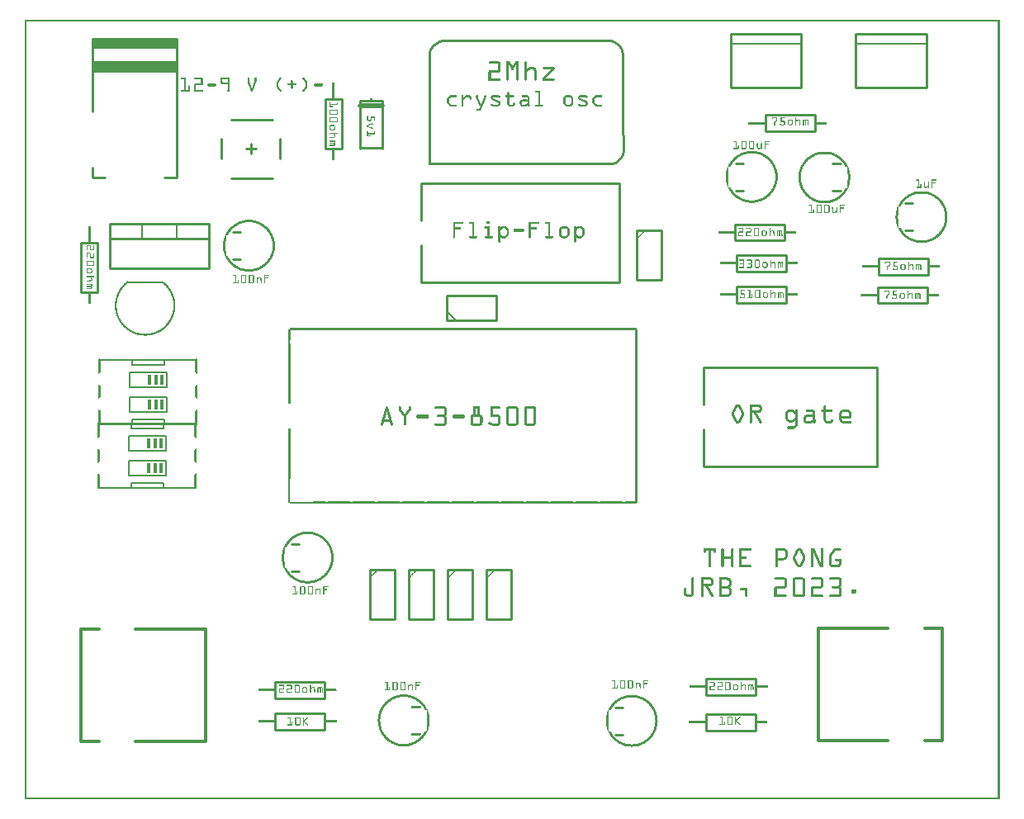
<source format=gto>
G04 MADE WITH FRITZING*
G04 WWW.FRITZING.ORG*
G04 DOUBLE SIDED*
G04 HOLES PLATED*
G04 CONTOUR ON CENTER OF CONTOUR VECTOR*
%ASAXBY*%
%FSLAX23Y23*%
%MOIN*%
%OFA0B0*%
%SFA1.0B1.0*%
%ADD10R,0.015000X0.040000*%
%ADD11C,0.010000*%
%ADD12C,0.005000*%
%ADD13C,0.020000*%
%ADD14C,0.008000*%
%ADD15C,0.012500*%
%ADD16C,0.011000*%
%ADD17C,0.007874*%
%ADD18R,0.001000X0.001000*%
%LNSILK1*%
G90*
G70*
G54D10*
X502Y1438D03*
X527Y1438D03*
X552Y1438D03*
X502Y1338D03*
X527Y1338D03*
X552Y1338D03*
X506Y1697D03*
X531Y1697D03*
X556Y1697D03*
X506Y1597D03*
X531Y1597D03*
X556Y1597D03*
G54D11*
X345Y2327D02*
X745Y2327D01*
D02*
X745Y2327D02*
X745Y2147D01*
D02*
X745Y2147D02*
X345Y2147D01*
D02*
X345Y2147D02*
X345Y2327D01*
D02*
X345Y2327D02*
X745Y2327D01*
D02*
X745Y2327D02*
X745Y2267D01*
D02*
X745Y2267D02*
X345Y2267D01*
D02*
X345Y2267D02*
X345Y2327D01*
G54D12*
D02*
X475Y2327D02*
X475Y2267D01*
D02*
X615Y2327D02*
X615Y2267D01*
G54D11*
D02*
X295Y2249D02*
X295Y2049D01*
D02*
X295Y2049D02*
X229Y2049D01*
D02*
X229Y2049D02*
X229Y2249D01*
D02*
X229Y2249D02*
X295Y2249D01*
D02*
X2471Y2298D02*
X2471Y2099D01*
D02*
X2471Y2099D02*
X2571Y2099D01*
D02*
X2571Y2099D02*
X2571Y2298D01*
D02*
X2571Y2298D02*
X2471Y2298D01*
D02*
X2990Y2765D02*
X3190Y2765D01*
D02*
X3190Y2765D02*
X3190Y2699D01*
D02*
X3190Y2699D02*
X2990Y2699D01*
D02*
X2990Y2699D02*
X2990Y2765D01*
D02*
X1602Y2091D02*
X2402Y2091D01*
D02*
X2402Y2091D02*
X2402Y2491D01*
D02*
X2402Y2491D02*
X1602Y2491D01*
D02*
X1602Y2091D02*
X1602Y2241D01*
D02*
X1602Y2341D02*
X1602Y2491D01*
D02*
X1444Y2823D02*
X1444Y2628D01*
D02*
X1354Y2628D02*
X1354Y2823D01*
D02*
X1354Y2823D02*
X1444Y2823D01*
G54D13*
D02*
X1354Y2803D02*
X1444Y2803D01*
G54D11*
D02*
X1280Y2830D02*
X1280Y2630D01*
D02*
X1280Y2630D02*
X1214Y2630D01*
D02*
X1214Y2630D02*
X1214Y2830D01*
D02*
X1214Y2830D02*
X1280Y2830D01*
D02*
X1706Y1937D02*
X1906Y1937D01*
D02*
X1906Y1937D02*
X1906Y2037D01*
D02*
X1906Y2037D02*
X1706Y2037D01*
D02*
X1706Y2037D02*
X1706Y1937D01*
G54D12*
D02*
X1741Y1937D02*
X1706Y1972D01*
G54D11*
D02*
X1394Y929D02*
X1394Y729D01*
D02*
X1394Y729D02*
X1494Y729D01*
D02*
X1494Y729D02*
X1494Y929D01*
D02*
X1494Y929D02*
X1394Y929D01*
D02*
X1551Y929D02*
X1551Y729D01*
D02*
X1551Y729D02*
X1651Y729D01*
D02*
X1651Y729D02*
X1651Y929D01*
D02*
X1651Y929D02*
X1551Y929D01*
D02*
X1709Y929D02*
X1709Y729D01*
D02*
X1709Y729D02*
X1809Y729D01*
D02*
X1809Y729D02*
X1809Y929D01*
D02*
X1809Y929D02*
X1709Y929D01*
D02*
X1866Y929D02*
X1866Y729D01*
D02*
X1866Y729D02*
X1966Y729D01*
D02*
X1966Y729D02*
X1966Y929D01*
D02*
X1966Y929D02*
X1866Y929D01*
D02*
X1011Y477D02*
X1211Y477D01*
D02*
X1211Y477D02*
X1211Y411D01*
D02*
X1211Y411D02*
X1011Y411D01*
D02*
X1011Y411D02*
X1011Y477D01*
D02*
X1012Y348D02*
X1212Y348D01*
D02*
X1212Y348D02*
X1212Y282D01*
D02*
X1212Y282D02*
X1012Y282D01*
D02*
X1012Y282D02*
X1012Y348D01*
D02*
X2751Y488D02*
X2951Y488D01*
D02*
X2951Y488D02*
X2951Y422D01*
D02*
X2951Y422D02*
X2751Y422D01*
D02*
X2751Y422D02*
X2751Y488D01*
D02*
X2750Y347D02*
X2950Y347D01*
D02*
X2950Y347D02*
X2950Y281D01*
D02*
X2950Y281D02*
X2750Y281D01*
D02*
X2750Y281D02*
X2750Y347D01*
D02*
X275Y2779D02*
X275Y3074D01*
D02*
X275Y3074D02*
X615Y3074D01*
D02*
X615Y3074D02*
X615Y2514D01*
D02*
X615Y2514D02*
X565Y2514D01*
D02*
X275Y2554D02*
X275Y2514D01*
D02*
X275Y2514D02*
X325Y2514D01*
D02*
X275Y3074D02*
X615Y3074D01*
D02*
X275Y3069D02*
X615Y3069D01*
D02*
X275Y3064D02*
X615Y3064D01*
D02*
X275Y3059D02*
X615Y3059D01*
D02*
X275Y3054D02*
X615Y3054D01*
D02*
X275Y3049D02*
X615Y3049D01*
D02*
X275Y3044D02*
X615Y3044D01*
D02*
X275Y3039D02*
X615Y3039D01*
D02*
X275Y2944D02*
X615Y2944D01*
D02*
X275Y2949D02*
X615Y2949D01*
D02*
X275Y2954D02*
X615Y2954D01*
D02*
X275Y2959D02*
X615Y2959D01*
D02*
X275Y2964D02*
X615Y2964D01*
D02*
X275Y2969D02*
X615Y2969D01*
D02*
X275Y2974D02*
X615Y2974D01*
D02*
X275Y2979D02*
X615Y2979D01*
D02*
X2850Y2876D02*
X3135Y2876D01*
D02*
X3135Y2876D02*
X3135Y3092D01*
D02*
X3135Y3092D02*
X2850Y3092D01*
D02*
X2850Y3092D02*
X2850Y2876D01*
G54D12*
D02*
X3135Y3052D02*
X2850Y3052D01*
G54D11*
D02*
X3356Y2876D02*
X3641Y2876D01*
D02*
X3641Y2876D02*
X3641Y3092D01*
D02*
X3641Y3092D02*
X3356Y3092D01*
D02*
X3356Y3092D02*
X3356Y2876D01*
G54D12*
D02*
X3641Y3052D02*
X3356Y3052D01*
G54D11*
D02*
X2741Y1345D02*
X3441Y1345D01*
D02*
X3441Y1345D02*
X3441Y1745D01*
D02*
X3441Y1745D02*
X2741Y1745D01*
D02*
X2741Y1345D02*
X2741Y1495D01*
D02*
X2741Y1595D02*
X2741Y1745D01*
D02*
X2874Y2198D02*
X3074Y2198D01*
D02*
X3074Y2198D02*
X3074Y2132D01*
D02*
X3074Y2132D02*
X2874Y2132D01*
D02*
X2874Y2132D02*
X2874Y2198D01*
D02*
X2874Y2073D02*
X3074Y2073D01*
D02*
X3074Y2073D02*
X3074Y2007D01*
D02*
X3074Y2007D02*
X2874Y2007D01*
D02*
X2874Y2007D02*
X2874Y2073D01*
D02*
X2867Y2324D02*
X3067Y2324D01*
D02*
X3067Y2324D02*
X3067Y2258D01*
D02*
X3067Y2258D02*
X2867Y2258D01*
D02*
X2867Y2258D02*
X2867Y2324D01*
D02*
X3447Y2187D02*
X3647Y2187D01*
D02*
X3647Y2187D02*
X3647Y2121D01*
D02*
X3647Y2121D02*
X3447Y2121D01*
D02*
X3447Y2121D02*
X3447Y2187D01*
D02*
X3444Y2071D02*
X3644Y2071D01*
D02*
X3644Y2071D02*
X3644Y2005D01*
D02*
X3644Y2005D02*
X3444Y2005D01*
D02*
X3444Y2005D02*
X3444Y2071D01*
D02*
X1031Y2668D02*
X1031Y2589D01*
D02*
X834Y2747D02*
X1002Y2747D01*
D02*
X834Y2511D02*
X1002Y2511D01*
D02*
X795Y2668D02*
X795Y2589D01*
D02*
X913Y2648D02*
X913Y2609D01*
D02*
X933Y2629D02*
X893Y2629D01*
G54D14*
D02*
X300Y1258D02*
X430Y1258D01*
D02*
X560Y1258D02*
X560Y1278D01*
D02*
X560Y1278D02*
X430Y1278D01*
D02*
X430Y1278D02*
X430Y1258D01*
D02*
X560Y1258D02*
X690Y1258D01*
D02*
X430Y1258D02*
X560Y1258D01*
D02*
X690Y1518D02*
X560Y1518D01*
D02*
X430Y1518D02*
X430Y1498D01*
D02*
X430Y1498D02*
X560Y1498D01*
D02*
X560Y1498D02*
X560Y1518D01*
D02*
X430Y1518D02*
X300Y1518D01*
D02*
X560Y1518D02*
X430Y1518D01*
D02*
X420Y1408D02*
X570Y1408D01*
D02*
X420Y1408D02*
X420Y1468D01*
D02*
X570Y1468D02*
X420Y1468D01*
D02*
X570Y1468D02*
X570Y1408D01*
D02*
X420Y1308D02*
X570Y1308D01*
D02*
X420Y1308D02*
X420Y1368D01*
D02*
X570Y1368D02*
X420Y1368D01*
D02*
X570Y1368D02*
X570Y1308D01*
D02*
X303Y1517D02*
X433Y1517D01*
D02*
X563Y1517D02*
X563Y1537D01*
D02*
X563Y1537D02*
X433Y1537D01*
D02*
X433Y1537D02*
X433Y1517D01*
D02*
X563Y1517D02*
X693Y1517D01*
D02*
X433Y1517D02*
X563Y1517D01*
D02*
X693Y1777D02*
X563Y1777D01*
D02*
X433Y1777D02*
X433Y1757D01*
D02*
X433Y1757D02*
X563Y1757D01*
D02*
X563Y1757D02*
X563Y1777D01*
D02*
X433Y1777D02*
X303Y1777D01*
D02*
X563Y1777D02*
X433Y1777D01*
D02*
X423Y1667D02*
X573Y1667D01*
D02*
X423Y1667D02*
X423Y1727D01*
D02*
X573Y1727D02*
X423Y1727D01*
D02*
X573Y1727D02*
X573Y1667D01*
D02*
X423Y1567D02*
X573Y1567D01*
D02*
X423Y1567D02*
X423Y1627D01*
D02*
X573Y1627D02*
X423Y1627D01*
D02*
X573Y1627D02*
X573Y1567D01*
G54D15*
X300Y236D02*
X228Y236D01*
X228Y689D01*
X300Y689D01*
D02*
X448Y689D02*
X731Y689D01*
X731Y236D01*
X448Y236D01*
D02*
X3633Y692D02*
X3705Y692D01*
X3705Y240D01*
X3633Y240D01*
D02*
X3485Y240D02*
X3203Y240D01*
X3203Y692D01*
X3485Y692D01*
D02*
G54D16*
X1078Y1033D02*
X1108Y1033D01*
D02*
X1078Y923D02*
X1108Y923D01*
D02*
X841Y2292D02*
X871Y2292D01*
D02*
X841Y2182D02*
X871Y2182D01*
D02*
X2386Y373D02*
X2416Y373D01*
D02*
X2386Y263D02*
X2416Y263D01*
D02*
X3556Y2408D02*
X3586Y2408D01*
D02*
X3556Y2298D02*
X3586Y2298D01*
D02*
X2870Y2570D02*
X2900Y2570D01*
D02*
X2870Y2460D02*
X2900Y2460D01*
D02*
G54D17*
X558Y2090D02*
X416Y2090D01*
D02*
G54D18*
X0Y3150D02*
X3936Y3150D01*
X0Y3149D02*
X3936Y3149D01*
X0Y3148D02*
X3936Y3148D01*
X0Y3147D02*
X3936Y3147D01*
X0Y3146D02*
X3936Y3146D01*
X0Y3145D02*
X3936Y3145D01*
X0Y3144D02*
X3936Y3144D01*
X0Y3143D02*
X3936Y3143D01*
X0Y3142D02*
X7Y3142D01*
X3929Y3142D02*
X3936Y3142D01*
X0Y3141D02*
X7Y3141D01*
X3929Y3141D02*
X3936Y3141D01*
X0Y3140D02*
X7Y3140D01*
X3929Y3140D02*
X3936Y3140D01*
X0Y3139D02*
X7Y3139D01*
X3929Y3139D02*
X3936Y3139D01*
X0Y3138D02*
X7Y3138D01*
X3929Y3138D02*
X3936Y3138D01*
X0Y3137D02*
X7Y3137D01*
X3929Y3137D02*
X3936Y3137D01*
X0Y3136D02*
X7Y3136D01*
X3929Y3136D02*
X3936Y3136D01*
X0Y3135D02*
X7Y3135D01*
X3929Y3135D02*
X3936Y3135D01*
X0Y3134D02*
X7Y3134D01*
X3929Y3134D02*
X3936Y3134D01*
X0Y3133D02*
X7Y3133D01*
X3929Y3133D02*
X3936Y3133D01*
X0Y3132D02*
X7Y3132D01*
X3929Y3132D02*
X3936Y3132D01*
X0Y3131D02*
X7Y3131D01*
X3929Y3131D02*
X3936Y3131D01*
X0Y3130D02*
X7Y3130D01*
X3929Y3130D02*
X3936Y3130D01*
X0Y3129D02*
X7Y3129D01*
X3929Y3129D02*
X3936Y3129D01*
X0Y3128D02*
X7Y3128D01*
X3929Y3128D02*
X3936Y3128D01*
X0Y3127D02*
X7Y3127D01*
X3929Y3127D02*
X3936Y3127D01*
X0Y3126D02*
X7Y3126D01*
X3929Y3126D02*
X3936Y3126D01*
X0Y3125D02*
X7Y3125D01*
X3929Y3125D02*
X3936Y3125D01*
X0Y3124D02*
X7Y3124D01*
X3929Y3124D02*
X3936Y3124D01*
X0Y3123D02*
X7Y3123D01*
X3929Y3123D02*
X3936Y3123D01*
X0Y3122D02*
X7Y3122D01*
X3929Y3122D02*
X3936Y3122D01*
X0Y3121D02*
X7Y3121D01*
X3929Y3121D02*
X3936Y3121D01*
X0Y3120D02*
X7Y3120D01*
X3929Y3120D02*
X3936Y3120D01*
X0Y3119D02*
X7Y3119D01*
X3929Y3119D02*
X3936Y3119D01*
X0Y3118D02*
X7Y3118D01*
X3929Y3118D02*
X3936Y3118D01*
X0Y3117D02*
X7Y3117D01*
X3929Y3117D02*
X3936Y3117D01*
X0Y3116D02*
X7Y3116D01*
X3929Y3116D02*
X3936Y3116D01*
X0Y3115D02*
X7Y3115D01*
X3929Y3115D02*
X3936Y3115D01*
X0Y3114D02*
X7Y3114D01*
X3929Y3114D02*
X3936Y3114D01*
X0Y3113D02*
X7Y3113D01*
X3929Y3113D02*
X3936Y3113D01*
X0Y3112D02*
X7Y3112D01*
X3929Y3112D02*
X3936Y3112D01*
X0Y3111D02*
X7Y3111D01*
X3929Y3111D02*
X3936Y3111D01*
X0Y3110D02*
X7Y3110D01*
X3929Y3110D02*
X3936Y3110D01*
X0Y3109D02*
X7Y3109D01*
X3929Y3109D02*
X3936Y3109D01*
X0Y3108D02*
X7Y3108D01*
X3929Y3108D02*
X3936Y3108D01*
X0Y3107D02*
X7Y3107D01*
X3929Y3107D02*
X3936Y3107D01*
X0Y3106D02*
X7Y3106D01*
X3929Y3106D02*
X3936Y3106D01*
X0Y3105D02*
X7Y3105D01*
X3929Y3105D02*
X3936Y3105D01*
X0Y3104D02*
X7Y3104D01*
X3929Y3104D02*
X3936Y3104D01*
X0Y3103D02*
X7Y3103D01*
X3929Y3103D02*
X3936Y3103D01*
X0Y3102D02*
X7Y3102D01*
X3929Y3102D02*
X3936Y3102D01*
X0Y3101D02*
X7Y3101D01*
X3929Y3101D02*
X3936Y3101D01*
X0Y3100D02*
X7Y3100D01*
X3929Y3100D02*
X3936Y3100D01*
X0Y3099D02*
X7Y3099D01*
X3929Y3099D02*
X3936Y3099D01*
X0Y3098D02*
X7Y3098D01*
X3929Y3098D02*
X3936Y3098D01*
X0Y3097D02*
X7Y3097D01*
X3929Y3097D02*
X3936Y3097D01*
X0Y3096D02*
X7Y3096D01*
X3929Y3096D02*
X3936Y3096D01*
X0Y3095D02*
X7Y3095D01*
X3929Y3095D02*
X3936Y3095D01*
X0Y3094D02*
X7Y3094D01*
X3929Y3094D02*
X3936Y3094D01*
X0Y3093D02*
X7Y3093D01*
X3929Y3093D02*
X3936Y3093D01*
X0Y3092D02*
X7Y3092D01*
X3929Y3092D02*
X3936Y3092D01*
X0Y3091D02*
X7Y3091D01*
X3929Y3091D02*
X3936Y3091D01*
X0Y3090D02*
X7Y3090D01*
X3929Y3090D02*
X3936Y3090D01*
X0Y3089D02*
X7Y3089D01*
X3929Y3089D02*
X3936Y3089D01*
X0Y3088D02*
X7Y3088D01*
X3929Y3088D02*
X3936Y3088D01*
X0Y3087D02*
X7Y3087D01*
X3929Y3087D02*
X3936Y3087D01*
X0Y3086D02*
X7Y3086D01*
X3929Y3086D02*
X3936Y3086D01*
X0Y3085D02*
X7Y3085D01*
X3929Y3085D02*
X3936Y3085D01*
X0Y3084D02*
X7Y3084D01*
X3929Y3084D02*
X3936Y3084D01*
X0Y3083D02*
X7Y3083D01*
X3929Y3083D02*
X3936Y3083D01*
X0Y3082D02*
X7Y3082D01*
X3929Y3082D02*
X3936Y3082D01*
X0Y3081D02*
X7Y3081D01*
X3929Y3081D02*
X3936Y3081D01*
X0Y3080D02*
X7Y3080D01*
X3929Y3080D02*
X3936Y3080D01*
X0Y3079D02*
X7Y3079D01*
X3929Y3079D02*
X3936Y3079D01*
X0Y3078D02*
X7Y3078D01*
X3929Y3078D02*
X3936Y3078D01*
X0Y3077D02*
X7Y3077D01*
X3929Y3077D02*
X3936Y3077D01*
X0Y3076D02*
X7Y3076D01*
X3929Y3076D02*
X3936Y3076D01*
X0Y3075D02*
X7Y3075D01*
X3929Y3075D02*
X3936Y3075D01*
X0Y3074D02*
X7Y3074D01*
X3929Y3074D02*
X3936Y3074D01*
X0Y3073D02*
X7Y3073D01*
X3929Y3073D02*
X3936Y3073D01*
X0Y3072D02*
X7Y3072D01*
X3929Y3072D02*
X3936Y3072D01*
X0Y3071D02*
X7Y3071D01*
X3929Y3071D02*
X3936Y3071D01*
X0Y3070D02*
X7Y3070D01*
X3929Y3070D02*
X3936Y3070D01*
X0Y3069D02*
X7Y3069D01*
X1683Y3069D02*
X1685Y3069D01*
X3929Y3069D02*
X3936Y3069D01*
X0Y3068D02*
X7Y3068D01*
X1681Y3068D02*
X2373Y3068D01*
X3929Y3068D02*
X3936Y3068D01*
X0Y3067D02*
X7Y3067D01*
X1679Y3067D02*
X2375Y3067D01*
X3929Y3067D02*
X3936Y3067D01*
X0Y3066D02*
X7Y3066D01*
X1677Y3066D02*
X2377Y3066D01*
X3929Y3066D02*
X3936Y3066D01*
X0Y3065D02*
X7Y3065D01*
X1675Y3065D02*
X2380Y3065D01*
X3929Y3065D02*
X3936Y3065D01*
X0Y3064D02*
X7Y3064D01*
X1673Y3064D02*
X2382Y3064D01*
X3929Y3064D02*
X3936Y3064D01*
X0Y3063D02*
X7Y3063D01*
X1671Y3063D02*
X2384Y3063D01*
X3929Y3063D02*
X3936Y3063D01*
X0Y3062D02*
X7Y3062D01*
X1669Y3062D02*
X2386Y3062D01*
X3929Y3062D02*
X3936Y3062D01*
X0Y3061D02*
X7Y3061D01*
X1668Y3061D02*
X2387Y3061D01*
X3929Y3061D02*
X3936Y3061D01*
X0Y3060D02*
X7Y3060D01*
X1666Y3060D02*
X2389Y3060D01*
X3929Y3060D02*
X3936Y3060D01*
X0Y3059D02*
X7Y3059D01*
X1664Y3059D02*
X2391Y3059D01*
X3929Y3059D02*
X3936Y3059D01*
X0Y3058D02*
X7Y3058D01*
X1662Y3058D02*
X1683Y3058D01*
X2371Y3058D02*
X2392Y3058D01*
X3929Y3058D02*
X3936Y3058D01*
X0Y3057D02*
X7Y3057D01*
X1661Y3057D02*
X1681Y3057D01*
X2374Y3057D02*
X2394Y3057D01*
X3929Y3057D02*
X3936Y3057D01*
X0Y3056D02*
X7Y3056D01*
X1659Y3056D02*
X1678Y3056D01*
X2376Y3056D02*
X2395Y3056D01*
X3929Y3056D02*
X3936Y3056D01*
X0Y3055D02*
X7Y3055D01*
X1658Y3055D02*
X1676Y3055D01*
X2378Y3055D02*
X2396Y3055D01*
X3929Y3055D02*
X3936Y3055D01*
X0Y3054D02*
X7Y3054D01*
X1657Y3054D02*
X1674Y3054D01*
X2380Y3054D02*
X2398Y3054D01*
X3929Y3054D02*
X3936Y3054D01*
X0Y3053D02*
X7Y3053D01*
X1655Y3053D02*
X1673Y3053D01*
X2382Y3053D02*
X2399Y3053D01*
X3929Y3053D02*
X3936Y3053D01*
X0Y3052D02*
X7Y3052D01*
X1654Y3052D02*
X1671Y3052D01*
X2384Y3052D02*
X2400Y3052D01*
X3929Y3052D02*
X3936Y3052D01*
X0Y3051D02*
X7Y3051D01*
X1653Y3051D02*
X1669Y3051D01*
X2386Y3051D02*
X2401Y3051D01*
X3929Y3051D02*
X3936Y3051D01*
X0Y3050D02*
X7Y3050D01*
X1652Y3050D02*
X1667Y3050D01*
X2387Y3050D02*
X2402Y3050D01*
X3929Y3050D02*
X3936Y3050D01*
X0Y3049D02*
X7Y3049D01*
X1650Y3049D02*
X1666Y3049D01*
X2389Y3049D02*
X2403Y3049D01*
X3929Y3049D02*
X3936Y3049D01*
X0Y3048D02*
X7Y3048D01*
X1649Y3048D02*
X1664Y3048D01*
X2390Y3048D02*
X2404Y3048D01*
X3929Y3048D02*
X3936Y3048D01*
X0Y3047D02*
X7Y3047D01*
X1648Y3047D02*
X1663Y3047D01*
X2392Y3047D02*
X2405Y3047D01*
X3929Y3047D02*
X3936Y3047D01*
X0Y3046D02*
X7Y3046D01*
X1647Y3046D02*
X1661Y3046D01*
X2393Y3046D02*
X2406Y3046D01*
X3929Y3046D02*
X3936Y3046D01*
X0Y3045D02*
X7Y3045D01*
X1646Y3045D02*
X1660Y3045D01*
X2394Y3045D02*
X2407Y3045D01*
X3929Y3045D02*
X3936Y3045D01*
X0Y3044D02*
X7Y3044D01*
X1645Y3044D02*
X1659Y3044D01*
X2395Y3044D02*
X2408Y3044D01*
X3929Y3044D02*
X3936Y3044D01*
X0Y3043D02*
X7Y3043D01*
X1644Y3043D02*
X1657Y3043D01*
X2396Y3043D02*
X2408Y3043D01*
X3929Y3043D02*
X3936Y3043D01*
X0Y3042D02*
X7Y3042D01*
X1644Y3042D02*
X1656Y3042D01*
X2397Y3042D02*
X2409Y3042D01*
X3929Y3042D02*
X3936Y3042D01*
X0Y3041D02*
X7Y3041D01*
X1643Y3041D02*
X1655Y3041D01*
X2398Y3041D02*
X2410Y3041D01*
X3929Y3041D02*
X3936Y3041D01*
X0Y3040D02*
X7Y3040D01*
X1642Y3040D02*
X1654Y3040D01*
X2399Y3040D02*
X2411Y3040D01*
X3929Y3040D02*
X3936Y3040D01*
X0Y3039D02*
X7Y3039D01*
X1641Y3039D02*
X1653Y3039D01*
X2400Y3039D02*
X2411Y3039D01*
X3929Y3039D02*
X3936Y3039D01*
X0Y3038D02*
X7Y3038D01*
X1641Y3038D02*
X1652Y3038D01*
X2401Y3038D02*
X2412Y3038D01*
X3929Y3038D02*
X3936Y3038D01*
X0Y3037D02*
X7Y3037D01*
X1640Y3037D02*
X1651Y3037D01*
X2401Y3037D02*
X2412Y3037D01*
X3929Y3037D02*
X3936Y3037D01*
X0Y3036D02*
X7Y3036D01*
X1639Y3036D02*
X1650Y3036D01*
X2402Y3036D02*
X2413Y3036D01*
X3929Y3036D02*
X3936Y3036D01*
X0Y3035D02*
X7Y3035D01*
X1639Y3035D02*
X1649Y3035D01*
X2403Y3035D02*
X2413Y3035D01*
X3929Y3035D02*
X3936Y3035D01*
X0Y3034D02*
X7Y3034D01*
X1638Y3034D02*
X1649Y3034D01*
X2403Y3034D02*
X2414Y3034D01*
X3929Y3034D02*
X3936Y3034D01*
X0Y3033D02*
X7Y3033D01*
X1637Y3033D02*
X1648Y3033D01*
X2404Y3033D02*
X2414Y3033D01*
X3929Y3033D02*
X3936Y3033D01*
X0Y3032D02*
X7Y3032D01*
X1637Y3032D02*
X1647Y3032D01*
X2405Y3032D02*
X2415Y3032D01*
X3929Y3032D02*
X3936Y3032D01*
X0Y3031D02*
X7Y3031D01*
X1636Y3031D02*
X1647Y3031D01*
X2405Y3031D02*
X2415Y3031D01*
X3929Y3031D02*
X3936Y3031D01*
X0Y3030D02*
X7Y3030D01*
X1636Y3030D02*
X1646Y3030D01*
X2406Y3030D02*
X2415Y3030D01*
X3929Y3030D02*
X3936Y3030D01*
X0Y3029D02*
X7Y3029D01*
X1636Y3029D02*
X1645Y3029D01*
X2406Y3029D02*
X2416Y3029D01*
X3929Y3029D02*
X3936Y3029D01*
X0Y3028D02*
X7Y3028D01*
X1635Y3028D02*
X1645Y3028D01*
X2407Y3028D02*
X2416Y3028D01*
X3929Y3028D02*
X3936Y3028D01*
X0Y3027D02*
X7Y3027D01*
X1635Y3027D02*
X1644Y3027D01*
X2407Y3027D02*
X2416Y3027D01*
X3929Y3027D02*
X3936Y3027D01*
X0Y3026D02*
X7Y3026D01*
X1634Y3026D02*
X1644Y3026D01*
X2407Y3026D02*
X2417Y3026D01*
X3929Y3026D02*
X3936Y3026D01*
X0Y3025D02*
X7Y3025D01*
X1634Y3025D02*
X1644Y3025D01*
X2408Y3025D02*
X2417Y3025D01*
X3929Y3025D02*
X3936Y3025D01*
X0Y3024D02*
X7Y3024D01*
X1634Y3024D02*
X1643Y3024D01*
X2408Y3024D02*
X2417Y3024D01*
X3929Y3024D02*
X3936Y3024D01*
X0Y3023D02*
X7Y3023D01*
X1633Y3023D02*
X1643Y3023D01*
X2408Y3023D02*
X2418Y3023D01*
X3929Y3023D02*
X3936Y3023D01*
X0Y3022D02*
X7Y3022D01*
X1633Y3022D02*
X1642Y3022D01*
X2409Y3022D02*
X2418Y3022D01*
X3929Y3022D02*
X3936Y3022D01*
X0Y3021D02*
X7Y3021D01*
X1633Y3021D02*
X1642Y3021D01*
X2409Y3021D02*
X2418Y3021D01*
X3929Y3021D02*
X3936Y3021D01*
X0Y3020D02*
X7Y3020D01*
X1633Y3020D02*
X1642Y3020D01*
X2409Y3020D02*
X2418Y3020D01*
X3929Y3020D02*
X3936Y3020D01*
X0Y3019D02*
X7Y3019D01*
X1632Y3019D02*
X1642Y3019D01*
X2409Y3019D02*
X2418Y3019D01*
X3929Y3019D02*
X3936Y3019D01*
X0Y3018D02*
X7Y3018D01*
X1632Y3018D02*
X1641Y3018D01*
X2409Y3018D02*
X2418Y3018D01*
X3929Y3018D02*
X3936Y3018D01*
X0Y3017D02*
X7Y3017D01*
X1632Y3017D02*
X1641Y3017D01*
X2410Y3017D02*
X2419Y3017D01*
X3929Y3017D02*
X3936Y3017D01*
X0Y3016D02*
X7Y3016D01*
X1632Y3016D02*
X1641Y3016D01*
X2410Y3016D02*
X2419Y3016D01*
X3929Y3016D02*
X3936Y3016D01*
X0Y3015D02*
X7Y3015D01*
X1632Y3015D02*
X1641Y3015D01*
X2410Y3015D02*
X2419Y3015D01*
X3929Y3015D02*
X3936Y3015D01*
X0Y3014D02*
X7Y3014D01*
X1631Y3014D02*
X1640Y3014D01*
X2410Y3014D02*
X2419Y3014D01*
X3929Y3014D02*
X3936Y3014D01*
X0Y3013D02*
X7Y3013D01*
X1631Y3013D02*
X1640Y3013D01*
X2410Y3013D02*
X2419Y3013D01*
X3929Y3013D02*
X3936Y3013D01*
X0Y3012D02*
X7Y3012D01*
X1631Y3012D02*
X1640Y3012D01*
X2410Y3012D02*
X2419Y3012D01*
X3929Y3012D02*
X3936Y3012D01*
X0Y3011D02*
X7Y3011D01*
X1631Y3011D02*
X1640Y3011D01*
X2410Y3011D02*
X2419Y3011D01*
X3929Y3011D02*
X3936Y3011D01*
X0Y3010D02*
X7Y3010D01*
X1631Y3010D02*
X1640Y3010D01*
X2410Y3010D02*
X2419Y3010D01*
X3929Y3010D02*
X3936Y3010D01*
X0Y3009D02*
X7Y3009D01*
X1631Y3009D02*
X1640Y3009D01*
X2410Y3009D02*
X2419Y3009D01*
X3929Y3009D02*
X3936Y3009D01*
X0Y3008D02*
X7Y3008D01*
X1631Y3008D02*
X1640Y3008D01*
X2410Y3008D02*
X2419Y3008D01*
X3929Y3008D02*
X3936Y3008D01*
X0Y3007D02*
X7Y3007D01*
X1631Y3007D02*
X1640Y3007D01*
X2410Y3007D02*
X2419Y3007D01*
X3929Y3007D02*
X3936Y3007D01*
X0Y3006D02*
X7Y3006D01*
X1631Y3006D02*
X1640Y3006D01*
X2410Y3006D02*
X2419Y3006D01*
X3929Y3006D02*
X3936Y3006D01*
X0Y3005D02*
X7Y3005D01*
X1631Y3005D02*
X1640Y3005D01*
X2410Y3005D02*
X2419Y3005D01*
X3929Y3005D02*
X3936Y3005D01*
X0Y3004D02*
X7Y3004D01*
X1631Y3004D02*
X1640Y3004D01*
X2410Y3004D02*
X2419Y3004D01*
X3929Y3004D02*
X3936Y3004D01*
X0Y3003D02*
X7Y3003D01*
X1631Y3003D02*
X1640Y3003D01*
X2410Y3003D02*
X2419Y3003D01*
X3929Y3003D02*
X3936Y3003D01*
X0Y3002D02*
X7Y3002D01*
X1631Y3002D02*
X1640Y3002D01*
X2410Y3002D02*
X2419Y3002D01*
X3929Y3002D02*
X3936Y3002D01*
X0Y3001D02*
X7Y3001D01*
X1631Y3001D02*
X1640Y3001D01*
X2410Y3001D02*
X2419Y3001D01*
X3929Y3001D02*
X3936Y3001D01*
X0Y3000D02*
X7Y3000D01*
X1631Y3000D02*
X1640Y3000D01*
X2410Y3000D02*
X2419Y3000D01*
X3929Y3000D02*
X3936Y3000D01*
X0Y2999D02*
X7Y2999D01*
X1631Y2999D02*
X1640Y2999D01*
X2410Y2999D02*
X2419Y2999D01*
X3929Y2999D02*
X3936Y2999D01*
X0Y2998D02*
X7Y2998D01*
X1631Y2998D02*
X1640Y2998D01*
X2410Y2998D02*
X2419Y2998D01*
X3929Y2998D02*
X3936Y2998D01*
X0Y2997D02*
X7Y2997D01*
X1631Y2997D02*
X1640Y2997D01*
X2410Y2997D02*
X2419Y2997D01*
X3929Y2997D02*
X3936Y2997D01*
X0Y2996D02*
X7Y2996D01*
X1631Y2996D02*
X1640Y2996D01*
X2410Y2996D02*
X2419Y2996D01*
X3929Y2996D02*
X3936Y2996D01*
X0Y2995D02*
X7Y2995D01*
X1631Y2995D02*
X1640Y2995D01*
X2410Y2995D02*
X2419Y2995D01*
X3929Y2995D02*
X3936Y2995D01*
X0Y2994D02*
X7Y2994D01*
X1631Y2994D02*
X1640Y2994D01*
X2410Y2994D02*
X2419Y2994D01*
X3929Y2994D02*
X3936Y2994D01*
X0Y2993D02*
X7Y2993D01*
X1631Y2993D02*
X1640Y2993D01*
X2410Y2993D02*
X2419Y2993D01*
X3929Y2993D02*
X3936Y2993D01*
X0Y2992D02*
X7Y2992D01*
X1631Y2992D02*
X1640Y2992D01*
X2410Y2992D02*
X2419Y2992D01*
X3929Y2992D02*
X3936Y2992D01*
X0Y2991D02*
X7Y2991D01*
X1631Y2991D02*
X1640Y2991D01*
X2410Y2991D02*
X2419Y2991D01*
X3929Y2991D02*
X3936Y2991D01*
X0Y2990D02*
X7Y2990D01*
X1631Y2990D02*
X1640Y2990D01*
X2410Y2990D02*
X2419Y2990D01*
X3929Y2990D02*
X3936Y2990D01*
X0Y2989D02*
X7Y2989D01*
X1631Y2989D02*
X1640Y2989D01*
X2410Y2989D02*
X2419Y2989D01*
X3929Y2989D02*
X3936Y2989D01*
X0Y2988D02*
X7Y2988D01*
X1631Y2988D02*
X1640Y2988D01*
X2410Y2988D02*
X2419Y2988D01*
X3929Y2988D02*
X3936Y2988D01*
X0Y2987D02*
X7Y2987D01*
X1631Y2987D02*
X1640Y2987D01*
X2410Y2987D02*
X2419Y2987D01*
X3929Y2987D02*
X3936Y2987D01*
X0Y2986D02*
X7Y2986D01*
X1631Y2986D02*
X1640Y2986D01*
X2410Y2986D02*
X2419Y2986D01*
X3929Y2986D02*
X3936Y2986D01*
X0Y2985D02*
X7Y2985D01*
X1631Y2985D02*
X1640Y2985D01*
X2410Y2985D02*
X2419Y2985D01*
X3929Y2985D02*
X3936Y2985D01*
X0Y2984D02*
X7Y2984D01*
X1631Y2984D02*
X1640Y2984D01*
X2410Y2984D02*
X2419Y2984D01*
X3929Y2984D02*
X3936Y2984D01*
X0Y2983D02*
X7Y2983D01*
X1631Y2983D02*
X1640Y2983D01*
X2410Y2983D02*
X2419Y2983D01*
X3929Y2983D02*
X3936Y2983D01*
X0Y2982D02*
X7Y2982D01*
X1631Y2982D02*
X1640Y2982D01*
X2410Y2982D02*
X2419Y2982D01*
X3929Y2982D02*
X3936Y2982D01*
X0Y2981D02*
X7Y2981D01*
X1631Y2981D02*
X1640Y2981D01*
X1877Y2981D02*
X1914Y2981D01*
X1946Y2981D02*
X1957Y2981D01*
X1983Y2981D02*
X1994Y2981D01*
X2021Y2981D02*
X2024Y2981D01*
X2410Y2981D02*
X2419Y2981D01*
X3929Y2981D02*
X3936Y2981D01*
X0Y2980D02*
X7Y2980D01*
X1631Y2980D02*
X1640Y2980D01*
X1875Y2980D02*
X1917Y2980D01*
X1946Y2980D02*
X1958Y2980D01*
X1982Y2980D02*
X1995Y2980D01*
X2020Y2980D02*
X2025Y2980D01*
X2410Y2980D02*
X2419Y2980D01*
X3929Y2980D02*
X3936Y2980D01*
X0Y2979D02*
X7Y2979D01*
X1631Y2979D02*
X1640Y2979D01*
X1874Y2979D02*
X1918Y2979D01*
X1946Y2979D02*
X1959Y2979D01*
X1981Y2979D02*
X1995Y2979D01*
X2019Y2979D02*
X2026Y2979D01*
X2410Y2979D02*
X2419Y2979D01*
X3929Y2979D02*
X3936Y2979D01*
X0Y2978D02*
X7Y2978D01*
X1631Y2978D02*
X1640Y2978D01*
X1874Y2978D02*
X1919Y2978D01*
X1946Y2978D02*
X1960Y2978D01*
X1980Y2978D02*
X1995Y2978D01*
X2018Y2978D02*
X2027Y2978D01*
X2410Y2978D02*
X2419Y2978D01*
X3929Y2978D02*
X3936Y2978D01*
X0Y2977D02*
X7Y2977D01*
X1631Y2977D02*
X1640Y2977D01*
X1874Y2977D02*
X1920Y2977D01*
X1946Y2977D02*
X1960Y2977D01*
X1980Y2977D02*
X1995Y2977D01*
X2018Y2977D02*
X2027Y2977D01*
X2410Y2977D02*
X2419Y2977D01*
X3929Y2977D02*
X3936Y2977D01*
X0Y2976D02*
X7Y2976D01*
X1631Y2976D02*
X1640Y2976D01*
X1873Y2976D02*
X1921Y2976D01*
X1946Y2976D02*
X1961Y2976D01*
X1979Y2976D02*
X1995Y2976D01*
X2018Y2976D02*
X2027Y2976D01*
X2410Y2976D02*
X2419Y2976D01*
X3929Y2976D02*
X3936Y2976D01*
X0Y2975D02*
X7Y2975D01*
X1631Y2975D02*
X1640Y2975D01*
X1874Y2975D02*
X1921Y2975D01*
X1946Y2975D02*
X1962Y2975D01*
X1978Y2975D02*
X1995Y2975D01*
X2018Y2975D02*
X2027Y2975D01*
X2410Y2975D02*
X2419Y2975D01*
X3929Y2975D02*
X3936Y2975D01*
X0Y2974D02*
X7Y2974D01*
X1631Y2974D02*
X1640Y2974D01*
X1874Y2974D02*
X1922Y2974D01*
X1946Y2974D02*
X1962Y2974D01*
X1978Y2974D02*
X1995Y2974D01*
X2018Y2974D02*
X2027Y2974D01*
X2410Y2974D02*
X2419Y2974D01*
X3929Y2974D02*
X3936Y2974D01*
X0Y2973D02*
X7Y2973D01*
X1631Y2973D02*
X1640Y2973D01*
X1875Y2973D02*
X1922Y2973D01*
X1946Y2973D02*
X1963Y2973D01*
X1977Y2973D02*
X1995Y2973D01*
X2018Y2973D02*
X2027Y2973D01*
X2410Y2973D02*
X2419Y2973D01*
X3929Y2973D02*
X3936Y2973D01*
X0Y2972D02*
X7Y2972D01*
X1631Y2972D02*
X1640Y2972D01*
X1876Y2972D02*
X1922Y2972D01*
X1946Y2972D02*
X1964Y2972D01*
X1976Y2972D02*
X1995Y2972D01*
X2018Y2972D02*
X2027Y2972D01*
X2410Y2972D02*
X2419Y2972D01*
X3929Y2972D02*
X3936Y2972D01*
X0Y2971D02*
X7Y2971D01*
X1631Y2971D02*
X1640Y2971D01*
X1913Y2971D02*
X1922Y2971D01*
X1946Y2971D02*
X1965Y2971D01*
X1976Y2971D02*
X1995Y2971D01*
X2018Y2971D02*
X2027Y2971D01*
X2410Y2971D02*
X2419Y2971D01*
X3929Y2971D02*
X3936Y2971D01*
X0Y2970D02*
X7Y2970D01*
X1631Y2970D02*
X1640Y2970D01*
X1913Y2970D02*
X1922Y2970D01*
X1946Y2970D02*
X1965Y2970D01*
X1975Y2970D02*
X1995Y2970D01*
X2018Y2970D02*
X2027Y2970D01*
X2410Y2970D02*
X2419Y2970D01*
X3929Y2970D02*
X3936Y2970D01*
X0Y2969D02*
X7Y2969D01*
X1631Y2969D02*
X1640Y2969D01*
X1913Y2969D02*
X1922Y2969D01*
X1946Y2969D02*
X1966Y2969D01*
X1974Y2969D02*
X1995Y2969D01*
X2018Y2969D02*
X2027Y2969D01*
X2410Y2969D02*
X2419Y2969D01*
X3929Y2969D02*
X3936Y2969D01*
X0Y2968D02*
X7Y2968D01*
X1631Y2968D02*
X1640Y2968D01*
X1913Y2968D02*
X1922Y2968D01*
X1946Y2968D02*
X1967Y2968D01*
X1974Y2968D02*
X1995Y2968D01*
X2018Y2968D02*
X2027Y2968D01*
X2410Y2968D02*
X2419Y2968D01*
X3929Y2968D02*
X3936Y2968D01*
X0Y2967D02*
X7Y2967D01*
X1631Y2967D02*
X1640Y2967D01*
X1913Y2967D02*
X1922Y2967D01*
X1946Y2967D02*
X1967Y2967D01*
X1973Y2967D02*
X1995Y2967D01*
X2018Y2967D02*
X2027Y2967D01*
X2410Y2967D02*
X2419Y2967D01*
X3929Y2967D02*
X3936Y2967D01*
X0Y2966D02*
X7Y2966D01*
X1631Y2966D02*
X1640Y2966D01*
X1913Y2966D02*
X1922Y2966D01*
X1946Y2966D02*
X1955Y2966D01*
X1957Y2966D02*
X1968Y2966D01*
X1972Y2966D02*
X1983Y2966D01*
X1985Y2966D02*
X1995Y2966D01*
X2018Y2966D02*
X2027Y2966D01*
X2410Y2966D02*
X2419Y2966D01*
X3929Y2966D02*
X3936Y2966D01*
X0Y2965D02*
X7Y2965D01*
X1631Y2965D02*
X1640Y2965D01*
X1913Y2965D02*
X1922Y2965D01*
X1946Y2965D02*
X1955Y2965D01*
X1957Y2965D02*
X1969Y2965D01*
X1971Y2965D02*
X1983Y2965D01*
X1985Y2965D02*
X1995Y2965D01*
X2018Y2965D02*
X2027Y2965D01*
X2410Y2965D02*
X2419Y2965D01*
X3929Y2965D02*
X3936Y2965D01*
X0Y2964D02*
X7Y2964D01*
X1631Y2964D02*
X1640Y2964D01*
X1913Y2964D02*
X1922Y2964D01*
X1946Y2964D02*
X1955Y2964D01*
X1958Y2964D02*
X1982Y2964D01*
X1985Y2964D02*
X1995Y2964D01*
X2018Y2964D02*
X2027Y2964D01*
X2410Y2964D02*
X2419Y2964D01*
X3929Y2964D02*
X3936Y2964D01*
X0Y2963D02*
X7Y2963D01*
X1631Y2963D02*
X1640Y2963D01*
X1913Y2963D02*
X1922Y2963D01*
X1946Y2963D02*
X1955Y2963D01*
X1959Y2963D02*
X1981Y2963D01*
X1985Y2963D02*
X1995Y2963D01*
X2018Y2963D02*
X2027Y2963D01*
X2410Y2963D02*
X2419Y2963D01*
X3929Y2963D02*
X3936Y2963D01*
X0Y2962D02*
X7Y2962D01*
X1631Y2962D02*
X1640Y2962D01*
X1913Y2962D02*
X1922Y2962D01*
X1946Y2962D02*
X1955Y2962D01*
X1959Y2962D02*
X1981Y2962D01*
X1985Y2962D02*
X1995Y2962D01*
X2018Y2962D02*
X2027Y2962D01*
X2410Y2962D02*
X2419Y2962D01*
X3929Y2962D02*
X3936Y2962D01*
X0Y2961D02*
X7Y2961D01*
X1631Y2961D02*
X1640Y2961D01*
X1913Y2961D02*
X1922Y2961D01*
X1946Y2961D02*
X1955Y2961D01*
X1960Y2961D02*
X1980Y2961D01*
X1985Y2961D02*
X1995Y2961D01*
X2018Y2961D02*
X2027Y2961D01*
X2410Y2961D02*
X2420Y2961D01*
X3929Y2961D02*
X3936Y2961D01*
X0Y2960D02*
X7Y2960D01*
X1631Y2960D02*
X1640Y2960D01*
X1913Y2960D02*
X1922Y2960D01*
X1946Y2960D02*
X1955Y2960D01*
X1961Y2960D02*
X1979Y2960D01*
X1985Y2960D02*
X1995Y2960D01*
X2018Y2960D02*
X2027Y2960D01*
X2044Y2960D02*
X2052Y2960D01*
X2097Y2960D02*
X2135Y2960D01*
X2411Y2960D02*
X2420Y2960D01*
X3929Y2960D02*
X3936Y2960D01*
X0Y2959D02*
X7Y2959D01*
X1631Y2959D02*
X1640Y2959D01*
X1913Y2959D02*
X1922Y2959D01*
X1946Y2959D02*
X1955Y2959D01*
X1962Y2959D02*
X1979Y2959D01*
X1985Y2959D02*
X1995Y2959D01*
X2018Y2959D02*
X2027Y2959D01*
X2040Y2959D02*
X2056Y2959D01*
X2095Y2959D02*
X2137Y2959D01*
X2411Y2959D02*
X2420Y2959D01*
X3929Y2959D02*
X3936Y2959D01*
X0Y2958D02*
X7Y2958D01*
X1631Y2958D02*
X1640Y2958D01*
X1913Y2958D02*
X1922Y2958D01*
X1946Y2958D02*
X1955Y2958D01*
X1962Y2958D02*
X1978Y2958D01*
X1985Y2958D02*
X1995Y2958D01*
X2018Y2958D02*
X2027Y2958D01*
X2038Y2958D02*
X2058Y2958D01*
X2094Y2958D02*
X2138Y2958D01*
X2411Y2958D02*
X2420Y2958D01*
X3929Y2958D02*
X3936Y2958D01*
X0Y2957D02*
X7Y2957D01*
X1631Y2957D02*
X1640Y2957D01*
X1913Y2957D02*
X1922Y2957D01*
X1946Y2957D02*
X1955Y2957D01*
X1963Y2957D02*
X1977Y2957D01*
X1985Y2957D02*
X1995Y2957D01*
X2018Y2957D02*
X2027Y2957D01*
X2037Y2957D02*
X2060Y2957D01*
X2093Y2957D02*
X2139Y2957D01*
X2411Y2957D02*
X2420Y2957D01*
X3929Y2957D02*
X3936Y2957D01*
X0Y2956D02*
X7Y2956D01*
X1631Y2956D02*
X1640Y2956D01*
X1913Y2956D02*
X1922Y2956D01*
X1946Y2956D02*
X1955Y2956D01*
X1964Y2956D02*
X1976Y2956D01*
X1985Y2956D02*
X1995Y2956D01*
X2018Y2956D02*
X2027Y2956D01*
X2035Y2956D02*
X2061Y2956D01*
X2093Y2956D02*
X2139Y2956D01*
X2411Y2956D02*
X2420Y2956D01*
X3929Y2956D02*
X3936Y2956D01*
X0Y2955D02*
X7Y2955D01*
X1631Y2955D02*
X1640Y2955D01*
X1913Y2955D02*
X1922Y2955D01*
X1946Y2955D02*
X1955Y2955D01*
X1964Y2955D02*
X1976Y2955D01*
X1985Y2955D02*
X1995Y2955D01*
X2018Y2955D02*
X2027Y2955D01*
X2033Y2955D02*
X2062Y2955D01*
X2093Y2955D02*
X2139Y2955D01*
X2411Y2955D02*
X2420Y2955D01*
X3929Y2955D02*
X3936Y2955D01*
X0Y2954D02*
X7Y2954D01*
X1631Y2954D02*
X1640Y2954D01*
X1913Y2954D02*
X1922Y2954D01*
X1946Y2954D02*
X1955Y2954D01*
X1965Y2954D02*
X1975Y2954D01*
X1985Y2954D02*
X1995Y2954D01*
X2018Y2954D02*
X2027Y2954D01*
X2032Y2954D02*
X2063Y2954D01*
X2093Y2954D02*
X2139Y2954D01*
X2411Y2954D02*
X2420Y2954D01*
X3929Y2954D02*
X3936Y2954D01*
X0Y2953D02*
X7Y2953D01*
X1631Y2953D02*
X1640Y2953D01*
X1913Y2953D02*
X1922Y2953D01*
X1946Y2953D02*
X1955Y2953D01*
X1965Y2953D02*
X1975Y2953D01*
X1985Y2953D02*
X1995Y2953D01*
X2018Y2953D02*
X2027Y2953D01*
X2030Y2953D02*
X2063Y2953D01*
X2093Y2953D02*
X2139Y2953D01*
X2411Y2953D02*
X2420Y2953D01*
X3929Y2953D02*
X3936Y2953D01*
X0Y2952D02*
X7Y2952D01*
X1631Y2952D02*
X1640Y2952D01*
X1913Y2952D02*
X1922Y2952D01*
X1946Y2952D02*
X1955Y2952D01*
X1965Y2952D02*
X1975Y2952D01*
X1985Y2952D02*
X1995Y2952D01*
X2018Y2952D02*
X2027Y2952D01*
X2029Y2952D02*
X2064Y2952D01*
X2094Y2952D02*
X2139Y2952D01*
X2411Y2952D02*
X2420Y2952D01*
X3929Y2952D02*
X3936Y2952D01*
X0Y2951D02*
X7Y2951D01*
X1631Y2951D02*
X1640Y2951D01*
X1913Y2951D02*
X1922Y2951D01*
X1946Y2951D02*
X1955Y2951D01*
X1966Y2951D02*
X1975Y2951D01*
X1985Y2951D02*
X1995Y2951D01*
X2018Y2951D02*
X2064Y2951D01*
X2095Y2951D02*
X2139Y2951D01*
X2411Y2951D02*
X2420Y2951D01*
X3929Y2951D02*
X3936Y2951D01*
X0Y2950D02*
X7Y2950D01*
X1631Y2950D02*
X1640Y2950D01*
X1913Y2950D02*
X1922Y2950D01*
X1946Y2950D02*
X1955Y2950D01*
X1966Y2950D02*
X1974Y2950D01*
X1985Y2950D02*
X1995Y2950D01*
X2018Y2950D02*
X2044Y2950D01*
X2051Y2950D02*
X2065Y2950D01*
X2126Y2950D02*
X2139Y2950D01*
X2411Y2950D02*
X2420Y2950D01*
X3929Y2950D02*
X3936Y2950D01*
X0Y2949D02*
X7Y2949D01*
X1631Y2949D02*
X1640Y2949D01*
X1913Y2949D02*
X1922Y2949D01*
X1946Y2949D02*
X1955Y2949D01*
X1966Y2949D02*
X1974Y2949D01*
X1985Y2949D02*
X1995Y2949D01*
X2018Y2949D02*
X2042Y2949D01*
X2054Y2949D02*
X2065Y2949D01*
X2126Y2949D02*
X2139Y2949D01*
X2411Y2949D02*
X2420Y2949D01*
X3929Y2949D02*
X3936Y2949D01*
X0Y2948D02*
X7Y2948D01*
X1631Y2948D02*
X1640Y2948D01*
X1913Y2948D02*
X1922Y2948D01*
X1946Y2948D02*
X1955Y2948D01*
X1966Y2948D02*
X1974Y2948D01*
X1985Y2948D02*
X1995Y2948D01*
X2018Y2948D02*
X2040Y2948D01*
X2055Y2948D02*
X2065Y2948D01*
X2125Y2948D02*
X2138Y2948D01*
X2411Y2948D02*
X2420Y2948D01*
X3929Y2948D02*
X3936Y2948D01*
X0Y2947D02*
X7Y2947D01*
X1631Y2947D02*
X1640Y2947D01*
X1881Y2947D02*
X1922Y2947D01*
X1946Y2947D02*
X1955Y2947D01*
X1967Y2947D02*
X1973Y2947D01*
X1985Y2947D02*
X1995Y2947D01*
X2018Y2947D02*
X2039Y2947D01*
X2056Y2947D02*
X2065Y2947D01*
X2124Y2947D02*
X2137Y2947D01*
X2411Y2947D02*
X2420Y2947D01*
X3929Y2947D02*
X3936Y2947D01*
X0Y2946D02*
X7Y2946D01*
X1631Y2946D02*
X1640Y2946D01*
X1879Y2946D02*
X1922Y2946D01*
X1946Y2946D02*
X1955Y2946D01*
X1969Y2946D02*
X1971Y2946D01*
X1985Y2946D02*
X1995Y2946D01*
X2018Y2946D02*
X2037Y2946D01*
X2056Y2946D02*
X2065Y2946D01*
X2123Y2946D02*
X2136Y2946D01*
X2411Y2946D02*
X2420Y2946D01*
X3929Y2946D02*
X3936Y2946D01*
X0Y2945D02*
X7Y2945D01*
X1631Y2945D02*
X1640Y2945D01*
X1877Y2945D02*
X1922Y2945D01*
X1946Y2945D02*
X1955Y2945D01*
X1985Y2945D02*
X1995Y2945D01*
X2018Y2945D02*
X2036Y2945D01*
X2056Y2945D02*
X2066Y2945D01*
X2122Y2945D02*
X2135Y2945D01*
X2411Y2945D02*
X2420Y2945D01*
X3929Y2945D02*
X3936Y2945D01*
X0Y2944D02*
X7Y2944D01*
X1631Y2944D02*
X1640Y2944D01*
X1876Y2944D02*
X1922Y2944D01*
X1946Y2944D02*
X1955Y2944D01*
X1985Y2944D02*
X1995Y2944D01*
X2018Y2944D02*
X2034Y2944D01*
X2056Y2944D02*
X2066Y2944D01*
X2121Y2944D02*
X2134Y2944D01*
X2411Y2944D02*
X2420Y2944D01*
X3929Y2944D02*
X3936Y2944D01*
X0Y2943D02*
X7Y2943D01*
X1631Y2943D02*
X1640Y2943D01*
X1875Y2943D02*
X1921Y2943D01*
X1946Y2943D02*
X1955Y2943D01*
X1985Y2943D02*
X1995Y2943D01*
X2018Y2943D02*
X2033Y2943D01*
X2056Y2943D02*
X2066Y2943D01*
X2120Y2943D02*
X2133Y2943D01*
X2411Y2943D02*
X2420Y2943D01*
X3929Y2943D02*
X3936Y2943D01*
X0Y2942D02*
X7Y2942D01*
X1631Y2942D02*
X1640Y2942D01*
X1875Y2942D02*
X1921Y2942D01*
X1946Y2942D02*
X1955Y2942D01*
X1985Y2942D02*
X1995Y2942D01*
X2018Y2942D02*
X2031Y2942D01*
X2057Y2942D02*
X2066Y2942D01*
X2119Y2942D02*
X2132Y2942D01*
X2411Y2942D02*
X2420Y2942D01*
X3929Y2942D02*
X3936Y2942D01*
X0Y2941D02*
X7Y2941D01*
X1631Y2941D02*
X1640Y2941D01*
X1874Y2941D02*
X1920Y2941D01*
X1946Y2941D02*
X1955Y2941D01*
X1985Y2941D02*
X1995Y2941D01*
X2018Y2941D02*
X2029Y2941D01*
X2057Y2941D02*
X2066Y2941D01*
X2118Y2941D02*
X2131Y2941D01*
X2411Y2941D02*
X2420Y2941D01*
X3929Y2941D02*
X3936Y2941D01*
X0Y2940D02*
X7Y2940D01*
X1631Y2940D02*
X1640Y2940D01*
X1874Y2940D02*
X1919Y2940D01*
X1946Y2940D02*
X1955Y2940D01*
X1985Y2940D02*
X1995Y2940D01*
X2018Y2940D02*
X2028Y2940D01*
X2057Y2940D02*
X2066Y2940D01*
X2117Y2940D02*
X2130Y2940D01*
X2411Y2940D02*
X2420Y2940D01*
X3929Y2940D02*
X3936Y2940D01*
X0Y2939D02*
X7Y2939D01*
X1631Y2939D02*
X1640Y2939D01*
X1874Y2939D02*
X1918Y2939D01*
X1946Y2939D02*
X1955Y2939D01*
X1985Y2939D02*
X1995Y2939D01*
X2018Y2939D02*
X2027Y2939D01*
X2057Y2939D02*
X2066Y2939D01*
X2116Y2939D02*
X2129Y2939D01*
X2411Y2939D02*
X2420Y2939D01*
X3929Y2939D02*
X3936Y2939D01*
X0Y2938D02*
X7Y2938D01*
X1631Y2938D02*
X1640Y2938D01*
X1873Y2938D02*
X1916Y2938D01*
X1946Y2938D02*
X1955Y2938D01*
X1985Y2938D02*
X1995Y2938D01*
X2018Y2938D02*
X2027Y2938D01*
X2057Y2938D02*
X2066Y2938D01*
X2114Y2938D02*
X2128Y2938D01*
X2411Y2938D02*
X2420Y2938D01*
X3929Y2938D02*
X3936Y2938D01*
X0Y2937D02*
X7Y2937D01*
X1631Y2937D02*
X1640Y2937D01*
X1873Y2937D02*
X1883Y2937D01*
X1946Y2937D02*
X1955Y2937D01*
X1985Y2937D02*
X1995Y2937D01*
X2018Y2937D02*
X2027Y2937D01*
X2057Y2937D02*
X2066Y2937D01*
X2113Y2937D02*
X2127Y2937D01*
X2411Y2937D02*
X2420Y2937D01*
X3929Y2937D02*
X3936Y2937D01*
X0Y2936D02*
X7Y2936D01*
X1631Y2936D02*
X1640Y2936D01*
X1873Y2936D02*
X1883Y2936D01*
X1946Y2936D02*
X1955Y2936D01*
X1985Y2936D02*
X1995Y2936D01*
X2018Y2936D02*
X2027Y2936D01*
X2057Y2936D02*
X2066Y2936D01*
X2112Y2936D02*
X2126Y2936D01*
X2411Y2936D02*
X2420Y2936D01*
X3929Y2936D02*
X3936Y2936D01*
X0Y2935D02*
X7Y2935D01*
X1631Y2935D02*
X1640Y2935D01*
X1873Y2935D02*
X1883Y2935D01*
X1946Y2935D02*
X1955Y2935D01*
X1985Y2935D02*
X1995Y2935D01*
X2018Y2935D02*
X2027Y2935D01*
X2057Y2935D02*
X2066Y2935D01*
X2111Y2935D02*
X2125Y2935D01*
X2411Y2935D02*
X2420Y2935D01*
X3929Y2935D02*
X3936Y2935D01*
X0Y2934D02*
X7Y2934D01*
X1631Y2934D02*
X1640Y2934D01*
X1873Y2934D02*
X1883Y2934D01*
X1946Y2934D02*
X1955Y2934D01*
X1985Y2934D02*
X1995Y2934D01*
X2018Y2934D02*
X2027Y2934D01*
X2057Y2934D02*
X2066Y2934D01*
X2110Y2934D02*
X2124Y2934D01*
X2411Y2934D02*
X2420Y2934D01*
X3929Y2934D02*
X3936Y2934D01*
X0Y2933D02*
X7Y2933D01*
X1631Y2933D02*
X1640Y2933D01*
X1873Y2933D02*
X1883Y2933D01*
X1946Y2933D02*
X1955Y2933D01*
X1985Y2933D02*
X1995Y2933D01*
X2018Y2933D02*
X2027Y2933D01*
X2057Y2933D02*
X2066Y2933D01*
X2109Y2933D02*
X2123Y2933D01*
X2411Y2933D02*
X2420Y2933D01*
X3929Y2933D02*
X3936Y2933D01*
X0Y2932D02*
X7Y2932D01*
X1631Y2932D02*
X1640Y2932D01*
X1873Y2932D02*
X1883Y2932D01*
X1946Y2932D02*
X1955Y2932D01*
X1985Y2932D02*
X1995Y2932D01*
X2018Y2932D02*
X2027Y2932D01*
X2057Y2932D02*
X2066Y2932D01*
X2108Y2932D02*
X2122Y2932D01*
X2411Y2932D02*
X2420Y2932D01*
X3929Y2932D02*
X3936Y2932D01*
X0Y2931D02*
X7Y2931D01*
X1631Y2931D02*
X1640Y2931D01*
X1873Y2931D02*
X1883Y2931D01*
X1946Y2931D02*
X1955Y2931D01*
X1985Y2931D02*
X1995Y2931D01*
X2018Y2931D02*
X2027Y2931D01*
X2057Y2931D02*
X2066Y2931D01*
X2107Y2931D02*
X2121Y2931D01*
X2411Y2931D02*
X2420Y2931D01*
X3929Y2931D02*
X3936Y2931D01*
X0Y2930D02*
X7Y2930D01*
X1631Y2930D02*
X1640Y2930D01*
X1873Y2930D02*
X1883Y2930D01*
X1946Y2930D02*
X1955Y2930D01*
X1985Y2930D02*
X1995Y2930D01*
X2018Y2930D02*
X2027Y2930D01*
X2057Y2930D02*
X2066Y2930D01*
X2106Y2930D02*
X2120Y2930D01*
X2411Y2930D02*
X2420Y2930D01*
X3929Y2930D02*
X3936Y2930D01*
X0Y2929D02*
X7Y2929D01*
X1631Y2929D02*
X1640Y2929D01*
X1873Y2929D02*
X1883Y2929D01*
X1946Y2929D02*
X1955Y2929D01*
X1985Y2929D02*
X1995Y2929D01*
X2018Y2929D02*
X2027Y2929D01*
X2057Y2929D02*
X2066Y2929D01*
X2105Y2929D02*
X2119Y2929D01*
X2411Y2929D02*
X2420Y2929D01*
X3929Y2929D02*
X3936Y2929D01*
X0Y2928D02*
X7Y2928D01*
X1631Y2928D02*
X1640Y2928D01*
X1873Y2928D02*
X1883Y2928D01*
X1946Y2928D02*
X1955Y2928D01*
X1985Y2928D02*
X1995Y2928D01*
X2018Y2928D02*
X2027Y2928D01*
X2057Y2928D02*
X2066Y2928D01*
X2104Y2928D02*
X2118Y2928D01*
X2411Y2928D02*
X2420Y2928D01*
X3929Y2928D02*
X3936Y2928D01*
X0Y2927D02*
X7Y2927D01*
X1631Y2927D02*
X1640Y2927D01*
X1873Y2927D02*
X1883Y2927D01*
X1946Y2927D02*
X1955Y2927D01*
X1985Y2927D02*
X1995Y2927D01*
X2018Y2927D02*
X2027Y2927D01*
X2057Y2927D02*
X2066Y2927D01*
X2103Y2927D02*
X2117Y2927D01*
X2411Y2927D02*
X2420Y2927D01*
X3929Y2927D02*
X3936Y2927D01*
X0Y2926D02*
X7Y2926D01*
X1631Y2926D02*
X1640Y2926D01*
X1873Y2926D02*
X1883Y2926D01*
X1946Y2926D02*
X1955Y2926D01*
X1985Y2926D02*
X1995Y2926D01*
X2018Y2926D02*
X2027Y2926D01*
X2057Y2926D02*
X2066Y2926D01*
X2102Y2926D02*
X2115Y2926D01*
X2411Y2926D02*
X2420Y2926D01*
X3929Y2926D02*
X3936Y2926D01*
X0Y2925D02*
X7Y2925D01*
X1631Y2925D02*
X1640Y2925D01*
X1873Y2925D02*
X1883Y2925D01*
X1946Y2925D02*
X1955Y2925D01*
X1985Y2925D02*
X1995Y2925D01*
X2018Y2925D02*
X2027Y2925D01*
X2057Y2925D02*
X2066Y2925D01*
X2101Y2925D02*
X2114Y2925D01*
X2411Y2925D02*
X2420Y2925D01*
X3929Y2925D02*
X3936Y2925D01*
X0Y2924D02*
X7Y2924D01*
X1631Y2924D02*
X1640Y2924D01*
X1873Y2924D02*
X1883Y2924D01*
X1946Y2924D02*
X1955Y2924D01*
X1985Y2924D02*
X1995Y2924D01*
X2018Y2924D02*
X2027Y2924D01*
X2057Y2924D02*
X2066Y2924D01*
X2100Y2924D02*
X2113Y2924D01*
X2411Y2924D02*
X2420Y2924D01*
X3929Y2924D02*
X3936Y2924D01*
X0Y2923D02*
X7Y2923D01*
X1631Y2923D02*
X1640Y2923D01*
X1873Y2923D02*
X1883Y2923D01*
X1946Y2923D02*
X1955Y2923D01*
X1985Y2923D02*
X1995Y2923D01*
X2018Y2923D02*
X2027Y2923D01*
X2057Y2923D02*
X2066Y2923D01*
X2099Y2923D02*
X2112Y2923D01*
X2411Y2923D02*
X2420Y2923D01*
X3929Y2923D02*
X3936Y2923D01*
X0Y2922D02*
X7Y2922D01*
X1631Y2922D02*
X1640Y2922D01*
X1873Y2922D02*
X1883Y2922D01*
X1946Y2922D02*
X1955Y2922D01*
X1985Y2922D02*
X1995Y2922D01*
X2018Y2922D02*
X2027Y2922D01*
X2057Y2922D02*
X2066Y2922D01*
X2098Y2922D02*
X2111Y2922D01*
X2411Y2922D02*
X2420Y2922D01*
X3929Y2922D02*
X3936Y2922D01*
X0Y2921D02*
X7Y2921D01*
X1631Y2921D02*
X1640Y2921D01*
X1873Y2921D02*
X1883Y2921D01*
X1946Y2921D02*
X1955Y2921D01*
X1985Y2921D02*
X1995Y2921D01*
X2018Y2921D02*
X2027Y2921D01*
X2057Y2921D02*
X2066Y2921D01*
X2097Y2921D02*
X2110Y2921D01*
X2411Y2921D02*
X2420Y2921D01*
X3929Y2921D02*
X3936Y2921D01*
X0Y2920D02*
X7Y2920D01*
X1631Y2920D02*
X1640Y2920D01*
X1873Y2920D02*
X1883Y2920D01*
X1946Y2920D02*
X1955Y2920D01*
X1985Y2920D02*
X1995Y2920D01*
X2018Y2920D02*
X2027Y2920D01*
X2057Y2920D02*
X2066Y2920D01*
X2096Y2920D02*
X2109Y2920D01*
X2411Y2920D02*
X2420Y2920D01*
X3929Y2920D02*
X3936Y2920D01*
X0Y2919D02*
X7Y2919D01*
X1631Y2919D02*
X1640Y2919D01*
X1873Y2919D02*
X1883Y2919D01*
X1946Y2919D02*
X1955Y2919D01*
X1985Y2919D02*
X1995Y2919D01*
X2018Y2919D02*
X2027Y2919D01*
X2057Y2919D02*
X2066Y2919D01*
X2095Y2919D02*
X2108Y2919D01*
X2411Y2919D02*
X2420Y2919D01*
X3929Y2919D02*
X3936Y2919D01*
X0Y2918D02*
X7Y2918D01*
X1631Y2918D02*
X1640Y2918D01*
X1873Y2918D02*
X1883Y2918D01*
X1946Y2918D02*
X1955Y2918D01*
X1985Y2918D02*
X1995Y2918D01*
X2018Y2918D02*
X2027Y2918D01*
X2057Y2918D02*
X2066Y2918D01*
X2094Y2918D02*
X2107Y2918D01*
X2411Y2918D02*
X2420Y2918D01*
X3929Y2918D02*
X3936Y2918D01*
X0Y2917D02*
X7Y2917D01*
X1631Y2917D02*
X1640Y2917D01*
X1873Y2917D02*
X1883Y2917D01*
X1946Y2917D02*
X1955Y2917D01*
X1985Y2917D02*
X1995Y2917D01*
X2018Y2917D02*
X2027Y2917D01*
X2057Y2917D02*
X2066Y2917D01*
X2093Y2917D02*
X2106Y2917D01*
X2411Y2917D02*
X2420Y2917D01*
X3929Y2917D02*
X3936Y2917D01*
X0Y2916D02*
X7Y2916D01*
X631Y2916D02*
X651Y2916D01*
X685Y2916D02*
X716Y2916D01*
X793Y2916D02*
X826Y2916D01*
X901Y2916D02*
X905Y2916D01*
X931Y2916D02*
X934Y2916D01*
X1031Y2916D02*
X1035Y2916D01*
X1124Y2916D02*
X1128Y2916D01*
X1631Y2916D02*
X1640Y2916D01*
X1873Y2916D02*
X1883Y2916D01*
X1946Y2916D02*
X1955Y2916D01*
X1985Y2916D02*
X1995Y2916D01*
X2018Y2916D02*
X2027Y2916D01*
X2057Y2916D02*
X2066Y2916D01*
X2092Y2916D02*
X2105Y2916D01*
X2411Y2916D02*
X2420Y2916D01*
X3929Y2916D02*
X3936Y2916D01*
X0Y2915D02*
X7Y2915D01*
X630Y2915D02*
X651Y2915D01*
X684Y2915D02*
X717Y2915D01*
X792Y2915D02*
X827Y2915D01*
X900Y2915D02*
X906Y2915D01*
X930Y2915D02*
X935Y2915D01*
X1030Y2915D02*
X1036Y2915D01*
X1123Y2915D02*
X1129Y2915D01*
X1631Y2915D02*
X1640Y2915D01*
X1873Y2915D02*
X1883Y2915D01*
X1946Y2915D02*
X1955Y2915D01*
X1985Y2915D02*
X1995Y2915D01*
X2018Y2915D02*
X2027Y2915D01*
X2057Y2915D02*
X2066Y2915D01*
X2091Y2915D02*
X2104Y2915D01*
X2411Y2915D02*
X2420Y2915D01*
X3929Y2915D02*
X3936Y2915D01*
X0Y2914D02*
X7Y2914D01*
X630Y2914D02*
X651Y2914D01*
X684Y2914D02*
X718Y2914D01*
X792Y2914D02*
X828Y2914D01*
X900Y2914D02*
X906Y2914D01*
X929Y2914D02*
X936Y2914D01*
X1029Y2914D02*
X1036Y2914D01*
X1123Y2914D02*
X1130Y2914D01*
X1631Y2914D02*
X1640Y2914D01*
X1873Y2914D02*
X1883Y2914D01*
X1946Y2914D02*
X1955Y2914D01*
X1985Y2914D02*
X1995Y2914D01*
X2018Y2914D02*
X2027Y2914D01*
X2057Y2914D02*
X2067Y2914D01*
X2091Y2914D02*
X2103Y2914D01*
X2411Y2914D02*
X2420Y2914D01*
X3929Y2914D02*
X3936Y2914D01*
X0Y2913D02*
X7Y2913D01*
X630Y2913D02*
X651Y2913D01*
X684Y2913D02*
X719Y2913D01*
X792Y2913D02*
X828Y2913D01*
X900Y2913D02*
X906Y2913D01*
X929Y2913D02*
X936Y2913D01*
X1028Y2913D02*
X1036Y2913D01*
X1123Y2913D02*
X1130Y2913D01*
X1631Y2913D02*
X1640Y2913D01*
X1873Y2913D02*
X1919Y2913D01*
X1946Y2913D02*
X1955Y2913D01*
X1985Y2913D02*
X1995Y2913D01*
X2018Y2913D02*
X2027Y2913D01*
X2058Y2913D02*
X2067Y2913D01*
X2090Y2913D02*
X2136Y2913D01*
X2411Y2913D02*
X2420Y2913D01*
X3929Y2913D02*
X3936Y2913D01*
X0Y2912D02*
X7Y2912D01*
X630Y2912D02*
X651Y2912D01*
X684Y2912D02*
X719Y2912D01*
X792Y2912D02*
X828Y2912D01*
X900Y2912D02*
X906Y2912D01*
X929Y2912D02*
X936Y2912D01*
X1028Y2912D02*
X1036Y2912D01*
X1123Y2912D02*
X1131Y2912D01*
X1631Y2912D02*
X1640Y2912D01*
X1873Y2912D02*
X1921Y2912D01*
X1946Y2912D02*
X1955Y2912D01*
X1985Y2912D02*
X1995Y2912D01*
X2018Y2912D02*
X2027Y2912D01*
X2058Y2912D02*
X2067Y2912D01*
X2090Y2912D02*
X2137Y2912D01*
X2411Y2912D02*
X2420Y2912D01*
X3929Y2912D02*
X3936Y2912D01*
X0Y2911D02*
X7Y2911D01*
X631Y2911D02*
X651Y2911D01*
X685Y2911D02*
X720Y2911D01*
X792Y2911D02*
X828Y2911D01*
X900Y2911D02*
X906Y2911D01*
X929Y2911D02*
X936Y2911D01*
X1027Y2911D02*
X1035Y2911D01*
X1123Y2911D02*
X1132Y2911D01*
X1631Y2911D02*
X1640Y2911D01*
X1873Y2911D02*
X1921Y2911D01*
X1946Y2911D02*
X1955Y2911D01*
X1985Y2911D02*
X1995Y2911D01*
X2018Y2911D02*
X2027Y2911D01*
X2058Y2911D02*
X2067Y2911D01*
X2090Y2911D02*
X2138Y2911D01*
X2411Y2911D02*
X2420Y2911D01*
X3929Y2911D02*
X3936Y2911D01*
X0Y2910D02*
X7Y2910D01*
X632Y2910D02*
X651Y2910D01*
X686Y2910D02*
X720Y2910D01*
X792Y2910D02*
X828Y2910D01*
X900Y2910D02*
X906Y2910D01*
X929Y2910D02*
X936Y2910D01*
X1026Y2910D02*
X1035Y2910D01*
X1124Y2910D02*
X1133Y2910D01*
X1631Y2910D02*
X1640Y2910D01*
X1873Y2910D02*
X1922Y2910D01*
X1946Y2910D02*
X1955Y2910D01*
X1985Y2910D02*
X1995Y2910D01*
X2018Y2910D02*
X2027Y2910D01*
X2058Y2910D02*
X2067Y2910D01*
X2090Y2910D02*
X2139Y2910D01*
X2411Y2910D02*
X2420Y2910D01*
X3929Y2910D02*
X3936Y2910D01*
X0Y2909D02*
X7Y2909D01*
X645Y2909D02*
X651Y2909D01*
X713Y2909D02*
X720Y2909D01*
X792Y2909D02*
X798Y2909D01*
X821Y2909D02*
X828Y2909D01*
X900Y2909D02*
X906Y2909D01*
X929Y2909D02*
X936Y2909D01*
X1025Y2909D02*
X1034Y2909D01*
X1125Y2909D02*
X1134Y2909D01*
X1631Y2909D02*
X1640Y2909D01*
X1873Y2909D02*
X1922Y2909D01*
X1946Y2909D02*
X1955Y2909D01*
X1985Y2909D02*
X1995Y2909D01*
X2018Y2909D02*
X2027Y2909D01*
X2058Y2909D02*
X2067Y2909D01*
X2090Y2909D02*
X2139Y2909D01*
X2411Y2909D02*
X2420Y2909D01*
X3929Y2909D02*
X3936Y2909D01*
X0Y2908D02*
X7Y2908D01*
X645Y2908D02*
X651Y2908D01*
X713Y2908D02*
X720Y2908D01*
X792Y2908D02*
X798Y2908D01*
X821Y2908D02*
X828Y2908D01*
X900Y2908D02*
X906Y2908D01*
X929Y2908D02*
X936Y2908D01*
X1025Y2908D02*
X1033Y2908D01*
X1126Y2908D02*
X1134Y2908D01*
X1631Y2908D02*
X1640Y2908D01*
X1873Y2908D02*
X1922Y2908D01*
X1946Y2908D02*
X1955Y2908D01*
X1985Y2908D02*
X1994Y2908D01*
X2018Y2908D02*
X2027Y2908D01*
X2058Y2908D02*
X2067Y2908D01*
X2090Y2908D02*
X2139Y2908D01*
X2411Y2908D02*
X2420Y2908D01*
X3929Y2908D02*
X3936Y2908D01*
X0Y2907D02*
X7Y2907D01*
X645Y2907D02*
X651Y2907D01*
X713Y2907D02*
X720Y2907D01*
X792Y2907D02*
X798Y2907D01*
X821Y2907D02*
X828Y2907D01*
X900Y2907D02*
X906Y2907D01*
X929Y2907D02*
X936Y2907D01*
X1024Y2907D02*
X1032Y2907D01*
X1126Y2907D02*
X1135Y2907D01*
X1631Y2907D02*
X1640Y2907D01*
X1873Y2907D02*
X1922Y2907D01*
X1946Y2907D02*
X1955Y2907D01*
X1986Y2907D02*
X1994Y2907D01*
X2018Y2907D02*
X2027Y2907D01*
X2058Y2907D02*
X2066Y2907D01*
X2091Y2907D02*
X2139Y2907D01*
X2411Y2907D02*
X2420Y2907D01*
X3929Y2907D02*
X3936Y2907D01*
X0Y2906D02*
X7Y2906D01*
X645Y2906D02*
X651Y2906D01*
X713Y2906D02*
X720Y2906D01*
X792Y2906D02*
X798Y2906D01*
X821Y2906D02*
X828Y2906D01*
X900Y2906D02*
X906Y2906D01*
X929Y2906D02*
X936Y2906D01*
X1023Y2906D02*
X1032Y2906D01*
X1078Y2906D02*
X1081Y2906D01*
X1127Y2906D02*
X1136Y2906D01*
X1631Y2906D02*
X1640Y2906D01*
X1873Y2906D02*
X1922Y2906D01*
X1946Y2906D02*
X1954Y2906D01*
X1986Y2906D02*
X1994Y2906D01*
X2019Y2906D02*
X2026Y2906D01*
X2058Y2906D02*
X2066Y2906D01*
X2091Y2906D02*
X2138Y2906D01*
X2411Y2906D02*
X2420Y2906D01*
X3929Y2906D02*
X3936Y2906D01*
X0Y2905D02*
X7Y2905D01*
X645Y2905D02*
X651Y2905D01*
X713Y2905D02*
X720Y2905D01*
X792Y2905D02*
X798Y2905D01*
X821Y2905D02*
X828Y2905D01*
X900Y2905D02*
X906Y2905D01*
X929Y2905D02*
X936Y2905D01*
X1022Y2905D02*
X1031Y2905D01*
X1077Y2905D02*
X1082Y2905D01*
X1128Y2905D02*
X1137Y2905D01*
X1631Y2905D02*
X1640Y2905D01*
X1873Y2905D02*
X1921Y2905D01*
X1947Y2905D02*
X1953Y2905D01*
X1987Y2905D02*
X1993Y2905D01*
X2019Y2905D02*
X2026Y2905D01*
X2059Y2905D02*
X2065Y2905D01*
X2092Y2905D02*
X2138Y2905D01*
X2411Y2905D02*
X2420Y2905D01*
X3929Y2905D02*
X3936Y2905D01*
X0Y2904D02*
X7Y2904D01*
X645Y2904D02*
X651Y2904D01*
X713Y2904D02*
X720Y2904D01*
X792Y2904D02*
X798Y2904D01*
X821Y2904D02*
X828Y2904D01*
X900Y2904D02*
X906Y2904D01*
X929Y2904D02*
X936Y2904D01*
X1021Y2904D02*
X1030Y2904D01*
X1076Y2904D02*
X1082Y2904D01*
X1129Y2904D02*
X1137Y2904D01*
X1631Y2904D02*
X1640Y2904D01*
X1873Y2904D02*
X1919Y2904D01*
X1948Y2904D02*
X1952Y2904D01*
X1988Y2904D02*
X1992Y2904D01*
X2021Y2904D02*
X2024Y2904D01*
X2060Y2904D02*
X2064Y2904D01*
X2093Y2904D02*
X2136Y2904D01*
X2411Y2904D02*
X2420Y2904D01*
X3929Y2904D02*
X3936Y2904D01*
X0Y2903D02*
X7Y2903D01*
X645Y2903D02*
X651Y2903D01*
X713Y2903D02*
X720Y2903D01*
X792Y2903D02*
X798Y2903D01*
X821Y2903D02*
X828Y2903D01*
X900Y2903D02*
X906Y2903D01*
X929Y2903D02*
X936Y2903D01*
X1021Y2903D02*
X1029Y2903D01*
X1076Y2903D02*
X1083Y2903D01*
X1130Y2903D02*
X1138Y2903D01*
X1631Y2903D02*
X1640Y2903D01*
X2411Y2903D02*
X2420Y2903D01*
X3929Y2903D02*
X3936Y2903D01*
X0Y2902D02*
X7Y2902D01*
X645Y2902D02*
X651Y2902D01*
X713Y2902D02*
X720Y2902D01*
X792Y2902D02*
X798Y2902D01*
X821Y2902D02*
X828Y2902D01*
X900Y2902D02*
X906Y2902D01*
X929Y2902D02*
X936Y2902D01*
X1020Y2902D02*
X1028Y2902D01*
X1076Y2902D02*
X1083Y2902D01*
X1130Y2902D02*
X1139Y2902D01*
X1631Y2902D02*
X1640Y2902D01*
X2411Y2902D02*
X2420Y2902D01*
X3929Y2902D02*
X3936Y2902D01*
X0Y2901D02*
X7Y2901D01*
X645Y2901D02*
X651Y2901D01*
X713Y2901D02*
X720Y2901D01*
X792Y2901D02*
X798Y2901D01*
X821Y2901D02*
X828Y2901D01*
X900Y2901D02*
X906Y2901D01*
X929Y2901D02*
X936Y2901D01*
X1020Y2901D02*
X1028Y2901D01*
X1076Y2901D02*
X1083Y2901D01*
X1131Y2901D02*
X1139Y2901D01*
X1631Y2901D02*
X1640Y2901D01*
X2411Y2901D02*
X2420Y2901D01*
X3929Y2901D02*
X3936Y2901D01*
X0Y2900D02*
X7Y2900D01*
X645Y2900D02*
X651Y2900D01*
X713Y2900D02*
X720Y2900D01*
X792Y2900D02*
X798Y2900D01*
X821Y2900D02*
X828Y2900D01*
X900Y2900D02*
X907Y2900D01*
X929Y2900D02*
X936Y2900D01*
X1019Y2900D02*
X1027Y2900D01*
X1076Y2900D02*
X1083Y2900D01*
X1132Y2900D02*
X1140Y2900D01*
X1631Y2900D02*
X1640Y2900D01*
X2411Y2900D02*
X2420Y2900D01*
X3929Y2900D02*
X3936Y2900D01*
X0Y2899D02*
X7Y2899D01*
X645Y2899D02*
X651Y2899D01*
X713Y2899D02*
X720Y2899D01*
X792Y2899D02*
X798Y2899D01*
X821Y2899D02*
X828Y2899D01*
X900Y2899D02*
X907Y2899D01*
X928Y2899D02*
X935Y2899D01*
X1019Y2899D02*
X1026Y2899D01*
X1076Y2899D02*
X1083Y2899D01*
X1133Y2899D02*
X1140Y2899D01*
X1631Y2899D02*
X1640Y2899D01*
X2411Y2899D02*
X2420Y2899D01*
X3929Y2899D02*
X3936Y2899D01*
X0Y2898D02*
X7Y2898D01*
X645Y2898D02*
X651Y2898D01*
X713Y2898D02*
X720Y2898D01*
X792Y2898D02*
X799Y2898D01*
X821Y2898D02*
X828Y2898D01*
X900Y2898D02*
X907Y2898D01*
X928Y2898D02*
X935Y2898D01*
X1019Y2898D02*
X1026Y2898D01*
X1076Y2898D02*
X1083Y2898D01*
X1133Y2898D02*
X1140Y2898D01*
X1251Y2898D02*
X1251Y2898D01*
X1631Y2898D02*
X1640Y2898D01*
X2411Y2898D02*
X2420Y2898D01*
X3929Y2898D02*
X3936Y2898D01*
X0Y2897D02*
X7Y2897D01*
X645Y2897D02*
X651Y2897D01*
X713Y2897D02*
X720Y2897D01*
X792Y2897D02*
X828Y2897D01*
X901Y2897D02*
X908Y2897D01*
X928Y2897D02*
X935Y2897D01*
X1019Y2897D02*
X1025Y2897D01*
X1076Y2897D02*
X1083Y2897D01*
X1133Y2897D02*
X1140Y2897D01*
X1242Y2897D02*
X1251Y2897D01*
X1631Y2897D02*
X1640Y2897D01*
X2411Y2897D02*
X2420Y2897D01*
X3929Y2897D02*
X3936Y2897D01*
X0Y2896D02*
X7Y2896D01*
X645Y2896D02*
X651Y2896D01*
X713Y2896D02*
X720Y2896D01*
X792Y2896D02*
X828Y2896D01*
X901Y2896D02*
X908Y2896D01*
X927Y2896D02*
X934Y2896D01*
X1019Y2896D02*
X1025Y2896D01*
X1076Y2896D02*
X1083Y2896D01*
X1134Y2896D02*
X1140Y2896D01*
X1242Y2896D02*
X1251Y2896D01*
X1631Y2896D02*
X1640Y2896D01*
X2411Y2896D02*
X2420Y2896D01*
X3929Y2896D02*
X3936Y2896D01*
X0Y2895D02*
X7Y2895D01*
X645Y2895D02*
X651Y2895D01*
X713Y2895D02*
X720Y2895D01*
X792Y2895D02*
X828Y2895D01*
X901Y2895D02*
X909Y2895D01*
X927Y2895D02*
X934Y2895D01*
X1019Y2895D02*
X1025Y2895D01*
X1076Y2895D02*
X1083Y2895D01*
X1134Y2895D02*
X1140Y2895D01*
X1242Y2895D02*
X1251Y2895D01*
X1631Y2895D02*
X1640Y2895D01*
X2411Y2895D02*
X2420Y2895D01*
X3929Y2895D02*
X3936Y2895D01*
X0Y2894D02*
X7Y2894D01*
X645Y2894D02*
X651Y2894D01*
X713Y2894D02*
X720Y2894D01*
X792Y2894D02*
X828Y2894D01*
X902Y2894D02*
X909Y2894D01*
X926Y2894D02*
X933Y2894D01*
X1018Y2894D02*
X1025Y2894D01*
X1076Y2894D02*
X1083Y2894D01*
X1134Y2894D02*
X1140Y2894D01*
X1242Y2894D02*
X1251Y2894D01*
X1631Y2894D02*
X1640Y2894D01*
X2411Y2894D02*
X2420Y2894D01*
X3929Y2894D02*
X3936Y2894D01*
X0Y2893D02*
X7Y2893D01*
X645Y2893D02*
X651Y2893D01*
X713Y2893D02*
X720Y2893D01*
X792Y2893D02*
X828Y2893D01*
X902Y2893D02*
X909Y2893D01*
X926Y2893D02*
X933Y2893D01*
X1018Y2893D02*
X1025Y2893D01*
X1076Y2893D02*
X1083Y2893D01*
X1134Y2893D02*
X1140Y2893D01*
X1242Y2893D02*
X1251Y2893D01*
X1631Y2893D02*
X1640Y2893D01*
X2411Y2893D02*
X2420Y2893D01*
X3929Y2893D02*
X3936Y2893D01*
X0Y2892D02*
X7Y2892D01*
X645Y2892D02*
X651Y2892D01*
X713Y2892D02*
X720Y2892D01*
X792Y2892D02*
X828Y2892D01*
X903Y2892D02*
X910Y2892D01*
X926Y2892D02*
X933Y2892D01*
X1018Y2892D02*
X1025Y2892D01*
X1076Y2892D02*
X1083Y2892D01*
X1134Y2892D02*
X1140Y2892D01*
X1242Y2892D02*
X1251Y2892D01*
X1631Y2892D02*
X1640Y2892D01*
X2411Y2892D02*
X2420Y2892D01*
X3929Y2892D02*
X3936Y2892D01*
X0Y2891D02*
X7Y2891D01*
X645Y2891D02*
X651Y2891D01*
X689Y2891D02*
X720Y2891D01*
X740Y2891D02*
X772Y2891D01*
X794Y2891D02*
X828Y2891D01*
X903Y2891D02*
X910Y2891D01*
X925Y2891D02*
X932Y2891D01*
X1018Y2891D02*
X1025Y2891D01*
X1063Y2891D02*
X1096Y2891D01*
X1134Y2891D02*
X1140Y2891D01*
X1171Y2891D02*
X1204Y2891D01*
X1242Y2891D02*
X1251Y2891D01*
X1631Y2891D02*
X1640Y2891D01*
X2411Y2891D02*
X2420Y2891D01*
X3929Y2891D02*
X3936Y2891D01*
X0Y2890D02*
X7Y2890D01*
X645Y2890D02*
X651Y2890D01*
X687Y2890D02*
X720Y2890D01*
X739Y2890D02*
X773Y2890D01*
X821Y2890D02*
X828Y2890D01*
X903Y2890D02*
X910Y2890D01*
X925Y2890D02*
X932Y2890D01*
X1018Y2890D02*
X1025Y2890D01*
X1062Y2890D02*
X1097Y2890D01*
X1134Y2890D02*
X1140Y2890D01*
X1170Y2890D02*
X1205Y2890D01*
X1242Y2890D02*
X1251Y2890D01*
X1631Y2890D02*
X1640Y2890D01*
X2411Y2890D02*
X2420Y2890D01*
X3929Y2890D02*
X3936Y2890D01*
X0Y2889D02*
X7Y2889D01*
X645Y2889D02*
X651Y2889D01*
X686Y2889D02*
X720Y2889D01*
X738Y2889D02*
X774Y2889D01*
X821Y2889D02*
X828Y2889D01*
X904Y2889D02*
X911Y2889D01*
X924Y2889D02*
X932Y2889D01*
X1018Y2889D02*
X1025Y2889D01*
X1062Y2889D02*
X1097Y2889D01*
X1134Y2889D02*
X1140Y2889D01*
X1169Y2889D02*
X1205Y2889D01*
X1242Y2889D02*
X1251Y2889D01*
X1631Y2889D02*
X1640Y2889D01*
X2411Y2889D02*
X2420Y2889D01*
X3929Y2889D02*
X3936Y2889D01*
X0Y2888D02*
X7Y2888D01*
X645Y2888D02*
X651Y2888D01*
X685Y2888D02*
X719Y2888D01*
X738Y2888D02*
X774Y2888D01*
X821Y2888D02*
X828Y2888D01*
X904Y2888D02*
X911Y2888D01*
X924Y2888D02*
X931Y2888D01*
X1018Y2888D02*
X1025Y2888D01*
X1061Y2888D02*
X1097Y2888D01*
X1134Y2888D02*
X1140Y2888D01*
X1169Y2888D02*
X1205Y2888D01*
X1242Y2888D02*
X1251Y2888D01*
X1631Y2888D02*
X1640Y2888D01*
X2411Y2888D02*
X2420Y2888D01*
X3929Y2888D02*
X3936Y2888D01*
X0Y2887D02*
X7Y2887D01*
X645Y2887D02*
X651Y2887D01*
X684Y2887D02*
X718Y2887D01*
X738Y2887D02*
X774Y2887D01*
X821Y2887D02*
X828Y2887D01*
X905Y2887D02*
X912Y2887D01*
X924Y2887D02*
X931Y2887D01*
X1018Y2887D02*
X1025Y2887D01*
X1062Y2887D02*
X1097Y2887D01*
X1134Y2887D02*
X1140Y2887D01*
X1169Y2887D02*
X1205Y2887D01*
X1242Y2887D02*
X1251Y2887D01*
X1631Y2887D02*
X1640Y2887D01*
X2411Y2887D02*
X2420Y2887D01*
X3929Y2887D02*
X3936Y2887D01*
X0Y2886D02*
X7Y2886D01*
X645Y2886D02*
X651Y2886D01*
X684Y2886D02*
X717Y2886D01*
X738Y2886D02*
X774Y2886D01*
X821Y2886D02*
X828Y2886D01*
X905Y2886D02*
X912Y2886D01*
X923Y2886D02*
X930Y2886D01*
X1018Y2886D02*
X1025Y2886D01*
X1062Y2886D02*
X1097Y2886D01*
X1134Y2886D02*
X1140Y2886D01*
X1169Y2886D02*
X1205Y2886D01*
X1242Y2886D02*
X1251Y2886D01*
X1631Y2886D02*
X1640Y2886D01*
X2411Y2886D02*
X2420Y2886D01*
X3929Y2886D02*
X3936Y2886D01*
X0Y2885D02*
X7Y2885D01*
X645Y2885D02*
X651Y2885D01*
X662Y2885D02*
X664Y2885D01*
X684Y2885D02*
X716Y2885D01*
X738Y2885D02*
X774Y2885D01*
X821Y2885D02*
X828Y2885D01*
X905Y2885D02*
X912Y2885D01*
X923Y2885D02*
X930Y2885D01*
X1018Y2885D02*
X1025Y2885D01*
X1063Y2885D02*
X1096Y2885D01*
X1134Y2885D02*
X1140Y2885D01*
X1169Y2885D02*
X1205Y2885D01*
X1242Y2885D02*
X1251Y2885D01*
X1631Y2885D02*
X1640Y2885D01*
X2411Y2885D02*
X2420Y2885D01*
X3929Y2885D02*
X3936Y2885D01*
X0Y2884D02*
X7Y2884D01*
X645Y2884D02*
X651Y2884D01*
X661Y2884D02*
X665Y2884D01*
X684Y2884D02*
X691Y2884D01*
X738Y2884D02*
X774Y2884D01*
X821Y2884D02*
X828Y2884D01*
X906Y2884D02*
X913Y2884D01*
X922Y2884D02*
X930Y2884D01*
X1018Y2884D02*
X1025Y2884D01*
X1076Y2884D02*
X1083Y2884D01*
X1134Y2884D02*
X1140Y2884D01*
X1169Y2884D02*
X1205Y2884D01*
X1242Y2884D02*
X1251Y2884D01*
X1631Y2884D02*
X1640Y2884D01*
X2411Y2884D02*
X2420Y2884D01*
X3929Y2884D02*
X3936Y2884D01*
X0Y2883D02*
X7Y2883D01*
X645Y2883D02*
X651Y2883D01*
X660Y2883D02*
X666Y2883D01*
X684Y2883D02*
X690Y2883D01*
X738Y2883D02*
X773Y2883D01*
X821Y2883D02*
X828Y2883D01*
X906Y2883D02*
X913Y2883D01*
X922Y2883D02*
X929Y2883D01*
X1018Y2883D02*
X1025Y2883D01*
X1076Y2883D02*
X1083Y2883D01*
X1134Y2883D02*
X1140Y2883D01*
X1170Y2883D02*
X1205Y2883D01*
X1242Y2883D02*
X1251Y2883D01*
X1631Y2883D02*
X1640Y2883D01*
X2411Y2883D02*
X2420Y2883D01*
X3929Y2883D02*
X3936Y2883D01*
X0Y2882D02*
X7Y2882D01*
X645Y2882D02*
X651Y2882D01*
X660Y2882D02*
X666Y2882D01*
X684Y2882D02*
X690Y2882D01*
X739Y2882D02*
X773Y2882D01*
X821Y2882D02*
X828Y2882D01*
X906Y2882D02*
X914Y2882D01*
X922Y2882D02*
X929Y2882D01*
X1018Y2882D02*
X1025Y2882D01*
X1076Y2882D02*
X1083Y2882D01*
X1134Y2882D02*
X1140Y2882D01*
X1170Y2882D02*
X1204Y2882D01*
X1242Y2882D02*
X1251Y2882D01*
X1631Y2882D02*
X1640Y2882D01*
X2411Y2882D02*
X2420Y2882D01*
X3929Y2882D02*
X3936Y2882D01*
X0Y2881D02*
X7Y2881D01*
X645Y2881D02*
X651Y2881D01*
X660Y2881D02*
X666Y2881D01*
X684Y2881D02*
X690Y2881D01*
X741Y2881D02*
X771Y2881D01*
X821Y2881D02*
X828Y2881D01*
X907Y2881D02*
X914Y2881D01*
X921Y2881D02*
X928Y2881D01*
X1018Y2881D02*
X1025Y2881D01*
X1076Y2881D02*
X1083Y2881D01*
X1134Y2881D02*
X1140Y2881D01*
X1172Y2881D02*
X1202Y2881D01*
X1242Y2881D02*
X1251Y2881D01*
X1631Y2881D02*
X1640Y2881D01*
X2411Y2881D02*
X2420Y2881D01*
X3929Y2881D02*
X3936Y2881D01*
X0Y2880D02*
X7Y2880D01*
X645Y2880D02*
X651Y2880D01*
X660Y2880D02*
X666Y2880D01*
X684Y2880D02*
X690Y2880D01*
X821Y2880D02*
X828Y2880D01*
X907Y2880D02*
X914Y2880D01*
X921Y2880D02*
X928Y2880D01*
X1019Y2880D02*
X1025Y2880D01*
X1076Y2880D02*
X1083Y2880D01*
X1134Y2880D02*
X1140Y2880D01*
X1242Y2880D02*
X1251Y2880D01*
X1631Y2880D02*
X1640Y2880D01*
X2411Y2880D02*
X2420Y2880D01*
X3929Y2880D02*
X3936Y2880D01*
X0Y2879D02*
X7Y2879D01*
X645Y2879D02*
X651Y2879D01*
X660Y2879D02*
X666Y2879D01*
X684Y2879D02*
X690Y2879D01*
X821Y2879D02*
X828Y2879D01*
X908Y2879D02*
X915Y2879D01*
X921Y2879D02*
X928Y2879D01*
X1019Y2879D02*
X1025Y2879D01*
X1076Y2879D02*
X1083Y2879D01*
X1134Y2879D02*
X1140Y2879D01*
X1242Y2879D02*
X1251Y2879D01*
X1631Y2879D02*
X1640Y2879D01*
X2411Y2879D02*
X2420Y2879D01*
X3929Y2879D02*
X3936Y2879D01*
X0Y2878D02*
X7Y2878D01*
X645Y2878D02*
X651Y2878D01*
X660Y2878D02*
X666Y2878D01*
X684Y2878D02*
X690Y2878D01*
X821Y2878D02*
X828Y2878D01*
X908Y2878D02*
X915Y2878D01*
X920Y2878D02*
X927Y2878D01*
X1019Y2878D02*
X1026Y2878D01*
X1076Y2878D02*
X1083Y2878D01*
X1133Y2878D02*
X1140Y2878D01*
X1242Y2878D02*
X1251Y2878D01*
X1631Y2878D02*
X1640Y2878D01*
X2411Y2878D02*
X2420Y2878D01*
X3929Y2878D02*
X3936Y2878D01*
X0Y2877D02*
X7Y2877D01*
X645Y2877D02*
X651Y2877D01*
X660Y2877D02*
X666Y2877D01*
X684Y2877D02*
X690Y2877D01*
X821Y2877D02*
X828Y2877D01*
X908Y2877D02*
X916Y2877D01*
X920Y2877D02*
X927Y2877D01*
X1019Y2877D02*
X1026Y2877D01*
X1076Y2877D02*
X1083Y2877D01*
X1133Y2877D02*
X1140Y2877D01*
X1242Y2877D02*
X1251Y2877D01*
X1631Y2877D02*
X1640Y2877D01*
X2411Y2877D02*
X2420Y2877D01*
X3929Y2877D02*
X3936Y2877D01*
X0Y2876D02*
X7Y2876D01*
X645Y2876D02*
X651Y2876D01*
X660Y2876D02*
X666Y2876D01*
X684Y2876D02*
X690Y2876D01*
X821Y2876D02*
X828Y2876D01*
X909Y2876D02*
X916Y2876D01*
X919Y2876D02*
X926Y2876D01*
X1019Y2876D02*
X1027Y2876D01*
X1076Y2876D02*
X1083Y2876D01*
X1132Y2876D02*
X1140Y2876D01*
X1242Y2876D02*
X1251Y2876D01*
X1631Y2876D02*
X1640Y2876D01*
X2411Y2876D02*
X2420Y2876D01*
X3929Y2876D02*
X3936Y2876D01*
X0Y2875D02*
X7Y2875D01*
X645Y2875D02*
X651Y2875D01*
X660Y2875D02*
X666Y2875D01*
X684Y2875D02*
X690Y2875D01*
X821Y2875D02*
X828Y2875D01*
X909Y2875D02*
X916Y2875D01*
X919Y2875D02*
X926Y2875D01*
X1020Y2875D02*
X1027Y2875D01*
X1076Y2875D02*
X1083Y2875D01*
X1131Y2875D02*
X1139Y2875D01*
X1242Y2875D02*
X1251Y2875D01*
X1631Y2875D02*
X1640Y2875D01*
X2411Y2875D02*
X2420Y2875D01*
X3929Y2875D02*
X3936Y2875D01*
X0Y2874D02*
X7Y2874D01*
X645Y2874D02*
X651Y2874D01*
X660Y2874D02*
X666Y2874D01*
X684Y2874D02*
X690Y2874D01*
X821Y2874D02*
X828Y2874D01*
X910Y2874D02*
X917Y2874D01*
X919Y2874D02*
X926Y2874D01*
X1020Y2874D02*
X1028Y2874D01*
X1076Y2874D02*
X1083Y2874D01*
X1131Y2874D02*
X1139Y2874D01*
X1242Y2874D02*
X1251Y2874D01*
X1631Y2874D02*
X1640Y2874D01*
X2411Y2874D02*
X2420Y2874D01*
X3929Y2874D02*
X3936Y2874D01*
X0Y2873D02*
X7Y2873D01*
X645Y2873D02*
X651Y2873D01*
X660Y2873D02*
X666Y2873D01*
X684Y2873D02*
X690Y2873D01*
X821Y2873D02*
X828Y2873D01*
X910Y2873D02*
X925Y2873D01*
X1021Y2873D02*
X1029Y2873D01*
X1076Y2873D02*
X1083Y2873D01*
X1130Y2873D02*
X1138Y2873D01*
X1242Y2873D02*
X1251Y2873D01*
X1631Y2873D02*
X1640Y2873D01*
X2411Y2873D02*
X2420Y2873D01*
X3929Y2873D02*
X3936Y2873D01*
X0Y2872D02*
X7Y2872D01*
X645Y2872D02*
X651Y2872D01*
X660Y2872D02*
X666Y2872D01*
X684Y2872D02*
X690Y2872D01*
X821Y2872D02*
X828Y2872D01*
X910Y2872D02*
X925Y2872D01*
X1021Y2872D02*
X1030Y2872D01*
X1076Y2872D02*
X1082Y2872D01*
X1129Y2872D02*
X1138Y2872D01*
X1242Y2872D02*
X1251Y2872D01*
X1631Y2872D02*
X1640Y2872D01*
X2411Y2872D02*
X2420Y2872D01*
X3929Y2872D02*
X3936Y2872D01*
X0Y2871D02*
X7Y2871D01*
X645Y2871D02*
X651Y2871D01*
X660Y2871D02*
X666Y2871D01*
X684Y2871D02*
X690Y2871D01*
X821Y2871D02*
X828Y2871D01*
X911Y2871D02*
X925Y2871D01*
X1022Y2871D02*
X1031Y2871D01*
X1077Y2871D02*
X1082Y2871D01*
X1128Y2871D02*
X1137Y2871D01*
X1242Y2871D02*
X1251Y2871D01*
X1631Y2871D02*
X1640Y2871D01*
X2411Y2871D02*
X2420Y2871D01*
X3929Y2871D02*
X3936Y2871D01*
X0Y2870D02*
X7Y2870D01*
X645Y2870D02*
X651Y2870D01*
X660Y2870D02*
X666Y2870D01*
X684Y2870D02*
X690Y2870D01*
X821Y2870D02*
X828Y2870D01*
X911Y2870D02*
X924Y2870D01*
X1023Y2870D02*
X1031Y2870D01*
X1078Y2870D02*
X1081Y2870D01*
X1127Y2870D02*
X1136Y2870D01*
X1242Y2870D02*
X1251Y2870D01*
X1631Y2870D02*
X1640Y2870D01*
X2411Y2870D02*
X2420Y2870D01*
X3929Y2870D02*
X3936Y2870D01*
X0Y2869D02*
X7Y2869D01*
X645Y2869D02*
X651Y2869D01*
X660Y2869D02*
X666Y2869D01*
X684Y2869D02*
X690Y2869D01*
X821Y2869D02*
X828Y2869D01*
X912Y2869D02*
X924Y2869D01*
X1024Y2869D02*
X1032Y2869D01*
X1127Y2869D02*
X1135Y2869D01*
X1242Y2869D02*
X1251Y2869D01*
X1631Y2869D02*
X1640Y2869D01*
X2411Y2869D02*
X2420Y2869D01*
X3929Y2869D02*
X3936Y2869D01*
X0Y2868D02*
X7Y2868D01*
X645Y2868D02*
X651Y2868D01*
X660Y2868D02*
X666Y2868D01*
X684Y2868D02*
X690Y2868D01*
X821Y2868D02*
X828Y2868D01*
X912Y2868D02*
X923Y2868D01*
X1024Y2868D02*
X1033Y2868D01*
X1126Y2868D02*
X1135Y2868D01*
X1242Y2868D02*
X1251Y2868D01*
X1631Y2868D02*
X1640Y2868D01*
X2411Y2868D02*
X2421Y2868D01*
X3929Y2868D02*
X3936Y2868D01*
X0Y2867D02*
X7Y2867D01*
X645Y2867D02*
X651Y2867D01*
X660Y2867D02*
X666Y2867D01*
X684Y2867D02*
X690Y2867D01*
X821Y2867D02*
X828Y2867D01*
X912Y2867D02*
X923Y2867D01*
X1025Y2867D02*
X1034Y2867D01*
X1125Y2867D02*
X1134Y2867D01*
X1242Y2867D02*
X1251Y2867D01*
X1631Y2867D02*
X1640Y2867D01*
X2412Y2867D02*
X2421Y2867D01*
X3929Y2867D02*
X3936Y2867D01*
X0Y2866D02*
X7Y2866D01*
X632Y2866D02*
X666Y2866D01*
X684Y2866D02*
X717Y2866D01*
X820Y2866D02*
X828Y2866D01*
X913Y2866D02*
X923Y2866D01*
X1026Y2866D02*
X1034Y2866D01*
X1124Y2866D02*
X1133Y2866D01*
X1242Y2866D02*
X1251Y2866D01*
X1631Y2866D02*
X1640Y2866D01*
X2412Y2866D02*
X2421Y2866D01*
X3929Y2866D02*
X3936Y2866D01*
X0Y2865D02*
X7Y2865D01*
X631Y2865D02*
X666Y2865D01*
X684Y2865D02*
X719Y2865D01*
X819Y2865D02*
X828Y2865D01*
X913Y2865D02*
X922Y2865D01*
X1027Y2865D02*
X1035Y2865D01*
X1124Y2865D02*
X1132Y2865D01*
X1242Y2865D02*
X1251Y2865D01*
X1631Y2865D02*
X1640Y2865D01*
X2412Y2865D02*
X2421Y2865D01*
X3929Y2865D02*
X3936Y2865D01*
X0Y2864D02*
X7Y2864D01*
X630Y2864D02*
X666Y2864D01*
X684Y2864D02*
X720Y2864D01*
X818Y2864D02*
X828Y2864D01*
X913Y2864D02*
X922Y2864D01*
X1027Y2864D02*
X1036Y2864D01*
X1123Y2864D02*
X1131Y2864D01*
X1242Y2864D02*
X1251Y2864D01*
X1631Y2864D02*
X1640Y2864D01*
X2412Y2864D02*
X2421Y2864D01*
X3929Y2864D02*
X3936Y2864D01*
X0Y2863D02*
X7Y2863D01*
X630Y2863D02*
X666Y2863D01*
X684Y2863D02*
X720Y2863D01*
X818Y2863D02*
X828Y2863D01*
X914Y2863D02*
X921Y2863D01*
X1028Y2863D02*
X1036Y2863D01*
X1123Y2863D02*
X1131Y2863D01*
X1242Y2863D02*
X1251Y2863D01*
X1631Y2863D02*
X1640Y2863D01*
X2412Y2863D02*
X2421Y2863D01*
X3929Y2863D02*
X3936Y2863D01*
X0Y2862D02*
X7Y2862D01*
X630Y2862D02*
X666Y2862D01*
X684Y2862D02*
X720Y2862D01*
X818Y2862D02*
X828Y2862D01*
X914Y2862D02*
X921Y2862D01*
X1029Y2862D02*
X1036Y2862D01*
X1123Y2862D02*
X1130Y2862D01*
X1242Y2862D02*
X1251Y2862D01*
X1631Y2862D02*
X1640Y2862D01*
X2064Y2862D02*
X2079Y2862D01*
X2412Y2862D02*
X2421Y2862D01*
X3929Y2862D02*
X3936Y2862D01*
X0Y2861D02*
X7Y2861D01*
X630Y2861D02*
X666Y2861D01*
X684Y2861D02*
X720Y2861D01*
X818Y2861D02*
X827Y2861D01*
X915Y2861D02*
X921Y2861D01*
X1030Y2861D02*
X1036Y2861D01*
X1123Y2861D02*
X1129Y2861D01*
X1242Y2861D02*
X1251Y2861D01*
X1631Y2861D02*
X1640Y2861D01*
X2063Y2861D02*
X2080Y2861D01*
X2412Y2861D02*
X2421Y2861D01*
X3929Y2861D02*
X3936Y2861D01*
X0Y2860D02*
X7Y2860D01*
X631Y2860D02*
X665Y2860D01*
X684Y2860D02*
X719Y2860D01*
X819Y2860D02*
X827Y2860D01*
X915Y2860D02*
X920Y2860D01*
X1031Y2860D02*
X1035Y2860D01*
X1124Y2860D02*
X1128Y2860D01*
X1242Y2860D02*
X1251Y2860D01*
X1631Y2860D02*
X1640Y2860D01*
X2062Y2860D02*
X2081Y2860D01*
X2412Y2860D02*
X2421Y2860D01*
X3929Y2860D02*
X3936Y2860D01*
X0Y2859D02*
X7Y2859D01*
X632Y2859D02*
X664Y2859D01*
X684Y2859D02*
X717Y2859D01*
X820Y2859D02*
X825Y2859D01*
X917Y2859D02*
X919Y2859D01*
X1032Y2859D02*
X1034Y2859D01*
X1125Y2859D02*
X1127Y2859D01*
X1242Y2859D02*
X1251Y2859D01*
X1631Y2859D02*
X1640Y2859D01*
X1952Y2859D02*
X1952Y2859D01*
X2062Y2859D02*
X2081Y2859D01*
X2412Y2859D02*
X2421Y2859D01*
X3929Y2859D02*
X3936Y2859D01*
X0Y2858D02*
X7Y2858D01*
X1242Y2858D02*
X1251Y2858D01*
X1631Y2858D02*
X1640Y2858D01*
X1950Y2858D02*
X1954Y2858D01*
X2062Y2858D02*
X2081Y2858D01*
X2412Y2858D02*
X2421Y2858D01*
X3929Y2858D02*
X3936Y2858D01*
X0Y2857D02*
X7Y2857D01*
X1242Y2857D02*
X1251Y2857D01*
X1631Y2857D02*
X1640Y2857D01*
X1949Y2857D02*
X1955Y2857D01*
X2062Y2857D02*
X2081Y2857D01*
X2412Y2857D02*
X2421Y2857D01*
X3929Y2857D02*
X3936Y2857D01*
X0Y2856D02*
X7Y2856D01*
X1242Y2856D02*
X1251Y2856D01*
X1631Y2856D02*
X1640Y2856D01*
X1949Y2856D02*
X1956Y2856D01*
X2063Y2856D02*
X2081Y2856D01*
X2412Y2856D02*
X2421Y2856D01*
X3929Y2856D02*
X3936Y2856D01*
X0Y2855D02*
X7Y2855D01*
X1242Y2855D02*
X1251Y2855D01*
X1631Y2855D02*
X1640Y2855D01*
X1949Y2855D02*
X1956Y2855D01*
X2064Y2855D02*
X2081Y2855D01*
X2412Y2855D02*
X2421Y2855D01*
X3929Y2855D02*
X3936Y2855D01*
X0Y2854D02*
X7Y2854D01*
X1242Y2854D02*
X1251Y2854D01*
X1631Y2854D02*
X1640Y2854D01*
X1949Y2854D02*
X1956Y2854D01*
X2074Y2854D02*
X2081Y2854D01*
X2412Y2854D02*
X2421Y2854D01*
X3929Y2854D02*
X3936Y2854D01*
X0Y2853D02*
X7Y2853D01*
X1242Y2853D02*
X1251Y2853D01*
X1631Y2853D02*
X1640Y2853D01*
X1949Y2853D02*
X1956Y2853D01*
X2074Y2853D02*
X2081Y2853D01*
X2412Y2853D02*
X2421Y2853D01*
X3929Y2853D02*
X3936Y2853D01*
X0Y2852D02*
X7Y2852D01*
X1242Y2852D02*
X1251Y2852D01*
X1631Y2852D02*
X1640Y2852D01*
X1949Y2852D02*
X1956Y2852D01*
X2074Y2852D02*
X2081Y2852D01*
X2412Y2852D02*
X2421Y2852D01*
X3929Y2852D02*
X3936Y2852D01*
X0Y2851D02*
X7Y2851D01*
X1242Y2851D02*
X1251Y2851D01*
X1631Y2851D02*
X1640Y2851D01*
X1949Y2851D02*
X1956Y2851D01*
X2074Y2851D02*
X2081Y2851D01*
X2412Y2851D02*
X2421Y2851D01*
X3929Y2851D02*
X3936Y2851D01*
X0Y2850D02*
X7Y2850D01*
X1242Y2850D02*
X1251Y2850D01*
X1631Y2850D02*
X1640Y2850D01*
X1949Y2850D02*
X1956Y2850D01*
X2074Y2850D02*
X2081Y2850D01*
X2412Y2850D02*
X2421Y2850D01*
X3929Y2850D02*
X3936Y2850D01*
X0Y2849D02*
X7Y2849D01*
X1242Y2849D02*
X1251Y2849D01*
X1631Y2849D02*
X1640Y2849D01*
X1949Y2849D02*
X1956Y2849D01*
X2074Y2849D02*
X2081Y2849D01*
X2412Y2849D02*
X2421Y2849D01*
X3929Y2849D02*
X3936Y2849D01*
X0Y2848D02*
X7Y2848D01*
X1242Y2848D02*
X1251Y2848D01*
X1631Y2848D02*
X1640Y2848D01*
X1949Y2848D02*
X1956Y2848D01*
X2074Y2848D02*
X2081Y2848D01*
X2412Y2848D02*
X2421Y2848D01*
X3929Y2848D02*
X3936Y2848D01*
X0Y2847D02*
X7Y2847D01*
X1242Y2847D02*
X1251Y2847D01*
X1631Y2847D02*
X1640Y2847D01*
X1949Y2847D02*
X1956Y2847D01*
X2074Y2847D02*
X2081Y2847D01*
X2412Y2847D02*
X2421Y2847D01*
X3929Y2847D02*
X3936Y2847D01*
X0Y2846D02*
X7Y2846D01*
X1242Y2846D02*
X1251Y2846D01*
X1631Y2846D02*
X1640Y2846D01*
X1949Y2846D02*
X1956Y2846D01*
X2074Y2846D02*
X2081Y2846D01*
X2412Y2846D02*
X2421Y2846D01*
X3929Y2846D02*
X3936Y2846D01*
X0Y2845D02*
X7Y2845D01*
X1242Y2845D02*
X1251Y2845D01*
X1631Y2845D02*
X1640Y2845D01*
X1722Y2845D02*
X1742Y2845D01*
X1767Y2845D02*
X1769Y2845D01*
X1783Y2845D02*
X1794Y2845D01*
X1826Y2845D02*
X1828Y2845D01*
X1858Y2845D02*
X1860Y2845D01*
X1891Y2845D02*
X1912Y2845D01*
X1943Y2845D02*
X1973Y2845D01*
X2010Y2845D02*
X2028Y2845D01*
X2074Y2845D02*
X2081Y2845D01*
X2188Y2845D02*
X2202Y2845D01*
X2243Y2845D02*
X2264Y2845D01*
X2309Y2845D02*
X2329Y2845D01*
X2412Y2845D02*
X2421Y2845D01*
X3929Y2845D02*
X3936Y2845D01*
X0Y2844D02*
X7Y2844D01*
X1242Y2844D02*
X1251Y2844D01*
X1631Y2844D02*
X1640Y2844D01*
X1719Y2844D02*
X1744Y2844D01*
X1766Y2844D02*
X1770Y2844D01*
X1782Y2844D02*
X1797Y2844D01*
X1824Y2844D02*
X1829Y2844D01*
X1857Y2844D02*
X1861Y2844D01*
X1888Y2844D02*
X1915Y2844D01*
X1942Y2844D02*
X1975Y2844D01*
X2008Y2844D02*
X2031Y2844D01*
X2074Y2844D02*
X2081Y2844D01*
X2185Y2844D02*
X2205Y2844D01*
X2240Y2844D02*
X2267Y2844D01*
X2306Y2844D02*
X2331Y2844D01*
X2412Y2844D02*
X2421Y2844D01*
X3929Y2844D02*
X3936Y2844D01*
X0Y2843D02*
X7Y2843D01*
X1242Y2843D02*
X1251Y2843D01*
X1631Y2843D02*
X1640Y2843D01*
X1718Y2843D02*
X1745Y2843D01*
X1765Y2843D02*
X1771Y2843D01*
X1780Y2843D02*
X1799Y2843D01*
X1824Y2843D02*
X1830Y2843D01*
X1856Y2843D02*
X1862Y2843D01*
X1887Y2843D02*
X1917Y2843D01*
X1941Y2843D02*
X1975Y2843D01*
X2008Y2843D02*
X2032Y2843D01*
X2074Y2843D02*
X2081Y2843D01*
X2183Y2843D02*
X2207Y2843D01*
X2239Y2843D02*
X2269Y2843D01*
X2305Y2843D02*
X2332Y2843D01*
X2412Y2843D02*
X2421Y2843D01*
X3929Y2843D02*
X3936Y2843D01*
X0Y2842D02*
X7Y2842D01*
X1242Y2842D02*
X1251Y2842D01*
X1631Y2842D02*
X1640Y2842D01*
X1716Y2842D02*
X1745Y2842D01*
X1765Y2842D02*
X1771Y2842D01*
X1779Y2842D02*
X1800Y2842D01*
X1823Y2842D02*
X1830Y2842D01*
X1855Y2842D02*
X1862Y2842D01*
X1886Y2842D02*
X1918Y2842D01*
X1941Y2842D02*
X1976Y2842D01*
X2007Y2842D02*
X2034Y2842D01*
X2074Y2842D02*
X2081Y2842D01*
X2182Y2842D02*
X2208Y2842D01*
X2238Y2842D02*
X2270Y2842D01*
X2303Y2842D02*
X2332Y2842D01*
X2412Y2842D02*
X2421Y2842D01*
X3929Y2842D02*
X3936Y2842D01*
X0Y2841D02*
X7Y2841D01*
X1242Y2841D02*
X1251Y2841D01*
X1631Y2841D02*
X1640Y2841D01*
X1715Y2841D02*
X1745Y2841D01*
X1764Y2841D02*
X1772Y2841D01*
X1778Y2841D02*
X1801Y2841D01*
X1823Y2841D02*
X1830Y2841D01*
X1855Y2841D02*
X1863Y2841D01*
X1885Y2841D02*
X1919Y2841D01*
X1941Y2841D02*
X1976Y2841D01*
X2007Y2841D02*
X2035Y2841D01*
X2074Y2841D02*
X2081Y2841D01*
X2181Y2841D02*
X2209Y2841D01*
X2237Y2841D02*
X2271Y2841D01*
X2302Y2841D02*
X2332Y2841D01*
X2412Y2841D02*
X2421Y2841D01*
X3929Y2841D02*
X3936Y2841D01*
X0Y2840D02*
X7Y2840D01*
X1242Y2840D02*
X1251Y2840D01*
X1631Y2840D02*
X1640Y2840D01*
X1714Y2840D02*
X1745Y2840D01*
X1764Y2840D02*
X1772Y2840D01*
X1777Y2840D02*
X1802Y2840D01*
X1823Y2840D02*
X1830Y2840D01*
X1855Y2840D02*
X1863Y2840D01*
X1884Y2840D02*
X1920Y2840D01*
X1941Y2840D02*
X1976Y2840D01*
X2007Y2840D02*
X2035Y2840D01*
X2074Y2840D02*
X2081Y2840D01*
X2180Y2840D02*
X2210Y2840D01*
X2236Y2840D02*
X2272Y2840D01*
X2301Y2840D02*
X2332Y2840D01*
X2412Y2840D02*
X2421Y2840D01*
X3929Y2840D02*
X3936Y2840D01*
X0Y2839D02*
X7Y2839D01*
X1242Y2839D02*
X1251Y2839D01*
X1631Y2839D02*
X1640Y2839D01*
X1713Y2839D02*
X1744Y2839D01*
X1764Y2839D02*
X1772Y2839D01*
X1776Y2839D02*
X1802Y2839D01*
X1823Y2839D02*
X1830Y2839D01*
X1855Y2839D02*
X1863Y2839D01*
X1884Y2839D02*
X1920Y2839D01*
X1941Y2839D02*
X1975Y2839D01*
X2008Y2839D02*
X2036Y2839D01*
X2074Y2839D02*
X2081Y2839D01*
X2179Y2839D02*
X2211Y2839D01*
X2236Y2839D02*
X2272Y2839D01*
X2300Y2839D02*
X2331Y2839D01*
X2412Y2839D02*
X2421Y2839D01*
X3929Y2839D02*
X3936Y2839D01*
X0Y2838D02*
X7Y2838D01*
X1242Y2838D02*
X1251Y2838D01*
X1631Y2838D02*
X1640Y2838D01*
X1712Y2838D02*
X1744Y2838D01*
X1764Y2838D02*
X1772Y2838D01*
X1775Y2838D02*
X1803Y2838D01*
X1823Y2838D02*
X1830Y2838D01*
X1855Y2838D02*
X1863Y2838D01*
X1883Y2838D02*
X1920Y2838D01*
X1942Y2838D02*
X1974Y2838D01*
X2009Y2838D02*
X2037Y2838D01*
X2074Y2838D02*
X2081Y2838D01*
X2178Y2838D02*
X2212Y2838D01*
X2235Y2838D02*
X2273Y2838D01*
X2299Y2838D02*
X2331Y2838D01*
X2412Y2838D02*
X2421Y2838D01*
X3929Y2838D02*
X3936Y2838D01*
X0Y2837D02*
X7Y2837D01*
X1242Y2837D02*
X1251Y2837D01*
X1631Y2837D02*
X1640Y2837D01*
X1711Y2837D02*
X1723Y2837D01*
X1764Y2837D02*
X1785Y2837D01*
X1793Y2837D02*
X1803Y2837D01*
X1823Y2837D02*
X1830Y2837D01*
X1855Y2837D02*
X1863Y2837D01*
X1883Y2837D02*
X1892Y2837D01*
X1911Y2837D02*
X1920Y2837D01*
X1948Y2837D02*
X1956Y2837D01*
X2027Y2837D02*
X2037Y2837D01*
X2074Y2837D02*
X2081Y2837D01*
X2177Y2837D02*
X2189Y2837D01*
X2201Y2837D02*
X2213Y2837D01*
X2235Y2837D02*
X2244Y2837D01*
X2263Y2837D02*
X2272Y2837D01*
X2298Y2837D02*
X2310Y2837D01*
X2412Y2837D02*
X2421Y2837D01*
X3929Y2837D02*
X3936Y2837D01*
X0Y2836D02*
X7Y2836D01*
X1242Y2836D02*
X1251Y2836D01*
X1631Y2836D02*
X1640Y2836D01*
X1710Y2836D02*
X1721Y2836D01*
X1764Y2836D02*
X1784Y2836D01*
X1795Y2836D02*
X1803Y2836D01*
X1823Y2836D02*
X1830Y2836D01*
X1855Y2836D02*
X1863Y2836D01*
X1883Y2836D02*
X1890Y2836D01*
X1913Y2836D02*
X1920Y2836D01*
X1949Y2836D02*
X1956Y2836D01*
X2029Y2836D02*
X2037Y2836D01*
X2074Y2836D02*
X2081Y2836D01*
X2177Y2836D02*
X2187Y2836D01*
X2204Y2836D02*
X2213Y2836D01*
X2235Y2836D02*
X2243Y2836D01*
X2265Y2836D02*
X2272Y2836D01*
X2297Y2836D02*
X2308Y2836D01*
X2412Y2836D02*
X2421Y2836D01*
X3929Y2836D02*
X3936Y2836D01*
X0Y2835D02*
X7Y2835D01*
X1242Y2835D02*
X1251Y2835D01*
X1631Y2835D02*
X1640Y2835D01*
X1709Y2835D02*
X1720Y2835D01*
X1764Y2835D02*
X1783Y2835D01*
X1796Y2835D02*
X1804Y2835D01*
X1823Y2835D02*
X1830Y2835D01*
X1855Y2835D02*
X1863Y2835D01*
X1883Y2835D02*
X1890Y2835D01*
X1914Y2835D02*
X1919Y2835D01*
X1949Y2835D02*
X1956Y2835D01*
X2030Y2835D02*
X2037Y2835D01*
X2074Y2835D02*
X2081Y2835D01*
X2176Y2835D02*
X2185Y2835D01*
X2205Y2835D02*
X2214Y2835D01*
X2235Y2835D02*
X2242Y2835D01*
X2267Y2835D02*
X2271Y2835D01*
X2296Y2835D02*
X2307Y2835D01*
X2412Y2835D02*
X2421Y2835D01*
X3929Y2835D02*
X3936Y2835D01*
X0Y2834D02*
X7Y2834D01*
X1242Y2834D02*
X1251Y2834D01*
X1631Y2834D02*
X1640Y2834D01*
X1708Y2834D02*
X1719Y2834D01*
X1764Y2834D02*
X1782Y2834D01*
X1796Y2834D02*
X1804Y2834D01*
X1823Y2834D02*
X1831Y2834D01*
X1855Y2834D02*
X1862Y2834D01*
X1883Y2834D02*
X1890Y2834D01*
X1916Y2834D02*
X1918Y2834D01*
X1949Y2834D02*
X1956Y2834D01*
X2030Y2834D02*
X2038Y2834D01*
X2074Y2834D02*
X2081Y2834D01*
X2176Y2834D02*
X2184Y2834D01*
X2206Y2834D02*
X2214Y2834D01*
X2235Y2834D02*
X2242Y2834D01*
X2268Y2834D02*
X2270Y2834D01*
X2295Y2834D02*
X2306Y2834D01*
X2412Y2834D02*
X2421Y2834D01*
X3929Y2834D02*
X3936Y2834D01*
X0Y2833D02*
X7Y2833D01*
X1242Y2833D02*
X1251Y2833D01*
X1631Y2833D02*
X1640Y2833D01*
X1707Y2833D02*
X1718Y2833D01*
X1764Y2833D02*
X1780Y2833D01*
X1797Y2833D02*
X1804Y2833D01*
X1823Y2833D02*
X1831Y2833D01*
X1854Y2833D02*
X1862Y2833D01*
X1883Y2833D02*
X1891Y2833D01*
X1949Y2833D02*
X1956Y2833D01*
X2030Y2833D02*
X2038Y2833D01*
X2074Y2833D02*
X2081Y2833D01*
X2176Y2833D02*
X2183Y2833D01*
X2207Y2833D02*
X2215Y2833D01*
X2235Y2833D02*
X2243Y2833D01*
X2294Y2833D02*
X2305Y2833D01*
X2412Y2833D02*
X2421Y2833D01*
X3929Y2833D02*
X3936Y2833D01*
X0Y2832D02*
X7Y2832D01*
X1242Y2832D02*
X1251Y2832D01*
X1394Y2832D02*
X1403Y2832D01*
X1631Y2832D02*
X1640Y2832D01*
X1707Y2832D02*
X1717Y2832D01*
X1764Y2832D02*
X1779Y2832D01*
X1797Y2832D02*
X1804Y2832D01*
X1824Y2832D02*
X1832Y2832D01*
X1854Y2832D02*
X1862Y2832D01*
X1883Y2832D02*
X1893Y2832D01*
X1949Y2832D02*
X1956Y2832D01*
X2030Y2832D02*
X2038Y2832D01*
X2074Y2832D02*
X2081Y2832D01*
X2175Y2832D02*
X2183Y2832D01*
X2207Y2832D02*
X2215Y2832D01*
X2235Y2832D02*
X2245Y2832D01*
X2294Y2832D02*
X2304Y2832D01*
X2412Y2832D02*
X2421Y2832D01*
X3929Y2832D02*
X3936Y2832D01*
X0Y2831D02*
X7Y2831D01*
X1242Y2831D02*
X1251Y2831D01*
X1394Y2831D02*
X1403Y2831D01*
X1631Y2831D02*
X1640Y2831D01*
X1706Y2831D02*
X1715Y2831D01*
X1764Y2831D02*
X1778Y2831D01*
X1797Y2831D02*
X1804Y2831D01*
X1824Y2831D02*
X1832Y2831D01*
X1853Y2831D02*
X1861Y2831D01*
X1884Y2831D02*
X1895Y2831D01*
X1949Y2831D02*
X1956Y2831D01*
X2030Y2831D02*
X2038Y2831D01*
X2074Y2831D02*
X2081Y2831D01*
X2175Y2831D02*
X2183Y2831D01*
X2207Y2831D02*
X2215Y2831D01*
X2236Y2831D02*
X2248Y2831D01*
X2293Y2831D02*
X2302Y2831D01*
X2412Y2831D02*
X2421Y2831D01*
X3929Y2831D02*
X3936Y2831D01*
X0Y2830D02*
X7Y2830D01*
X1394Y2830D02*
X1403Y2830D01*
X1631Y2830D02*
X1640Y2830D01*
X1706Y2830D02*
X1714Y2830D01*
X1764Y2830D02*
X1777Y2830D01*
X1797Y2830D02*
X1804Y2830D01*
X1825Y2830D02*
X1833Y2830D01*
X1853Y2830D02*
X1861Y2830D01*
X1884Y2830D02*
X1898Y2830D01*
X1949Y2830D02*
X1956Y2830D01*
X2030Y2830D02*
X2038Y2830D01*
X2074Y2830D02*
X2081Y2830D01*
X2175Y2830D02*
X2183Y2830D01*
X2208Y2830D02*
X2215Y2830D01*
X2236Y2830D02*
X2250Y2830D01*
X2293Y2830D02*
X2301Y2830D01*
X2412Y2830D02*
X2421Y2830D01*
X3929Y2830D02*
X3936Y2830D01*
X0Y2829D02*
X7Y2829D01*
X1394Y2829D02*
X1403Y2829D01*
X1631Y2829D02*
X1640Y2829D01*
X1706Y2829D02*
X1713Y2829D01*
X1764Y2829D02*
X1776Y2829D01*
X1797Y2829D02*
X1803Y2829D01*
X1825Y2829D02*
X1833Y2829D01*
X1853Y2829D02*
X1861Y2829D01*
X1885Y2829D02*
X1900Y2829D01*
X1949Y2829D02*
X1956Y2829D01*
X2030Y2829D02*
X2038Y2829D01*
X2074Y2829D02*
X2081Y2829D01*
X2175Y2829D02*
X2183Y2829D01*
X2208Y2829D02*
X2215Y2829D01*
X2237Y2829D02*
X2252Y2829D01*
X2293Y2829D02*
X2300Y2829D01*
X2412Y2829D02*
X2421Y2829D01*
X3929Y2829D02*
X3936Y2829D01*
X0Y2828D02*
X7Y2828D01*
X1394Y2828D02*
X1403Y2828D01*
X1631Y2828D02*
X1640Y2828D01*
X1706Y2828D02*
X1713Y2828D01*
X1764Y2828D02*
X1775Y2828D01*
X1798Y2828D02*
X1803Y2828D01*
X1825Y2828D02*
X1833Y2828D01*
X1852Y2828D02*
X1860Y2828D01*
X1886Y2828D02*
X1902Y2828D01*
X1949Y2828D02*
X1956Y2828D01*
X2011Y2828D02*
X2027Y2828D01*
X2030Y2828D02*
X2038Y2828D01*
X2074Y2828D02*
X2081Y2828D01*
X2175Y2828D02*
X2183Y2828D01*
X2208Y2828D02*
X2215Y2828D01*
X2238Y2828D02*
X2254Y2828D01*
X2293Y2828D02*
X2300Y2828D01*
X2412Y2828D02*
X2421Y2828D01*
X3929Y2828D02*
X3936Y2828D01*
X0Y2827D02*
X7Y2827D01*
X1394Y2827D02*
X1403Y2827D01*
X1631Y2827D02*
X1640Y2827D01*
X1706Y2827D02*
X1713Y2827D01*
X1764Y2827D02*
X1773Y2827D01*
X1799Y2827D02*
X1801Y2827D01*
X1826Y2827D02*
X1834Y2827D01*
X1852Y2827D02*
X1860Y2827D01*
X1886Y2827D02*
X1905Y2827D01*
X1949Y2827D02*
X1956Y2827D01*
X2006Y2827D02*
X2038Y2827D01*
X2074Y2827D02*
X2081Y2827D01*
X2175Y2827D02*
X2183Y2827D01*
X2208Y2827D02*
X2215Y2827D01*
X2239Y2827D02*
X2257Y2827D01*
X2293Y2827D02*
X2300Y2827D01*
X2412Y2827D02*
X2421Y2827D01*
X3929Y2827D02*
X3936Y2827D01*
X0Y2826D02*
X7Y2826D01*
X1394Y2826D02*
X1403Y2826D01*
X1631Y2826D02*
X1640Y2826D01*
X1706Y2826D02*
X1713Y2826D01*
X1764Y2826D02*
X1772Y2826D01*
X1826Y2826D02*
X1834Y2826D01*
X1851Y2826D02*
X1859Y2826D01*
X1888Y2826D02*
X1907Y2826D01*
X1949Y2826D02*
X1956Y2826D01*
X2005Y2826D02*
X2038Y2826D01*
X2074Y2826D02*
X2081Y2826D01*
X2175Y2826D02*
X2183Y2826D01*
X2208Y2826D02*
X2215Y2826D01*
X2240Y2826D02*
X2259Y2826D01*
X2293Y2826D02*
X2300Y2826D01*
X2412Y2826D02*
X2421Y2826D01*
X3929Y2826D02*
X3936Y2826D01*
X0Y2825D02*
X7Y2825D01*
X1394Y2825D02*
X1403Y2825D01*
X1631Y2825D02*
X1640Y2825D01*
X1706Y2825D02*
X1713Y2825D01*
X1764Y2825D02*
X1772Y2825D01*
X1827Y2825D02*
X1835Y2825D01*
X1851Y2825D02*
X1859Y2825D01*
X1890Y2825D02*
X1909Y2825D01*
X1949Y2825D02*
X1956Y2825D01*
X2003Y2825D02*
X2038Y2825D01*
X2074Y2825D02*
X2081Y2825D01*
X2175Y2825D02*
X2183Y2825D01*
X2208Y2825D02*
X2215Y2825D01*
X2242Y2825D02*
X2261Y2825D01*
X2293Y2825D02*
X2300Y2825D01*
X2412Y2825D02*
X2421Y2825D01*
X3929Y2825D02*
X3936Y2825D01*
X0Y2824D02*
X7Y2824D01*
X1631Y2824D02*
X1640Y2824D01*
X1706Y2824D02*
X1713Y2824D01*
X1764Y2824D02*
X1772Y2824D01*
X1827Y2824D02*
X1835Y2824D01*
X1850Y2824D02*
X1858Y2824D01*
X1892Y2824D02*
X1911Y2824D01*
X1949Y2824D02*
X1956Y2824D01*
X2002Y2824D02*
X2038Y2824D01*
X2074Y2824D02*
X2081Y2824D01*
X2175Y2824D02*
X2183Y2824D01*
X2208Y2824D02*
X2215Y2824D01*
X2244Y2824D02*
X2264Y2824D01*
X2293Y2824D02*
X2300Y2824D01*
X2412Y2824D02*
X2421Y2824D01*
X3929Y2824D02*
X3936Y2824D01*
X0Y2823D02*
X7Y2823D01*
X1631Y2823D02*
X1640Y2823D01*
X1706Y2823D02*
X1713Y2823D01*
X1764Y2823D02*
X1772Y2823D01*
X1828Y2823D02*
X1836Y2823D01*
X1850Y2823D02*
X1858Y2823D01*
X1894Y2823D02*
X1914Y2823D01*
X1949Y2823D02*
X1956Y2823D01*
X2002Y2823D02*
X2038Y2823D01*
X2074Y2823D02*
X2081Y2823D01*
X2175Y2823D02*
X2183Y2823D01*
X2208Y2823D02*
X2215Y2823D01*
X2246Y2823D02*
X2266Y2823D01*
X2293Y2823D02*
X2300Y2823D01*
X2412Y2823D02*
X2421Y2823D01*
X3929Y2823D02*
X3936Y2823D01*
X0Y2822D02*
X7Y2822D01*
X1631Y2822D02*
X1640Y2822D01*
X1706Y2822D02*
X1713Y2822D01*
X1764Y2822D02*
X1772Y2822D01*
X1828Y2822D02*
X1836Y2822D01*
X1849Y2822D02*
X1857Y2822D01*
X1897Y2822D02*
X1915Y2822D01*
X1949Y2822D02*
X1956Y2822D01*
X2001Y2822D02*
X2038Y2822D01*
X2074Y2822D02*
X2081Y2822D01*
X2175Y2822D02*
X2183Y2822D01*
X2208Y2822D02*
X2215Y2822D01*
X2249Y2822D02*
X2268Y2822D01*
X2293Y2822D02*
X2300Y2822D01*
X2412Y2822D02*
X2421Y2822D01*
X3929Y2822D02*
X3936Y2822D01*
X0Y2821D02*
X7Y2821D01*
X1631Y2821D02*
X1640Y2821D01*
X1706Y2821D02*
X1713Y2821D01*
X1764Y2821D02*
X1772Y2821D01*
X1829Y2821D02*
X1836Y2821D01*
X1849Y2821D02*
X1857Y2821D01*
X1899Y2821D02*
X1917Y2821D01*
X1949Y2821D02*
X1956Y2821D01*
X2000Y2821D02*
X2038Y2821D01*
X2074Y2821D02*
X2081Y2821D01*
X2175Y2821D02*
X2183Y2821D01*
X2208Y2821D02*
X2215Y2821D01*
X2251Y2821D02*
X2269Y2821D01*
X2293Y2821D02*
X2300Y2821D01*
X2412Y2821D02*
X2421Y2821D01*
X3929Y2821D02*
X3936Y2821D01*
X0Y2820D02*
X7Y2820D01*
X1631Y2820D02*
X1640Y2820D01*
X1706Y2820D02*
X1713Y2820D01*
X1764Y2820D02*
X1772Y2820D01*
X1829Y2820D02*
X1837Y2820D01*
X1849Y2820D02*
X1857Y2820D01*
X1901Y2820D02*
X1918Y2820D01*
X1949Y2820D02*
X1956Y2820D01*
X2000Y2820D02*
X2038Y2820D01*
X2074Y2820D02*
X2081Y2820D01*
X2175Y2820D02*
X2183Y2820D01*
X2208Y2820D02*
X2215Y2820D01*
X2253Y2820D02*
X2270Y2820D01*
X2293Y2820D02*
X2300Y2820D01*
X2412Y2820D02*
X2421Y2820D01*
X3929Y2820D02*
X3936Y2820D01*
X0Y2819D02*
X7Y2819D01*
X1631Y2819D02*
X1640Y2819D01*
X1706Y2819D02*
X1713Y2819D01*
X1764Y2819D02*
X1772Y2819D01*
X1829Y2819D02*
X1837Y2819D01*
X1848Y2819D02*
X1856Y2819D01*
X1903Y2819D02*
X1919Y2819D01*
X1949Y2819D02*
X1956Y2819D01*
X2000Y2819D02*
X2008Y2819D01*
X2029Y2819D02*
X2038Y2819D01*
X2074Y2819D02*
X2081Y2819D01*
X2175Y2819D02*
X2183Y2819D01*
X2208Y2819D02*
X2215Y2819D01*
X2256Y2819D02*
X2271Y2819D01*
X2293Y2819D02*
X2300Y2819D01*
X2412Y2819D02*
X2421Y2819D01*
X3929Y2819D02*
X3936Y2819D01*
X0Y2818D02*
X7Y2818D01*
X1232Y2818D02*
X1233Y2818D01*
X1261Y2818D02*
X1262Y2818D01*
X1631Y2818D02*
X1640Y2818D01*
X1706Y2818D02*
X1713Y2818D01*
X1764Y2818D02*
X1772Y2818D01*
X1830Y2818D02*
X1838Y2818D01*
X1848Y2818D02*
X1856Y2818D01*
X1906Y2818D02*
X1919Y2818D01*
X1949Y2818D02*
X1956Y2818D01*
X1999Y2818D02*
X2007Y2818D01*
X2030Y2818D02*
X2038Y2818D01*
X2074Y2818D02*
X2081Y2818D01*
X2175Y2818D02*
X2183Y2818D01*
X2208Y2818D02*
X2215Y2818D01*
X2258Y2818D02*
X2271Y2818D01*
X2293Y2818D02*
X2300Y2818D01*
X2412Y2818D02*
X2421Y2818D01*
X3929Y2818D02*
X3936Y2818D01*
X0Y2817D02*
X7Y2817D01*
X1231Y2817D02*
X1234Y2817D01*
X1260Y2817D02*
X1263Y2817D01*
X1631Y2817D02*
X1640Y2817D01*
X1706Y2817D02*
X1713Y2817D01*
X1764Y2817D02*
X1772Y2817D01*
X1830Y2817D02*
X1838Y2817D01*
X1847Y2817D02*
X1855Y2817D01*
X1908Y2817D02*
X1920Y2817D01*
X1949Y2817D02*
X1956Y2817D01*
X1999Y2817D02*
X2007Y2817D01*
X2031Y2817D02*
X2038Y2817D01*
X2074Y2817D02*
X2081Y2817D01*
X2175Y2817D02*
X2183Y2817D01*
X2208Y2817D02*
X2215Y2817D01*
X2260Y2817D02*
X2272Y2817D01*
X2293Y2817D02*
X2300Y2817D01*
X2412Y2817D02*
X2421Y2817D01*
X3929Y2817D02*
X3936Y2817D01*
X0Y2816D02*
X7Y2816D01*
X1231Y2816D02*
X1234Y2816D01*
X1260Y2816D02*
X1263Y2816D01*
X1631Y2816D02*
X1640Y2816D01*
X1706Y2816D02*
X1713Y2816D01*
X1764Y2816D02*
X1772Y2816D01*
X1831Y2816D02*
X1839Y2816D01*
X1847Y2816D02*
X1855Y2816D01*
X1910Y2816D02*
X1920Y2816D01*
X1949Y2816D02*
X1956Y2816D01*
X1999Y2816D02*
X2006Y2816D01*
X2031Y2816D02*
X2038Y2816D01*
X2074Y2816D02*
X2081Y2816D01*
X2175Y2816D02*
X2183Y2816D01*
X2208Y2816D02*
X2215Y2816D01*
X2263Y2816D02*
X2272Y2816D01*
X2293Y2816D02*
X2300Y2816D01*
X2412Y2816D02*
X2421Y2816D01*
X3929Y2816D02*
X3936Y2816D01*
X0Y2815D02*
X7Y2815D01*
X1231Y2815D02*
X1234Y2815D01*
X1260Y2815D02*
X1263Y2815D01*
X1631Y2815D02*
X1640Y2815D01*
X1706Y2815D02*
X1714Y2815D01*
X1764Y2815D02*
X1772Y2815D01*
X1831Y2815D02*
X1839Y2815D01*
X1846Y2815D02*
X1854Y2815D01*
X1912Y2815D02*
X1921Y2815D01*
X1949Y2815D02*
X1956Y2815D01*
X1999Y2815D02*
X2006Y2815D01*
X2031Y2815D02*
X2038Y2815D01*
X2074Y2815D02*
X2081Y2815D01*
X2175Y2815D02*
X2183Y2815D01*
X2208Y2815D02*
X2215Y2815D01*
X2265Y2815D02*
X2273Y2815D01*
X2293Y2815D02*
X2301Y2815D01*
X2412Y2815D02*
X2421Y2815D01*
X3929Y2815D02*
X3936Y2815D01*
X0Y2814D02*
X7Y2814D01*
X1231Y2814D02*
X1234Y2814D01*
X1260Y2814D02*
X1263Y2814D01*
X1631Y2814D02*
X1640Y2814D01*
X1706Y2814D02*
X1715Y2814D01*
X1764Y2814D02*
X1772Y2814D01*
X1832Y2814D02*
X1840Y2814D01*
X1846Y2814D02*
X1854Y2814D01*
X1913Y2814D02*
X1921Y2814D01*
X1949Y2814D02*
X1956Y2814D01*
X1976Y2814D02*
X1977Y2814D01*
X1999Y2814D02*
X2006Y2814D01*
X2031Y2814D02*
X2038Y2814D01*
X2074Y2814D02*
X2081Y2814D01*
X2175Y2814D02*
X2183Y2814D01*
X2208Y2814D02*
X2215Y2814D01*
X2265Y2814D02*
X2273Y2814D01*
X2293Y2814D02*
X2302Y2814D01*
X2412Y2814D02*
X2421Y2814D01*
X3929Y2814D02*
X3936Y2814D01*
X0Y2813D02*
X7Y2813D01*
X1231Y2813D02*
X1234Y2813D01*
X1260Y2813D02*
X1263Y2813D01*
X1631Y2813D02*
X1640Y2813D01*
X1706Y2813D02*
X1716Y2813D01*
X1764Y2813D02*
X1772Y2813D01*
X1832Y2813D02*
X1840Y2813D01*
X1846Y2813D02*
X1854Y2813D01*
X1914Y2813D02*
X1921Y2813D01*
X1949Y2813D02*
X1956Y2813D01*
X1974Y2813D02*
X1979Y2813D01*
X1999Y2813D02*
X2006Y2813D01*
X2031Y2813D02*
X2038Y2813D01*
X2074Y2813D02*
X2081Y2813D01*
X2175Y2813D02*
X2183Y2813D01*
X2207Y2813D02*
X2215Y2813D01*
X2266Y2813D02*
X2273Y2813D01*
X2294Y2813D02*
X2303Y2813D01*
X2412Y2813D02*
X2421Y2813D01*
X3929Y2813D02*
X3936Y2813D01*
X0Y2812D02*
X7Y2812D01*
X1231Y2812D02*
X1234Y2812D01*
X1260Y2812D02*
X1263Y2812D01*
X1631Y2812D02*
X1640Y2812D01*
X1707Y2812D02*
X1717Y2812D01*
X1764Y2812D02*
X1772Y2812D01*
X1832Y2812D02*
X1840Y2812D01*
X1845Y2812D02*
X1853Y2812D01*
X1914Y2812D02*
X1921Y2812D01*
X1949Y2812D02*
X1956Y2812D01*
X1973Y2812D02*
X1979Y2812D01*
X1999Y2812D02*
X2006Y2812D01*
X2030Y2812D02*
X2038Y2812D01*
X2074Y2812D02*
X2081Y2812D01*
X2175Y2812D02*
X2183Y2812D01*
X2207Y2812D02*
X2215Y2812D01*
X2266Y2812D02*
X2273Y2812D01*
X2294Y2812D02*
X2304Y2812D01*
X2412Y2812D02*
X2421Y2812D01*
X3929Y2812D02*
X3936Y2812D01*
X0Y2811D02*
X7Y2811D01*
X1231Y2811D02*
X1234Y2811D01*
X1260Y2811D02*
X1263Y2811D01*
X1631Y2811D02*
X1640Y2811D01*
X1707Y2811D02*
X1718Y2811D01*
X1764Y2811D02*
X1772Y2811D01*
X1833Y2811D02*
X1841Y2811D01*
X1845Y2811D02*
X1853Y2811D01*
X1914Y2811D02*
X1921Y2811D01*
X1949Y2811D02*
X1956Y2811D01*
X1973Y2811D02*
X1980Y2811D01*
X1999Y2811D02*
X2006Y2811D01*
X2028Y2811D02*
X2038Y2811D01*
X2074Y2811D02*
X2081Y2811D01*
X2176Y2811D02*
X2184Y2811D01*
X2206Y2811D02*
X2214Y2811D01*
X2266Y2811D02*
X2273Y2811D01*
X2295Y2811D02*
X2305Y2811D01*
X2412Y2811D02*
X2421Y2811D01*
X3929Y2811D02*
X3936Y2811D01*
X0Y2810D02*
X7Y2810D01*
X1231Y2810D02*
X1234Y2810D01*
X1260Y2810D02*
X1263Y2810D01*
X1631Y2810D02*
X1640Y2810D01*
X1708Y2810D02*
X1719Y2810D01*
X1764Y2810D02*
X1772Y2810D01*
X1833Y2810D02*
X1852Y2810D01*
X1884Y2810D02*
X1887Y2810D01*
X1913Y2810D02*
X1921Y2810D01*
X1949Y2810D02*
X1956Y2810D01*
X1972Y2810D02*
X1980Y2810D01*
X1999Y2810D02*
X2007Y2810D01*
X2027Y2810D02*
X2038Y2810D01*
X2074Y2810D02*
X2081Y2810D01*
X2176Y2810D02*
X2185Y2810D01*
X2205Y2810D02*
X2214Y2810D01*
X2236Y2810D02*
X2239Y2810D01*
X2266Y2810D02*
X2273Y2810D01*
X2295Y2810D02*
X2306Y2810D01*
X2412Y2810D02*
X2421Y2810D01*
X3929Y2810D02*
X3936Y2810D01*
X0Y2809D02*
X7Y2809D01*
X1231Y2809D02*
X1263Y2809D01*
X1631Y2809D02*
X1640Y2809D01*
X1709Y2809D02*
X1720Y2809D01*
X1764Y2809D02*
X1772Y2809D01*
X1834Y2809D02*
X1852Y2809D01*
X1883Y2809D02*
X1889Y2809D01*
X1913Y2809D02*
X1921Y2809D01*
X1949Y2809D02*
X1957Y2809D01*
X1972Y2809D02*
X1980Y2809D01*
X1999Y2809D02*
X2007Y2809D01*
X2025Y2809D02*
X2038Y2809D01*
X2074Y2809D02*
X2081Y2809D01*
X2176Y2809D02*
X2186Y2809D01*
X2204Y2809D02*
X2214Y2809D01*
X2235Y2809D02*
X2241Y2809D01*
X2265Y2809D02*
X2273Y2809D01*
X2296Y2809D02*
X2308Y2809D01*
X2412Y2809D02*
X2421Y2809D01*
X3929Y2809D02*
X3936Y2809D01*
X0Y2808D02*
X7Y2808D01*
X1231Y2808D02*
X1263Y2808D01*
X1631Y2808D02*
X1640Y2808D01*
X1710Y2808D02*
X1722Y2808D01*
X1764Y2808D02*
X1772Y2808D01*
X1834Y2808D02*
X1851Y2808D01*
X1882Y2808D02*
X1890Y2808D01*
X1912Y2808D02*
X1921Y2808D01*
X1949Y2808D02*
X1958Y2808D01*
X1971Y2808D02*
X1980Y2808D01*
X2000Y2808D02*
X2008Y2808D01*
X2023Y2808D02*
X2038Y2808D01*
X2074Y2808D02*
X2081Y2808D01*
X2177Y2808D02*
X2187Y2808D01*
X2203Y2808D02*
X2213Y2808D01*
X2234Y2808D02*
X2243Y2808D01*
X2264Y2808D02*
X2273Y2808D01*
X2297Y2808D02*
X2309Y2808D01*
X2412Y2808D02*
X2421Y2808D01*
X3929Y2808D02*
X3936Y2808D01*
X0Y2807D02*
X7Y2807D01*
X1231Y2807D02*
X1263Y2807D01*
X1631Y2807D02*
X1640Y2807D01*
X1711Y2807D02*
X1743Y2807D01*
X1764Y2807D02*
X1772Y2807D01*
X1835Y2807D02*
X1851Y2807D01*
X1882Y2807D02*
X1920Y2807D01*
X1949Y2807D02*
X1979Y2807D01*
X2000Y2807D02*
X2039Y2807D01*
X2064Y2807D02*
X2091Y2807D01*
X2177Y2807D02*
X2212Y2807D01*
X2234Y2807D02*
X2272Y2807D01*
X2298Y2807D02*
X2330Y2807D01*
X2412Y2807D02*
X2421Y2807D01*
X3929Y2807D02*
X3936Y2807D01*
X0Y2806D02*
X7Y2806D01*
X1231Y2806D02*
X1263Y2806D01*
X1631Y2806D02*
X1640Y2806D01*
X1712Y2806D02*
X1744Y2806D01*
X1764Y2806D02*
X1772Y2806D01*
X1835Y2806D02*
X1850Y2806D01*
X1882Y2806D02*
X1920Y2806D01*
X1950Y2806D02*
X1979Y2806D01*
X2000Y2806D02*
X2039Y2806D01*
X2063Y2806D02*
X2092Y2806D01*
X2178Y2806D02*
X2212Y2806D01*
X2234Y2806D02*
X2272Y2806D01*
X2299Y2806D02*
X2331Y2806D01*
X2412Y2806D02*
X2421Y2806D01*
X3929Y2806D02*
X3936Y2806D01*
X0Y2805D02*
X7Y2805D01*
X1231Y2805D02*
X1234Y2805D01*
X1631Y2805D02*
X1640Y2805D01*
X1714Y2805D02*
X1745Y2805D01*
X1764Y2805D02*
X1772Y2805D01*
X1836Y2805D02*
X1850Y2805D01*
X1882Y2805D02*
X1919Y2805D01*
X1950Y2805D02*
X1978Y2805D01*
X2001Y2805D02*
X2039Y2805D01*
X2062Y2805D02*
X2093Y2805D01*
X2179Y2805D02*
X2211Y2805D01*
X2234Y2805D02*
X2271Y2805D01*
X2301Y2805D02*
X2332Y2805D01*
X2412Y2805D02*
X2421Y2805D01*
X3929Y2805D02*
X3936Y2805D01*
X0Y2804D02*
X7Y2804D01*
X1231Y2804D02*
X1234Y2804D01*
X1631Y2804D02*
X1640Y2804D01*
X1715Y2804D02*
X1745Y2804D01*
X1764Y2804D02*
X1772Y2804D01*
X1836Y2804D02*
X1850Y2804D01*
X1883Y2804D02*
X1918Y2804D01*
X1951Y2804D02*
X1977Y2804D01*
X2002Y2804D02*
X2039Y2804D01*
X2062Y2804D02*
X2093Y2804D01*
X2180Y2804D02*
X2210Y2804D01*
X2235Y2804D02*
X2271Y2804D01*
X2302Y2804D02*
X2332Y2804D01*
X2412Y2804D02*
X2421Y2804D01*
X3929Y2804D02*
X3936Y2804D01*
X0Y2803D02*
X7Y2803D01*
X1231Y2803D02*
X1234Y2803D01*
X1631Y2803D02*
X1640Y2803D01*
X1716Y2803D02*
X1745Y2803D01*
X1764Y2803D02*
X1772Y2803D01*
X1837Y2803D02*
X1849Y2803D01*
X1884Y2803D02*
X1918Y2803D01*
X1952Y2803D02*
X1976Y2803D01*
X2003Y2803D02*
X2039Y2803D01*
X2062Y2803D02*
X2093Y2803D01*
X2181Y2803D02*
X2209Y2803D01*
X2236Y2803D02*
X2270Y2803D01*
X2303Y2803D02*
X2332Y2803D01*
X2412Y2803D02*
X2421Y2803D01*
X3929Y2803D02*
X3936Y2803D01*
X0Y2802D02*
X7Y2802D01*
X1231Y2802D02*
X1234Y2802D01*
X1631Y2802D02*
X1640Y2802D01*
X1717Y2802D02*
X1745Y2802D01*
X1765Y2802D02*
X1771Y2802D01*
X1841Y2802D02*
X1849Y2802D01*
X1885Y2802D02*
X1917Y2802D01*
X1953Y2802D02*
X1975Y2802D01*
X2004Y2802D02*
X2028Y2802D01*
X2032Y2802D02*
X2038Y2802D01*
X2062Y2802D02*
X2093Y2802D01*
X2183Y2802D02*
X2207Y2802D01*
X2238Y2802D02*
X2269Y2802D01*
X2304Y2802D02*
X2332Y2802D01*
X2412Y2802D02*
X2421Y2802D01*
X3929Y2802D02*
X3936Y2802D01*
X0Y2801D02*
X7Y2801D01*
X1231Y2801D02*
X1244Y2801D01*
X1631Y2801D02*
X1640Y2801D01*
X1718Y2801D02*
X1744Y2801D01*
X1765Y2801D02*
X1771Y2801D01*
X1840Y2801D02*
X1848Y2801D01*
X1887Y2801D02*
X1915Y2801D01*
X1954Y2801D02*
X1974Y2801D01*
X2005Y2801D02*
X2027Y2801D01*
X2032Y2801D02*
X2038Y2801D01*
X2063Y2801D02*
X2092Y2801D01*
X2184Y2801D02*
X2206Y2801D01*
X2239Y2801D02*
X2267Y2801D01*
X2305Y2801D02*
X2331Y2801D01*
X2412Y2801D02*
X2421Y2801D01*
X3929Y2801D02*
X3936Y2801D01*
X0Y2800D02*
X7Y2800D01*
X1231Y2800D02*
X1245Y2800D01*
X1631Y2800D02*
X1640Y2800D01*
X1720Y2800D02*
X1743Y2800D01*
X1766Y2800D02*
X1770Y2800D01*
X1840Y2800D02*
X1848Y2800D01*
X1889Y2800D02*
X1913Y2800D01*
X1956Y2800D02*
X1972Y2800D01*
X2007Y2800D02*
X2025Y2800D01*
X2033Y2800D02*
X2037Y2800D01*
X2064Y2800D02*
X2092Y2800D01*
X2186Y2800D02*
X2204Y2800D01*
X2242Y2800D02*
X2265Y2800D01*
X2307Y2800D02*
X2330Y2800D01*
X2412Y2800D02*
X2421Y2800D01*
X3929Y2800D02*
X3936Y2800D01*
X0Y2799D02*
X7Y2799D01*
X1231Y2799D02*
X1245Y2799D01*
X1631Y2799D02*
X1640Y2799D01*
X1839Y2799D02*
X1847Y2799D01*
X2412Y2799D02*
X2421Y2799D01*
X3929Y2799D02*
X3936Y2799D01*
X0Y2798D02*
X7Y2798D01*
X1231Y2798D02*
X1245Y2798D01*
X1631Y2798D02*
X1640Y2798D01*
X1839Y2798D02*
X1847Y2798D01*
X2412Y2798D02*
X2421Y2798D01*
X3929Y2798D02*
X3936Y2798D01*
X0Y2797D02*
X7Y2797D01*
X1232Y2797D02*
X1244Y2797D01*
X1631Y2797D02*
X1640Y2797D01*
X1839Y2797D02*
X1847Y2797D01*
X2412Y2797D02*
X2421Y2797D01*
X3929Y2797D02*
X3936Y2797D01*
X0Y2796D02*
X7Y2796D01*
X1631Y2796D02*
X1640Y2796D01*
X1838Y2796D02*
X1846Y2796D01*
X2412Y2796D02*
X2421Y2796D01*
X3929Y2796D02*
X3936Y2796D01*
X0Y2795D02*
X7Y2795D01*
X1631Y2795D02*
X1640Y2795D01*
X1838Y2795D02*
X1846Y2795D01*
X2412Y2795D02*
X2421Y2795D01*
X3929Y2795D02*
X3936Y2795D01*
X0Y2794D02*
X7Y2794D01*
X1631Y2794D02*
X1640Y2794D01*
X1837Y2794D02*
X1845Y2794D01*
X2412Y2794D02*
X2421Y2794D01*
X3929Y2794D02*
X3936Y2794D01*
X0Y2793D02*
X7Y2793D01*
X1631Y2793D02*
X1640Y2793D01*
X1837Y2793D02*
X1845Y2793D01*
X2412Y2793D02*
X2421Y2793D01*
X3929Y2793D02*
X3936Y2793D01*
X0Y2792D02*
X7Y2792D01*
X1631Y2792D02*
X1640Y2792D01*
X1836Y2792D02*
X1844Y2792D01*
X2412Y2792D02*
X2421Y2792D01*
X3929Y2792D02*
X3936Y2792D01*
X0Y2791D02*
X7Y2791D01*
X1631Y2791D02*
X1640Y2791D01*
X1836Y2791D02*
X1844Y2791D01*
X2412Y2791D02*
X2421Y2791D01*
X3929Y2791D02*
X3936Y2791D01*
X0Y2790D02*
X7Y2790D01*
X1631Y2790D02*
X1640Y2790D01*
X1826Y2790D02*
X1843Y2790D01*
X2412Y2790D02*
X2421Y2790D01*
X3929Y2790D02*
X3936Y2790D01*
X0Y2789D02*
X7Y2789D01*
X1631Y2789D02*
X1640Y2789D01*
X1824Y2789D02*
X1843Y2789D01*
X2412Y2789D02*
X2421Y2789D01*
X3929Y2789D02*
X3936Y2789D01*
X0Y2788D02*
X7Y2788D01*
X1631Y2788D02*
X1640Y2788D01*
X1824Y2788D02*
X1843Y2788D01*
X2412Y2788D02*
X2421Y2788D01*
X3929Y2788D02*
X3936Y2788D01*
X0Y2787D02*
X7Y2787D01*
X1235Y2787D02*
X1260Y2787D01*
X1631Y2787D02*
X1640Y2787D01*
X1823Y2787D02*
X1842Y2787D01*
X2412Y2787D02*
X2421Y2787D01*
X3929Y2787D02*
X3936Y2787D01*
X0Y2786D02*
X7Y2786D01*
X1232Y2786D02*
X1262Y2786D01*
X1631Y2786D02*
X1640Y2786D01*
X1823Y2786D02*
X1842Y2786D01*
X2412Y2786D02*
X2421Y2786D01*
X3929Y2786D02*
X3936Y2786D01*
X0Y2785D02*
X7Y2785D01*
X1231Y2785D02*
X1263Y2785D01*
X1631Y2785D02*
X1640Y2785D01*
X1823Y2785D02*
X1841Y2785D01*
X2412Y2785D02*
X2421Y2785D01*
X3929Y2785D02*
X3936Y2785D01*
X0Y2784D02*
X7Y2784D01*
X1231Y2784D02*
X1263Y2784D01*
X1631Y2784D02*
X1640Y2784D01*
X1824Y2784D02*
X1841Y2784D01*
X2412Y2784D02*
X2421Y2784D01*
X3929Y2784D02*
X3936Y2784D01*
X0Y2783D02*
X7Y2783D01*
X1231Y2783D02*
X1263Y2783D01*
X1631Y2783D02*
X1640Y2783D01*
X1825Y2783D02*
X1840Y2783D01*
X2412Y2783D02*
X2421Y2783D01*
X3929Y2783D02*
X3936Y2783D01*
X0Y2782D02*
X7Y2782D01*
X1231Y2782D02*
X1234Y2782D01*
X1260Y2782D02*
X1263Y2782D01*
X1631Y2782D02*
X1640Y2782D01*
X1827Y2782D02*
X1838Y2782D01*
X2412Y2782D02*
X2421Y2782D01*
X3929Y2782D02*
X3936Y2782D01*
X0Y2781D02*
X7Y2781D01*
X1231Y2781D02*
X1234Y2781D01*
X1260Y2781D02*
X1263Y2781D01*
X1631Y2781D02*
X1640Y2781D01*
X2412Y2781D02*
X2421Y2781D01*
X3929Y2781D02*
X3936Y2781D01*
X0Y2780D02*
X7Y2780D01*
X1231Y2780D02*
X1234Y2780D01*
X1260Y2780D02*
X1263Y2780D01*
X1631Y2780D02*
X1640Y2780D01*
X2412Y2780D02*
X2421Y2780D01*
X3929Y2780D02*
X3936Y2780D01*
X0Y2779D02*
X7Y2779D01*
X1231Y2779D02*
X1234Y2779D01*
X1260Y2779D02*
X1263Y2779D01*
X1631Y2779D02*
X1640Y2779D01*
X2412Y2779D02*
X2421Y2779D01*
X3929Y2779D02*
X3936Y2779D01*
X0Y2778D02*
X7Y2778D01*
X1231Y2778D02*
X1234Y2778D01*
X1260Y2778D02*
X1263Y2778D01*
X1631Y2778D02*
X1640Y2778D01*
X2412Y2778D02*
X2421Y2778D01*
X3929Y2778D02*
X3936Y2778D01*
X0Y2777D02*
X7Y2777D01*
X1231Y2777D02*
X1234Y2777D01*
X1260Y2777D02*
X1263Y2777D01*
X1631Y2777D02*
X1640Y2777D01*
X2412Y2777D02*
X2421Y2777D01*
X3929Y2777D02*
X3936Y2777D01*
X0Y2776D02*
X7Y2776D01*
X1231Y2776D02*
X1234Y2776D01*
X1260Y2776D02*
X1263Y2776D01*
X1631Y2776D02*
X1640Y2776D01*
X2412Y2776D02*
X2421Y2776D01*
X3929Y2776D02*
X3936Y2776D01*
X0Y2775D02*
X7Y2775D01*
X1231Y2775D02*
X1234Y2775D01*
X1260Y2775D02*
X1263Y2775D01*
X1631Y2775D02*
X1640Y2775D01*
X2412Y2775D02*
X2422Y2775D01*
X3929Y2775D02*
X3936Y2775D01*
X0Y2774D02*
X7Y2774D01*
X1231Y2774D02*
X1234Y2774D01*
X1260Y2774D02*
X1263Y2774D01*
X1631Y2774D02*
X1640Y2774D01*
X2413Y2774D02*
X2422Y2774D01*
X3929Y2774D02*
X3936Y2774D01*
X0Y2773D02*
X7Y2773D01*
X1231Y2773D02*
X1234Y2773D01*
X1260Y2773D02*
X1263Y2773D01*
X1631Y2773D02*
X1640Y2773D01*
X2413Y2773D02*
X2422Y2773D01*
X3929Y2773D02*
X3936Y2773D01*
X0Y2772D02*
X7Y2772D01*
X1231Y2772D02*
X1234Y2772D01*
X1260Y2772D02*
X1263Y2772D01*
X1631Y2772D02*
X1640Y2772D01*
X2413Y2772D02*
X2422Y2772D01*
X3929Y2772D02*
X3936Y2772D01*
X0Y2771D02*
X7Y2771D01*
X1231Y2771D02*
X1234Y2771D01*
X1260Y2771D02*
X1263Y2771D01*
X1631Y2771D02*
X1640Y2771D01*
X2413Y2771D02*
X2422Y2771D01*
X3929Y2771D02*
X3936Y2771D01*
X0Y2770D02*
X7Y2770D01*
X1231Y2770D02*
X1234Y2770D01*
X1260Y2770D02*
X1263Y2770D01*
X1631Y2770D02*
X1640Y2770D01*
X2413Y2770D02*
X2422Y2770D01*
X3929Y2770D02*
X3936Y2770D01*
X0Y2769D02*
X7Y2769D01*
X1231Y2769D02*
X1263Y2769D01*
X1631Y2769D02*
X1640Y2769D01*
X2413Y2769D02*
X2422Y2769D01*
X3929Y2769D02*
X3936Y2769D01*
X0Y2768D02*
X7Y2768D01*
X1231Y2768D02*
X1263Y2768D01*
X1631Y2768D02*
X1640Y2768D01*
X2413Y2768D02*
X2422Y2768D01*
X3929Y2768D02*
X3936Y2768D01*
X0Y2767D02*
X7Y2767D01*
X1232Y2767D02*
X1262Y2767D01*
X1631Y2767D02*
X1640Y2767D01*
X2413Y2767D02*
X2422Y2767D01*
X3929Y2767D02*
X3936Y2767D01*
X0Y2766D02*
X7Y2766D01*
X1233Y2766D02*
X1261Y2766D01*
X1631Y2766D02*
X1640Y2766D01*
X2413Y2766D02*
X2422Y2766D01*
X3929Y2766D02*
X3936Y2766D01*
X0Y2765D02*
X7Y2765D01*
X1631Y2765D02*
X1640Y2765D01*
X2413Y2765D02*
X2422Y2765D01*
X3929Y2765D02*
X3936Y2765D01*
X0Y2764D02*
X7Y2764D01*
X1631Y2764D02*
X1640Y2764D01*
X2413Y2764D02*
X2422Y2764D01*
X3929Y2764D02*
X3936Y2764D01*
X0Y2763D02*
X7Y2763D01*
X1631Y2763D02*
X1640Y2763D01*
X2413Y2763D02*
X2422Y2763D01*
X3929Y2763D02*
X3936Y2763D01*
X0Y2762D02*
X7Y2762D01*
X1385Y2762D02*
X1387Y2762D01*
X1631Y2762D02*
X1640Y2762D01*
X2413Y2762D02*
X2422Y2762D01*
X3929Y2762D02*
X3936Y2762D01*
X0Y2761D02*
X7Y2761D01*
X1384Y2761D02*
X1388Y2761D01*
X1631Y2761D02*
X1640Y2761D01*
X2413Y2761D02*
X2422Y2761D01*
X3929Y2761D02*
X3936Y2761D01*
X0Y2760D02*
X7Y2760D01*
X1384Y2760D02*
X1388Y2760D01*
X1631Y2760D02*
X1640Y2760D01*
X2413Y2760D02*
X2422Y2760D01*
X3929Y2760D02*
X3936Y2760D01*
X0Y2759D02*
X7Y2759D01*
X1383Y2759D02*
X1387Y2759D01*
X1631Y2759D02*
X1640Y2759D01*
X2413Y2759D02*
X2422Y2759D01*
X3929Y2759D02*
X3936Y2759D01*
X0Y2758D02*
X7Y2758D01*
X1383Y2758D02*
X1387Y2758D01*
X1397Y2758D02*
X1415Y2758D01*
X1631Y2758D02*
X1640Y2758D01*
X2413Y2758D02*
X2422Y2758D01*
X3929Y2758D02*
X3936Y2758D01*
X0Y2757D02*
X7Y2757D01*
X1383Y2757D02*
X1386Y2757D01*
X1397Y2757D02*
X1415Y2757D01*
X1631Y2757D02*
X1640Y2757D01*
X2413Y2757D02*
X2422Y2757D01*
X3929Y2757D02*
X3936Y2757D01*
X0Y2756D02*
X7Y2756D01*
X1383Y2756D02*
X1386Y2756D01*
X1397Y2756D02*
X1415Y2756D01*
X1631Y2756D02*
X1640Y2756D01*
X2413Y2756D02*
X2422Y2756D01*
X3019Y2756D02*
X3038Y2756D01*
X3053Y2756D02*
X3069Y2756D01*
X3112Y2756D02*
X3114Y2756D01*
X3929Y2756D02*
X3936Y2756D01*
X0Y2755D02*
X7Y2755D01*
X1233Y2755D02*
X1261Y2755D01*
X1383Y2755D02*
X1386Y2755D01*
X1397Y2755D02*
X1415Y2755D01*
X1631Y2755D02*
X1640Y2755D01*
X2413Y2755D02*
X2422Y2755D01*
X3018Y2755D02*
X3038Y2755D01*
X3053Y2755D02*
X3069Y2755D01*
X3112Y2755D02*
X3115Y2755D01*
X3929Y2755D02*
X3936Y2755D01*
X0Y2754D02*
X7Y2754D01*
X1232Y2754D02*
X1262Y2754D01*
X1383Y2754D02*
X1386Y2754D01*
X1397Y2754D02*
X1415Y2754D01*
X1631Y2754D02*
X1640Y2754D01*
X2413Y2754D02*
X2422Y2754D01*
X3018Y2754D02*
X3038Y2754D01*
X3053Y2754D02*
X3069Y2754D01*
X3111Y2754D02*
X3115Y2754D01*
X3929Y2754D02*
X3936Y2754D01*
X0Y2753D02*
X7Y2753D01*
X1231Y2753D02*
X1263Y2753D01*
X1383Y2753D02*
X1386Y2753D01*
X1397Y2753D02*
X1401Y2753D01*
X1412Y2753D02*
X1415Y2753D01*
X1631Y2753D02*
X1640Y2753D01*
X2413Y2753D02*
X2422Y2753D01*
X3018Y2753D02*
X3038Y2753D01*
X3053Y2753D02*
X3069Y2753D01*
X3111Y2753D02*
X3115Y2753D01*
X3929Y2753D02*
X3936Y2753D01*
X0Y2752D02*
X7Y2752D01*
X1231Y2752D02*
X1263Y2752D01*
X1383Y2752D02*
X1386Y2752D01*
X1397Y2752D02*
X1401Y2752D01*
X1412Y2752D02*
X1415Y2752D01*
X1631Y2752D02*
X1640Y2752D01*
X2413Y2752D02*
X2422Y2752D01*
X3018Y2752D02*
X3021Y2752D01*
X3035Y2752D02*
X3038Y2752D01*
X3053Y2752D02*
X3057Y2752D01*
X3111Y2752D02*
X3115Y2752D01*
X3929Y2752D02*
X3936Y2752D01*
X0Y2751D02*
X7Y2751D01*
X1231Y2751D02*
X1234Y2751D01*
X1260Y2751D02*
X1263Y2751D01*
X1383Y2751D02*
X1386Y2751D01*
X1397Y2751D02*
X1401Y2751D01*
X1412Y2751D02*
X1415Y2751D01*
X1631Y2751D02*
X1640Y2751D01*
X2413Y2751D02*
X2422Y2751D01*
X3018Y2751D02*
X3020Y2751D01*
X3035Y2751D02*
X3038Y2751D01*
X3053Y2751D02*
X3057Y2751D01*
X3111Y2751D02*
X3115Y2751D01*
X3929Y2751D02*
X3936Y2751D01*
X0Y2750D02*
X7Y2750D01*
X1231Y2750D02*
X1234Y2750D01*
X1260Y2750D02*
X1263Y2750D01*
X1383Y2750D02*
X1386Y2750D01*
X1397Y2750D02*
X1401Y2750D01*
X1412Y2750D02*
X1415Y2750D01*
X1631Y2750D02*
X1640Y2750D01*
X2413Y2750D02*
X2422Y2750D01*
X3035Y2750D02*
X3038Y2750D01*
X3053Y2750D02*
X3057Y2750D01*
X3111Y2750D02*
X3115Y2750D01*
X3929Y2750D02*
X3936Y2750D01*
X0Y2749D02*
X7Y2749D01*
X1231Y2749D02*
X1234Y2749D01*
X1260Y2749D02*
X1263Y2749D01*
X1383Y2749D02*
X1386Y2749D01*
X1397Y2749D02*
X1401Y2749D01*
X1412Y2749D02*
X1415Y2749D01*
X1631Y2749D02*
X1640Y2749D01*
X2413Y2749D02*
X2422Y2749D01*
X3035Y2749D02*
X3038Y2749D01*
X3053Y2749D02*
X3057Y2749D01*
X3111Y2749D02*
X3115Y2749D01*
X3929Y2749D02*
X3936Y2749D01*
X0Y2748D02*
X7Y2748D01*
X1231Y2748D02*
X1234Y2748D01*
X1260Y2748D02*
X1263Y2748D01*
X1383Y2748D02*
X1386Y2748D01*
X1397Y2748D02*
X1401Y2748D01*
X1412Y2748D02*
X1415Y2748D01*
X1631Y2748D02*
X1640Y2748D01*
X2413Y2748D02*
X2422Y2748D01*
X3035Y2748D02*
X3038Y2748D01*
X3053Y2748D02*
X3057Y2748D01*
X3111Y2748D02*
X3115Y2748D01*
X3929Y2748D02*
X3936Y2748D01*
X0Y2747D02*
X7Y2747D01*
X1231Y2747D02*
X1234Y2747D01*
X1260Y2747D02*
X1263Y2747D01*
X1383Y2747D02*
X1386Y2747D01*
X1397Y2747D02*
X1401Y2747D01*
X1412Y2747D02*
X1415Y2747D01*
X1631Y2747D02*
X1640Y2747D01*
X2413Y2747D02*
X2422Y2747D01*
X3035Y2747D02*
X3038Y2747D01*
X3053Y2747D02*
X3057Y2747D01*
X3086Y2747D02*
X3095Y2747D01*
X3111Y2747D02*
X3115Y2747D01*
X3122Y2747D02*
X3127Y2747D01*
X3144Y2747D02*
X3145Y2747D01*
X3149Y2747D02*
X3151Y2747D01*
X3158Y2747D02*
X3159Y2747D01*
X3929Y2747D02*
X3936Y2747D01*
X0Y2746D02*
X7Y2746D01*
X1231Y2746D02*
X1234Y2746D01*
X1260Y2746D02*
X1263Y2746D01*
X1383Y2746D02*
X1386Y2746D01*
X1397Y2746D02*
X1401Y2746D01*
X1412Y2746D02*
X1415Y2746D01*
X1631Y2746D02*
X1640Y2746D01*
X2413Y2746D02*
X2422Y2746D01*
X3035Y2746D02*
X3038Y2746D01*
X3053Y2746D02*
X3057Y2746D01*
X3084Y2746D02*
X3097Y2746D01*
X3111Y2746D02*
X3115Y2746D01*
X3120Y2746D02*
X3129Y2746D01*
X3143Y2746D02*
X3153Y2746D01*
X3156Y2746D02*
X3161Y2746D01*
X3929Y2746D02*
X3936Y2746D01*
X0Y2745D02*
X7Y2745D01*
X1231Y2745D02*
X1234Y2745D01*
X1260Y2745D02*
X1263Y2745D01*
X1383Y2745D02*
X1401Y2745D01*
X1412Y2745D02*
X1415Y2745D01*
X1631Y2745D02*
X1640Y2745D01*
X2413Y2745D02*
X2422Y2745D01*
X3035Y2745D02*
X3038Y2745D01*
X3053Y2745D02*
X3057Y2745D01*
X3083Y2745D02*
X3098Y2745D01*
X3111Y2745D02*
X3115Y2745D01*
X3118Y2745D02*
X3130Y2745D01*
X3142Y2745D02*
X3162Y2745D01*
X3929Y2745D02*
X3936Y2745D01*
X0Y2744D02*
X7Y2744D01*
X1231Y2744D02*
X1234Y2744D01*
X1260Y2744D02*
X1263Y2744D01*
X1383Y2744D02*
X1400Y2744D01*
X1412Y2744D02*
X1415Y2744D01*
X1631Y2744D02*
X1640Y2744D01*
X2413Y2744D02*
X2422Y2744D01*
X3034Y2744D02*
X3038Y2744D01*
X3053Y2744D02*
X3057Y2744D01*
X3082Y2744D02*
X3099Y2744D01*
X3111Y2744D02*
X3131Y2744D01*
X3142Y2744D02*
X3163Y2744D01*
X3929Y2744D02*
X3936Y2744D01*
X0Y2743D02*
X7Y2743D01*
X1231Y2743D02*
X1234Y2743D01*
X1260Y2743D02*
X1263Y2743D01*
X1383Y2743D02*
X1400Y2743D01*
X1412Y2743D02*
X1415Y2743D01*
X1631Y2743D02*
X1640Y2743D01*
X2413Y2743D02*
X2422Y2743D01*
X3033Y2743D02*
X3038Y2743D01*
X3053Y2743D02*
X3057Y2743D01*
X3081Y2743D02*
X3100Y2743D01*
X3111Y2743D02*
X3131Y2743D01*
X3142Y2743D02*
X3163Y2743D01*
X3929Y2743D02*
X3936Y2743D01*
X0Y2742D02*
X7Y2742D01*
X1231Y2742D02*
X1234Y2742D01*
X1260Y2742D02*
X1263Y2742D01*
X1384Y2742D02*
X1399Y2742D01*
X1412Y2742D02*
X1415Y2742D01*
X1631Y2742D02*
X1640Y2742D01*
X2413Y2742D02*
X2422Y2742D01*
X3032Y2742D02*
X3038Y2742D01*
X3053Y2742D02*
X3057Y2742D01*
X3081Y2742D02*
X3085Y2742D01*
X3096Y2742D02*
X3100Y2742D01*
X3111Y2742D02*
X3120Y2742D01*
X3128Y2742D02*
X3131Y2742D01*
X3142Y2742D02*
X3148Y2742D01*
X3151Y2742D02*
X3157Y2742D01*
X3160Y2742D02*
X3163Y2742D01*
X3929Y2742D02*
X3936Y2742D01*
X0Y2741D02*
X7Y2741D01*
X1231Y2741D02*
X1234Y2741D01*
X1260Y2741D02*
X1263Y2741D01*
X1387Y2741D02*
X1396Y2741D01*
X1631Y2741D02*
X1640Y2741D01*
X2413Y2741D02*
X2422Y2741D01*
X3031Y2741D02*
X3037Y2741D01*
X3053Y2741D02*
X3067Y2741D01*
X3080Y2741D02*
X3084Y2741D01*
X3097Y2741D02*
X3101Y2741D01*
X3111Y2741D02*
X3119Y2741D01*
X3128Y2741D02*
X3131Y2741D01*
X3142Y2741D02*
X3147Y2741D01*
X3151Y2741D02*
X3155Y2741D01*
X3160Y2741D02*
X3163Y2741D01*
X3929Y2741D02*
X3936Y2741D01*
X0Y2740D02*
X7Y2740D01*
X1231Y2740D02*
X1234Y2740D01*
X1260Y2740D02*
X1263Y2740D01*
X1631Y2740D02*
X1640Y2740D01*
X2413Y2740D02*
X2422Y2740D01*
X3030Y2740D02*
X3035Y2740D01*
X3053Y2740D02*
X3069Y2740D01*
X3080Y2740D02*
X3084Y2740D01*
X3097Y2740D02*
X3101Y2740D01*
X3111Y2740D02*
X3117Y2740D01*
X3128Y2740D02*
X3132Y2740D01*
X3142Y2740D02*
X3146Y2740D01*
X3151Y2740D02*
X3155Y2740D01*
X3160Y2740D02*
X3163Y2740D01*
X3929Y2740D02*
X3936Y2740D01*
X0Y2739D02*
X7Y2739D01*
X1231Y2739D02*
X1234Y2739D01*
X1260Y2739D02*
X1263Y2739D01*
X1631Y2739D02*
X1640Y2739D01*
X2413Y2739D02*
X2422Y2739D01*
X3029Y2739D02*
X3034Y2739D01*
X3053Y2739D02*
X3069Y2739D01*
X3080Y2739D02*
X3084Y2739D01*
X3097Y2739D02*
X3101Y2739D01*
X3111Y2739D02*
X3116Y2739D01*
X3128Y2739D02*
X3132Y2739D01*
X3142Y2739D02*
X3146Y2739D01*
X3151Y2739D02*
X3155Y2739D01*
X3160Y2739D02*
X3163Y2739D01*
X3929Y2739D02*
X3936Y2739D01*
X0Y2738D02*
X7Y2738D01*
X1231Y2738D02*
X1263Y2738D01*
X1631Y2738D02*
X1640Y2738D01*
X2413Y2738D02*
X2422Y2738D01*
X3027Y2738D02*
X3033Y2738D01*
X3053Y2738D02*
X3069Y2738D01*
X3080Y2738D02*
X3084Y2738D01*
X3097Y2738D02*
X3101Y2738D01*
X3111Y2738D02*
X3115Y2738D01*
X3128Y2738D02*
X3132Y2738D01*
X3142Y2738D02*
X3146Y2738D01*
X3151Y2738D02*
X3155Y2738D01*
X3160Y2738D02*
X3163Y2738D01*
X3929Y2738D02*
X3936Y2738D01*
X0Y2737D02*
X7Y2737D01*
X1231Y2737D02*
X1263Y2737D01*
X1631Y2737D02*
X1640Y2737D01*
X2413Y2737D02*
X2422Y2737D01*
X2922Y2737D02*
X2989Y2737D01*
X3027Y2737D02*
X3032Y2737D01*
X3066Y2737D02*
X3069Y2737D01*
X3080Y2737D02*
X3084Y2737D01*
X3097Y2737D02*
X3101Y2737D01*
X3111Y2737D02*
X3115Y2737D01*
X3128Y2737D02*
X3132Y2737D01*
X3142Y2737D02*
X3146Y2737D01*
X3151Y2737D02*
X3155Y2737D01*
X3160Y2737D02*
X3163Y2737D01*
X3189Y2737D02*
X3237Y2737D01*
X3929Y2737D02*
X3936Y2737D01*
X0Y2736D02*
X7Y2736D01*
X1232Y2736D02*
X1262Y2736D01*
X1631Y2736D02*
X1640Y2736D01*
X2413Y2736D02*
X2422Y2736D01*
X2922Y2736D02*
X2989Y2736D01*
X3026Y2736D02*
X3031Y2736D01*
X3066Y2736D02*
X3069Y2736D01*
X3080Y2736D02*
X3084Y2736D01*
X3097Y2736D02*
X3101Y2736D01*
X3111Y2736D02*
X3115Y2736D01*
X3128Y2736D02*
X3132Y2736D01*
X3142Y2736D02*
X3146Y2736D01*
X3151Y2736D02*
X3155Y2736D01*
X3160Y2736D02*
X3163Y2736D01*
X3189Y2736D02*
X3237Y2736D01*
X3929Y2736D02*
X3936Y2736D01*
X0Y2735D02*
X7Y2735D01*
X1233Y2735D02*
X1261Y2735D01*
X1631Y2735D02*
X1640Y2735D01*
X2413Y2735D02*
X2422Y2735D01*
X2922Y2735D02*
X2989Y2735D01*
X3026Y2735D02*
X3030Y2735D01*
X3066Y2735D02*
X3069Y2735D01*
X3080Y2735D02*
X3084Y2735D01*
X3097Y2735D02*
X3101Y2735D01*
X3111Y2735D02*
X3115Y2735D01*
X3128Y2735D02*
X3132Y2735D01*
X3142Y2735D02*
X3146Y2735D01*
X3151Y2735D02*
X3155Y2735D01*
X3160Y2735D02*
X3163Y2735D01*
X3189Y2735D02*
X3237Y2735D01*
X3929Y2735D02*
X3936Y2735D01*
X0Y2734D02*
X7Y2734D01*
X1631Y2734D02*
X1640Y2734D01*
X2413Y2734D02*
X2422Y2734D01*
X2922Y2734D02*
X2989Y2734D01*
X3026Y2734D02*
X3030Y2734D01*
X3066Y2734D02*
X3069Y2734D01*
X3080Y2734D02*
X3084Y2734D01*
X3097Y2734D02*
X3101Y2734D01*
X3111Y2734D02*
X3115Y2734D01*
X3128Y2734D02*
X3132Y2734D01*
X3142Y2734D02*
X3146Y2734D01*
X3151Y2734D02*
X3155Y2734D01*
X3160Y2734D02*
X3163Y2734D01*
X3189Y2734D02*
X3237Y2734D01*
X3929Y2734D02*
X3936Y2734D01*
X0Y2733D02*
X7Y2733D01*
X1631Y2733D02*
X1640Y2733D01*
X2413Y2733D02*
X2422Y2733D01*
X2922Y2733D02*
X2989Y2733D01*
X3026Y2733D02*
X3030Y2733D01*
X3066Y2733D02*
X3069Y2733D01*
X3080Y2733D02*
X3084Y2733D01*
X3097Y2733D02*
X3101Y2733D01*
X3111Y2733D02*
X3115Y2733D01*
X3128Y2733D02*
X3132Y2733D01*
X3142Y2733D02*
X3146Y2733D01*
X3151Y2733D02*
X3155Y2733D01*
X3160Y2733D02*
X3163Y2733D01*
X3189Y2733D02*
X3236Y2733D01*
X3929Y2733D02*
X3936Y2733D01*
X0Y2732D02*
X7Y2732D01*
X1631Y2732D02*
X1640Y2732D01*
X2413Y2732D02*
X2422Y2732D01*
X2922Y2732D02*
X2989Y2732D01*
X3026Y2732D02*
X3030Y2732D01*
X3066Y2732D02*
X3069Y2732D01*
X3080Y2732D02*
X3084Y2732D01*
X3097Y2732D02*
X3101Y2732D01*
X3111Y2732D02*
X3115Y2732D01*
X3128Y2732D02*
X3132Y2732D01*
X3142Y2732D02*
X3146Y2732D01*
X3151Y2732D02*
X3155Y2732D01*
X3160Y2732D02*
X3163Y2732D01*
X3189Y2732D02*
X3237Y2732D01*
X3929Y2732D02*
X3936Y2732D01*
X0Y2731D02*
X7Y2731D01*
X1400Y2731D02*
X1405Y2731D01*
X1631Y2731D02*
X1640Y2731D01*
X2413Y2731D02*
X2422Y2731D01*
X2922Y2731D02*
X2989Y2731D01*
X3026Y2731D02*
X3030Y2731D01*
X3066Y2731D02*
X3069Y2731D01*
X3080Y2731D02*
X3084Y2731D01*
X3097Y2731D02*
X3101Y2731D01*
X3111Y2731D02*
X3115Y2731D01*
X3128Y2731D02*
X3132Y2731D01*
X3142Y2731D02*
X3146Y2731D01*
X3151Y2731D02*
X3155Y2731D01*
X3160Y2731D02*
X3163Y2731D01*
X3189Y2731D02*
X3237Y2731D01*
X3929Y2731D02*
X3936Y2731D01*
X0Y2730D02*
X7Y2730D01*
X1398Y2730D02*
X1406Y2730D01*
X1631Y2730D02*
X1640Y2730D01*
X2413Y2730D02*
X2422Y2730D01*
X2922Y2730D02*
X2989Y2730D01*
X3026Y2730D02*
X3030Y2730D01*
X3066Y2730D02*
X3069Y2730D01*
X3080Y2730D02*
X3084Y2730D01*
X3097Y2730D02*
X3101Y2730D01*
X3111Y2730D02*
X3115Y2730D01*
X3128Y2730D02*
X3132Y2730D01*
X3142Y2730D02*
X3146Y2730D01*
X3151Y2730D02*
X3155Y2730D01*
X3160Y2730D02*
X3163Y2730D01*
X3189Y2730D02*
X3237Y2730D01*
X3929Y2730D02*
X3936Y2730D01*
X0Y2729D02*
X7Y2729D01*
X1396Y2729D02*
X1406Y2729D01*
X1631Y2729D02*
X1640Y2729D01*
X2413Y2729D02*
X2422Y2729D01*
X2922Y2729D02*
X2989Y2729D01*
X3026Y2729D02*
X3030Y2729D01*
X3066Y2729D02*
X3069Y2729D01*
X3080Y2729D02*
X3084Y2729D01*
X3097Y2729D02*
X3101Y2729D01*
X3111Y2729D02*
X3115Y2729D01*
X3129Y2729D02*
X3132Y2729D01*
X3142Y2729D02*
X3146Y2729D01*
X3151Y2729D02*
X3155Y2729D01*
X3160Y2729D02*
X3163Y2729D01*
X3189Y2729D02*
X3237Y2729D01*
X3929Y2729D02*
X3936Y2729D01*
X0Y2728D02*
X7Y2728D01*
X1393Y2728D02*
X1406Y2728D01*
X1631Y2728D02*
X1640Y2728D01*
X2413Y2728D02*
X2422Y2728D01*
X2922Y2728D02*
X2988Y2728D01*
X3026Y2728D02*
X3030Y2728D01*
X3049Y2728D02*
X3053Y2728D01*
X3066Y2728D02*
X3069Y2728D01*
X3081Y2728D02*
X3085Y2728D01*
X3096Y2728D02*
X3100Y2728D01*
X3111Y2728D02*
X3115Y2728D01*
X3129Y2728D02*
X3132Y2728D01*
X3142Y2728D02*
X3146Y2728D01*
X3151Y2728D02*
X3155Y2728D01*
X3160Y2728D02*
X3164Y2728D01*
X3190Y2728D02*
X3237Y2728D01*
X3929Y2728D02*
X3936Y2728D01*
X0Y2727D02*
X7Y2727D01*
X1391Y2727D02*
X1404Y2727D01*
X1631Y2727D02*
X1640Y2727D01*
X2413Y2727D02*
X2422Y2727D01*
X3026Y2727D02*
X3030Y2727D01*
X3049Y2727D02*
X3069Y2727D01*
X3081Y2727D02*
X3100Y2727D01*
X3111Y2727D02*
X3115Y2727D01*
X3129Y2727D02*
X3132Y2727D01*
X3142Y2727D02*
X3146Y2727D01*
X3151Y2727D02*
X3155Y2727D01*
X3160Y2727D02*
X3164Y2727D01*
X3929Y2727D02*
X3936Y2727D01*
X0Y2726D02*
X7Y2726D01*
X1389Y2726D02*
X1399Y2726D01*
X1631Y2726D02*
X1640Y2726D01*
X2413Y2726D02*
X2422Y2726D01*
X3026Y2726D02*
X3030Y2726D01*
X3049Y2726D02*
X3069Y2726D01*
X3082Y2726D02*
X3099Y2726D01*
X3111Y2726D02*
X3115Y2726D01*
X3129Y2726D02*
X3132Y2726D01*
X3142Y2726D02*
X3146Y2726D01*
X3151Y2726D02*
X3155Y2726D01*
X3160Y2726D02*
X3164Y2726D01*
X3929Y2726D02*
X3936Y2726D01*
X0Y2725D02*
X7Y2725D01*
X1386Y2725D02*
X1396Y2725D01*
X1631Y2725D02*
X1640Y2725D01*
X2413Y2725D02*
X2422Y2725D01*
X3026Y2725D02*
X3030Y2725D01*
X3050Y2725D02*
X3069Y2725D01*
X3083Y2725D02*
X3098Y2725D01*
X3111Y2725D02*
X3115Y2725D01*
X3129Y2725D02*
X3132Y2725D01*
X3142Y2725D02*
X3146Y2725D01*
X3151Y2725D02*
X3155Y2725D01*
X3160Y2725D02*
X3164Y2725D01*
X3929Y2725D02*
X3936Y2725D01*
X0Y2724D02*
X7Y2724D01*
X1236Y2724D02*
X1249Y2724D01*
X1384Y2724D02*
X1394Y2724D01*
X1631Y2724D02*
X1640Y2724D01*
X2413Y2724D02*
X2422Y2724D01*
X3026Y2724D02*
X3029Y2724D01*
X3052Y2724D02*
X3068Y2724D01*
X3084Y2724D02*
X3096Y2724D01*
X3112Y2724D02*
X3115Y2724D01*
X3129Y2724D02*
X3132Y2724D01*
X3143Y2724D02*
X3146Y2724D01*
X3152Y2724D02*
X3154Y2724D01*
X3161Y2724D02*
X3163Y2724D01*
X3929Y2724D02*
X3936Y2724D01*
X0Y2723D02*
X7Y2723D01*
X1234Y2723D02*
X1250Y2723D01*
X1383Y2723D02*
X1392Y2723D01*
X1631Y2723D02*
X1640Y2723D01*
X2413Y2723D02*
X2422Y2723D01*
X3028Y2723D02*
X3028Y2723D01*
X3054Y2723D02*
X3066Y2723D01*
X3087Y2723D02*
X3094Y2723D01*
X3113Y2723D02*
X3114Y2723D01*
X3130Y2723D02*
X3131Y2723D01*
X3144Y2723D02*
X3145Y2723D01*
X3153Y2723D02*
X3153Y2723D01*
X3162Y2723D02*
X3162Y2723D01*
X3929Y2723D02*
X3936Y2723D01*
X0Y2722D02*
X7Y2722D01*
X1233Y2722D02*
X1252Y2722D01*
X1383Y2722D02*
X1389Y2722D01*
X1631Y2722D02*
X1640Y2722D01*
X2413Y2722D02*
X2422Y2722D01*
X3929Y2722D02*
X3936Y2722D01*
X0Y2721D02*
X7Y2721D01*
X1232Y2721D02*
X1252Y2721D01*
X1383Y2721D02*
X1387Y2721D01*
X1631Y2721D02*
X1640Y2721D01*
X2413Y2721D02*
X2422Y2721D01*
X3929Y2721D02*
X3936Y2721D01*
X0Y2720D02*
X7Y2720D01*
X1232Y2720D02*
X1237Y2720D01*
X1248Y2720D02*
X1253Y2720D01*
X1383Y2720D02*
X1387Y2720D01*
X1631Y2720D02*
X1640Y2720D01*
X2413Y2720D02*
X2422Y2720D01*
X3929Y2720D02*
X3936Y2720D01*
X0Y2719D02*
X7Y2719D01*
X1231Y2719D02*
X1235Y2719D01*
X1249Y2719D02*
X1254Y2719D01*
X1383Y2719D02*
X1390Y2719D01*
X1631Y2719D02*
X1640Y2719D01*
X2413Y2719D02*
X2422Y2719D01*
X3929Y2719D02*
X3936Y2719D01*
X0Y2718D02*
X7Y2718D01*
X1231Y2718D02*
X1235Y2718D01*
X1250Y2718D02*
X1254Y2718D01*
X1383Y2718D02*
X1392Y2718D01*
X1631Y2718D02*
X1640Y2718D01*
X2413Y2718D02*
X2422Y2718D01*
X3929Y2718D02*
X3936Y2718D01*
X0Y2717D02*
X7Y2717D01*
X1231Y2717D02*
X1234Y2717D01*
X1251Y2717D02*
X1254Y2717D01*
X1384Y2717D02*
X1394Y2717D01*
X1631Y2717D02*
X1640Y2717D01*
X2413Y2717D02*
X2422Y2717D01*
X3929Y2717D02*
X3936Y2717D01*
X0Y2716D02*
X7Y2716D01*
X1231Y2716D02*
X1234Y2716D01*
X1251Y2716D02*
X1254Y2716D01*
X1386Y2716D02*
X1396Y2716D01*
X1631Y2716D02*
X1640Y2716D01*
X2413Y2716D02*
X2422Y2716D01*
X3929Y2716D02*
X3936Y2716D01*
X0Y2715D02*
X7Y2715D01*
X1231Y2715D02*
X1234Y2715D01*
X1251Y2715D02*
X1254Y2715D01*
X1389Y2715D02*
X1399Y2715D01*
X1631Y2715D02*
X1640Y2715D01*
X2413Y2715D02*
X2422Y2715D01*
X3929Y2715D02*
X3936Y2715D01*
X0Y2714D02*
X7Y2714D01*
X1231Y2714D02*
X1234Y2714D01*
X1251Y2714D02*
X1254Y2714D01*
X1391Y2714D02*
X1404Y2714D01*
X1631Y2714D02*
X1640Y2714D01*
X2413Y2714D02*
X2422Y2714D01*
X3929Y2714D02*
X3936Y2714D01*
X0Y2713D02*
X7Y2713D01*
X1231Y2713D02*
X1234Y2713D01*
X1251Y2713D02*
X1254Y2713D01*
X1393Y2713D02*
X1406Y2713D01*
X1631Y2713D02*
X1640Y2713D01*
X2413Y2713D02*
X2422Y2713D01*
X3929Y2713D02*
X3936Y2713D01*
X0Y2712D02*
X7Y2712D01*
X1231Y2712D02*
X1234Y2712D01*
X1251Y2712D02*
X1254Y2712D01*
X1396Y2712D02*
X1406Y2712D01*
X1631Y2712D02*
X1640Y2712D01*
X2413Y2712D02*
X2422Y2712D01*
X3929Y2712D02*
X3936Y2712D01*
X0Y2711D02*
X7Y2711D01*
X1231Y2711D02*
X1234Y2711D01*
X1251Y2711D02*
X1254Y2711D01*
X1398Y2711D02*
X1406Y2711D01*
X1631Y2711D02*
X1640Y2711D01*
X2413Y2711D02*
X2422Y2711D01*
X3929Y2711D02*
X3936Y2711D01*
X0Y2710D02*
X7Y2710D01*
X1231Y2710D02*
X1234Y2710D01*
X1251Y2710D02*
X1254Y2710D01*
X1400Y2710D02*
X1405Y2710D01*
X1631Y2710D02*
X1640Y2710D01*
X2413Y2710D02*
X2422Y2710D01*
X3929Y2710D02*
X3936Y2710D01*
X0Y2709D02*
X7Y2709D01*
X1231Y2709D02*
X1235Y2709D01*
X1250Y2709D02*
X1254Y2709D01*
X1631Y2709D02*
X1640Y2709D01*
X2413Y2709D02*
X2422Y2709D01*
X3929Y2709D02*
X3936Y2709D01*
X0Y2708D02*
X7Y2708D01*
X1232Y2708D02*
X1236Y2708D01*
X1249Y2708D02*
X1253Y2708D01*
X1631Y2708D02*
X1640Y2708D01*
X2413Y2708D02*
X2422Y2708D01*
X3929Y2708D02*
X3936Y2708D01*
X0Y2707D02*
X7Y2707D01*
X1232Y2707D02*
X1253Y2707D01*
X1631Y2707D02*
X1640Y2707D01*
X2413Y2707D02*
X2422Y2707D01*
X3929Y2707D02*
X3936Y2707D01*
X0Y2706D02*
X7Y2706D01*
X1233Y2706D02*
X1252Y2706D01*
X1631Y2706D02*
X1640Y2706D01*
X2413Y2706D02*
X2422Y2706D01*
X3929Y2706D02*
X3936Y2706D01*
X0Y2705D02*
X7Y2705D01*
X1234Y2705D02*
X1251Y2705D01*
X1631Y2705D02*
X1640Y2705D01*
X2413Y2705D02*
X2422Y2705D01*
X3929Y2705D02*
X3936Y2705D01*
X0Y2704D02*
X7Y2704D01*
X1235Y2704D02*
X1250Y2704D01*
X1631Y2704D02*
X1640Y2704D01*
X2413Y2704D02*
X2422Y2704D01*
X3929Y2704D02*
X3936Y2704D01*
X0Y2703D02*
X7Y2703D01*
X1239Y2703D02*
X1246Y2703D01*
X1631Y2703D02*
X1640Y2703D01*
X2413Y2703D02*
X2422Y2703D01*
X3929Y2703D02*
X3936Y2703D01*
X0Y2702D02*
X7Y2702D01*
X1631Y2702D02*
X1640Y2702D01*
X2413Y2702D02*
X2422Y2702D01*
X3929Y2702D02*
X3936Y2702D01*
X0Y2701D02*
X7Y2701D01*
X1631Y2701D02*
X1640Y2701D01*
X2413Y2701D02*
X2422Y2701D01*
X3929Y2701D02*
X3936Y2701D01*
X0Y2700D02*
X7Y2700D01*
X1631Y2700D02*
X1640Y2700D01*
X2413Y2700D02*
X2422Y2700D01*
X3929Y2700D02*
X3936Y2700D01*
X0Y2699D02*
X7Y2699D01*
X1383Y2699D02*
X1385Y2699D01*
X1412Y2699D02*
X1415Y2699D01*
X1631Y2699D02*
X1640Y2699D01*
X2413Y2699D02*
X2422Y2699D01*
X3929Y2699D02*
X3936Y2699D01*
X0Y2698D02*
X7Y2698D01*
X1383Y2698D02*
X1386Y2698D01*
X1412Y2698D02*
X1415Y2698D01*
X1631Y2698D02*
X1640Y2698D01*
X2413Y2698D02*
X2422Y2698D01*
X3929Y2698D02*
X3936Y2698D01*
X0Y2697D02*
X7Y2697D01*
X1383Y2697D02*
X1386Y2697D01*
X1412Y2697D02*
X1415Y2697D01*
X1631Y2697D02*
X1640Y2697D01*
X2413Y2697D02*
X2422Y2697D01*
X3929Y2697D02*
X3936Y2697D01*
X0Y2696D02*
X7Y2696D01*
X1383Y2696D02*
X1386Y2696D01*
X1412Y2696D02*
X1415Y2696D01*
X1631Y2696D02*
X1640Y2696D01*
X2413Y2696D02*
X2422Y2696D01*
X3929Y2696D02*
X3936Y2696D01*
X0Y2695D02*
X7Y2695D01*
X1383Y2695D02*
X1386Y2695D01*
X1412Y2695D02*
X1415Y2695D01*
X1631Y2695D02*
X1640Y2695D01*
X2413Y2695D02*
X2422Y2695D01*
X3929Y2695D02*
X3936Y2695D01*
X0Y2694D02*
X7Y2694D01*
X1383Y2694D02*
X1386Y2694D01*
X1412Y2694D02*
X1415Y2694D01*
X1631Y2694D02*
X1640Y2694D01*
X2413Y2694D02*
X2422Y2694D01*
X3929Y2694D02*
X3936Y2694D01*
X0Y2693D02*
X7Y2693D01*
X1232Y2693D02*
X1262Y2693D01*
X1383Y2693D02*
X1386Y2693D01*
X1412Y2693D02*
X1415Y2693D01*
X1631Y2693D02*
X1640Y2693D01*
X2413Y2693D02*
X2422Y2693D01*
X3929Y2693D02*
X3936Y2693D01*
X0Y2692D02*
X7Y2692D01*
X1231Y2692D02*
X1263Y2692D01*
X1383Y2692D02*
X1386Y2692D01*
X1412Y2692D02*
X1415Y2692D01*
X1631Y2692D02*
X1640Y2692D01*
X2413Y2692D02*
X2422Y2692D01*
X3929Y2692D02*
X3936Y2692D01*
X0Y2691D02*
X7Y2691D01*
X1231Y2691D02*
X1263Y2691D01*
X1383Y2691D02*
X1415Y2691D01*
X1631Y2691D02*
X1640Y2691D01*
X2413Y2691D02*
X2422Y2691D01*
X3929Y2691D02*
X3936Y2691D01*
X0Y2690D02*
X7Y2690D01*
X1231Y2690D02*
X1263Y2690D01*
X1383Y2690D02*
X1415Y2690D01*
X1631Y2690D02*
X1640Y2690D01*
X2413Y2690D02*
X2422Y2690D01*
X3929Y2690D02*
X3936Y2690D01*
X0Y2689D02*
X7Y2689D01*
X1232Y2689D02*
X1262Y2689D01*
X1383Y2689D02*
X1415Y2689D01*
X1631Y2689D02*
X1640Y2689D01*
X2413Y2689D02*
X2422Y2689D01*
X3929Y2689D02*
X3936Y2689D01*
X0Y2688D02*
X7Y2688D01*
X1247Y2688D02*
X1251Y2688D01*
X1383Y2688D02*
X1415Y2688D01*
X1631Y2688D02*
X1640Y2688D01*
X2413Y2688D02*
X2422Y2688D01*
X3929Y2688D02*
X3936Y2688D01*
X0Y2687D02*
X7Y2687D01*
X1248Y2687D02*
X1252Y2687D01*
X1383Y2687D02*
X1386Y2687D01*
X1631Y2687D02*
X1640Y2687D01*
X2413Y2687D02*
X2422Y2687D01*
X3929Y2687D02*
X3936Y2687D01*
X0Y2686D02*
X7Y2686D01*
X1248Y2686D02*
X1252Y2686D01*
X1383Y2686D02*
X1386Y2686D01*
X1631Y2686D02*
X1640Y2686D01*
X2413Y2686D02*
X2422Y2686D01*
X3929Y2686D02*
X3936Y2686D01*
X0Y2685D02*
X7Y2685D01*
X1249Y2685D02*
X1253Y2685D01*
X1383Y2685D02*
X1386Y2685D01*
X1631Y2685D02*
X1640Y2685D01*
X2413Y2685D02*
X2422Y2685D01*
X3929Y2685D02*
X3936Y2685D01*
X0Y2684D02*
X7Y2684D01*
X1249Y2684D02*
X1254Y2684D01*
X1383Y2684D02*
X1386Y2684D01*
X1631Y2684D02*
X1640Y2684D01*
X2413Y2684D02*
X2422Y2684D01*
X3929Y2684D02*
X3936Y2684D01*
X0Y2683D02*
X7Y2683D01*
X1250Y2683D02*
X1254Y2683D01*
X1383Y2683D02*
X1386Y2683D01*
X1631Y2683D02*
X1640Y2683D01*
X2413Y2683D02*
X2422Y2683D01*
X3929Y2683D02*
X3936Y2683D01*
X0Y2682D02*
X7Y2682D01*
X1251Y2682D02*
X1254Y2682D01*
X1383Y2682D02*
X1396Y2682D01*
X1631Y2682D02*
X1640Y2682D01*
X2413Y2682D02*
X2423Y2682D01*
X3929Y2682D02*
X3936Y2682D01*
X0Y2681D02*
X7Y2681D01*
X1251Y2681D02*
X1254Y2681D01*
X1383Y2681D02*
X1397Y2681D01*
X1631Y2681D02*
X1640Y2681D01*
X2414Y2681D02*
X2423Y2681D01*
X3929Y2681D02*
X3936Y2681D01*
X0Y2680D02*
X7Y2680D01*
X1251Y2680D02*
X1254Y2680D01*
X1383Y2680D02*
X1397Y2680D01*
X1631Y2680D02*
X1640Y2680D01*
X2414Y2680D02*
X2423Y2680D01*
X3929Y2680D02*
X3936Y2680D01*
X0Y2679D02*
X7Y2679D01*
X1251Y2679D02*
X1254Y2679D01*
X1383Y2679D02*
X1396Y2679D01*
X1631Y2679D02*
X1640Y2679D01*
X2414Y2679D02*
X2423Y2679D01*
X3929Y2679D02*
X3936Y2679D01*
X0Y2678D02*
X7Y2678D01*
X1251Y2678D02*
X1254Y2678D01*
X1631Y2678D02*
X1640Y2678D01*
X2414Y2678D02*
X2423Y2678D01*
X3929Y2678D02*
X3936Y2678D01*
X0Y2677D02*
X7Y2677D01*
X1250Y2677D02*
X1254Y2677D01*
X1631Y2677D02*
X1640Y2677D01*
X2414Y2677D02*
X2423Y2677D01*
X3929Y2677D02*
X3936Y2677D01*
X0Y2676D02*
X7Y2676D01*
X1232Y2676D02*
X1254Y2676D01*
X1631Y2676D02*
X1640Y2676D01*
X2414Y2676D02*
X2423Y2676D01*
X3929Y2676D02*
X3936Y2676D01*
X0Y2675D02*
X7Y2675D01*
X1231Y2675D02*
X1253Y2675D01*
X1631Y2675D02*
X1640Y2675D01*
X2414Y2675D02*
X2423Y2675D01*
X3929Y2675D02*
X3936Y2675D01*
X0Y2674D02*
X7Y2674D01*
X1231Y2674D02*
X1252Y2674D01*
X1631Y2674D02*
X1640Y2674D01*
X2414Y2674D02*
X2423Y2674D01*
X3929Y2674D02*
X3936Y2674D01*
X0Y2673D02*
X7Y2673D01*
X1231Y2673D02*
X1251Y2673D01*
X1631Y2673D02*
X1640Y2673D01*
X2414Y2673D02*
X2423Y2673D01*
X3929Y2673D02*
X3936Y2673D01*
X0Y2672D02*
X7Y2672D01*
X1232Y2672D02*
X1239Y2672D01*
X1631Y2672D02*
X1640Y2672D01*
X2414Y2672D02*
X2423Y2672D01*
X3929Y2672D02*
X3936Y2672D01*
X0Y2671D02*
X7Y2671D01*
X1631Y2671D02*
X1640Y2671D01*
X2414Y2671D02*
X2423Y2671D01*
X3929Y2671D02*
X3936Y2671D01*
X0Y2670D02*
X7Y2670D01*
X1631Y2670D02*
X1640Y2670D01*
X2414Y2670D02*
X2423Y2670D01*
X3929Y2670D02*
X3936Y2670D01*
X0Y2669D02*
X7Y2669D01*
X1631Y2669D02*
X1640Y2669D01*
X2414Y2669D02*
X2423Y2669D01*
X3929Y2669D02*
X3936Y2669D01*
X0Y2668D02*
X7Y2668D01*
X1631Y2668D02*
X1640Y2668D01*
X2414Y2668D02*
X2423Y2668D01*
X3929Y2668D02*
X3936Y2668D01*
X0Y2667D02*
X7Y2667D01*
X1631Y2667D02*
X1640Y2667D01*
X2414Y2667D02*
X2423Y2667D01*
X3929Y2667D02*
X3936Y2667D01*
X0Y2666D02*
X7Y2666D01*
X1631Y2666D02*
X1640Y2666D01*
X2414Y2666D02*
X2423Y2666D01*
X3929Y2666D02*
X3936Y2666D01*
X0Y2665D02*
X7Y2665D01*
X1631Y2665D02*
X1640Y2665D01*
X2414Y2665D02*
X2423Y2665D01*
X3929Y2665D02*
X3936Y2665D01*
X0Y2664D02*
X7Y2664D01*
X1631Y2664D02*
X1640Y2664D01*
X2414Y2664D02*
X2423Y2664D01*
X3929Y2664D02*
X3936Y2664D01*
X0Y2663D02*
X7Y2663D01*
X1631Y2663D02*
X1640Y2663D01*
X2414Y2663D02*
X2423Y2663D01*
X3929Y2663D02*
X3936Y2663D01*
X0Y2662D02*
X7Y2662D01*
X1232Y2662D02*
X1253Y2662D01*
X1631Y2662D02*
X1640Y2662D01*
X2414Y2662D02*
X2423Y2662D01*
X3929Y2662D02*
X3936Y2662D01*
X0Y2661D02*
X7Y2661D01*
X1231Y2661D02*
X1254Y2661D01*
X1631Y2661D02*
X1640Y2661D01*
X2414Y2661D02*
X2423Y2661D01*
X3929Y2661D02*
X3936Y2661D01*
X0Y2660D02*
X7Y2660D01*
X1231Y2660D02*
X1254Y2660D01*
X1631Y2660D02*
X1640Y2660D01*
X2414Y2660D02*
X2423Y2660D01*
X2863Y2660D02*
X2874Y2660D01*
X2896Y2660D02*
X2912Y2660D01*
X2927Y2660D02*
X2943Y2660D01*
X2987Y2660D02*
X3007Y2660D01*
X3929Y2660D02*
X3936Y2660D01*
X0Y2659D02*
X7Y2659D01*
X1231Y2659D02*
X1254Y2659D01*
X1631Y2659D02*
X1640Y2659D01*
X2414Y2659D02*
X2423Y2659D01*
X2862Y2659D02*
X2874Y2659D01*
X2895Y2659D02*
X2913Y2659D01*
X2926Y2659D02*
X2944Y2659D01*
X2987Y2659D02*
X3008Y2659D01*
X3929Y2659D02*
X3936Y2659D01*
X0Y2658D02*
X7Y2658D01*
X1233Y2658D02*
X1253Y2658D01*
X1631Y2658D02*
X1640Y2658D01*
X2414Y2658D02*
X2423Y2658D01*
X2862Y2658D02*
X2874Y2658D01*
X2894Y2658D02*
X2914Y2658D01*
X2925Y2658D02*
X2945Y2658D01*
X2987Y2658D02*
X3008Y2658D01*
X3929Y2658D02*
X3936Y2658D01*
X0Y2657D02*
X7Y2657D01*
X1249Y2657D02*
X1253Y2657D01*
X1631Y2657D02*
X1640Y2657D01*
X2414Y2657D02*
X2423Y2657D01*
X2863Y2657D02*
X2874Y2657D01*
X2894Y2657D02*
X2914Y2657D01*
X2925Y2657D02*
X2945Y2657D01*
X2987Y2657D02*
X3007Y2657D01*
X3929Y2657D02*
X3936Y2657D01*
X0Y2656D02*
X7Y2656D01*
X1250Y2656D02*
X1254Y2656D01*
X1631Y2656D02*
X1640Y2656D01*
X2414Y2656D02*
X2423Y2656D01*
X2871Y2656D02*
X2874Y2656D01*
X2894Y2656D02*
X2897Y2656D01*
X2911Y2656D02*
X2914Y2656D01*
X2925Y2656D02*
X2928Y2656D01*
X2942Y2656D02*
X2945Y2656D01*
X2987Y2656D02*
X2991Y2656D01*
X3929Y2656D02*
X3936Y2656D01*
X0Y2655D02*
X7Y2655D01*
X1251Y2655D02*
X1254Y2655D01*
X1631Y2655D02*
X1640Y2655D01*
X2414Y2655D02*
X2423Y2655D01*
X2871Y2655D02*
X2874Y2655D01*
X2894Y2655D02*
X2897Y2655D01*
X2911Y2655D02*
X2914Y2655D01*
X2925Y2655D02*
X2928Y2655D01*
X2942Y2655D02*
X2945Y2655D01*
X2987Y2655D02*
X2991Y2655D01*
X3929Y2655D02*
X3936Y2655D01*
X0Y2654D02*
X7Y2654D01*
X1251Y2654D02*
X1254Y2654D01*
X1631Y2654D02*
X1640Y2654D01*
X2414Y2654D02*
X2423Y2654D01*
X2871Y2654D02*
X2874Y2654D01*
X2894Y2654D02*
X2897Y2654D01*
X2911Y2654D02*
X2914Y2654D01*
X2925Y2654D02*
X2928Y2654D01*
X2942Y2654D02*
X2945Y2654D01*
X2987Y2654D02*
X2991Y2654D01*
X3929Y2654D02*
X3936Y2654D01*
X0Y2653D02*
X7Y2653D01*
X1232Y2653D02*
X1254Y2653D01*
X1631Y2653D02*
X1640Y2653D01*
X2414Y2653D02*
X2423Y2653D01*
X2871Y2653D02*
X2874Y2653D01*
X2894Y2653D02*
X2897Y2653D01*
X2911Y2653D02*
X2914Y2653D01*
X2925Y2653D02*
X2928Y2653D01*
X2942Y2653D02*
X2945Y2653D01*
X2987Y2653D02*
X2991Y2653D01*
X3929Y2653D02*
X3936Y2653D01*
X0Y2652D02*
X7Y2652D01*
X1231Y2652D02*
X1254Y2652D01*
X1631Y2652D02*
X1640Y2652D01*
X2414Y2652D02*
X2423Y2652D01*
X2871Y2652D02*
X2874Y2652D01*
X2894Y2652D02*
X2897Y2652D01*
X2911Y2652D02*
X2914Y2652D01*
X2925Y2652D02*
X2928Y2652D01*
X2942Y2652D02*
X2945Y2652D01*
X2987Y2652D02*
X2991Y2652D01*
X3929Y2652D02*
X3936Y2652D01*
X0Y2651D02*
X7Y2651D01*
X1231Y2651D02*
X1253Y2651D01*
X1631Y2651D02*
X1640Y2651D01*
X2414Y2651D02*
X2423Y2651D01*
X2871Y2651D02*
X2874Y2651D01*
X2894Y2651D02*
X2897Y2651D01*
X2911Y2651D02*
X2914Y2651D01*
X2925Y2651D02*
X2928Y2651D01*
X2942Y2651D02*
X2945Y2651D01*
X2957Y2651D02*
X2959Y2651D01*
X2974Y2651D02*
X2976Y2651D01*
X2987Y2651D02*
X2991Y2651D01*
X3929Y2651D02*
X3936Y2651D01*
X0Y2650D02*
X7Y2650D01*
X1231Y2650D02*
X1252Y2650D01*
X1631Y2650D02*
X1640Y2650D01*
X2414Y2650D02*
X2423Y2650D01*
X2871Y2650D02*
X2874Y2650D01*
X2894Y2650D02*
X2897Y2650D01*
X2911Y2650D02*
X2914Y2650D01*
X2925Y2650D02*
X2928Y2650D01*
X2942Y2650D02*
X2945Y2650D01*
X2956Y2650D02*
X2959Y2650D01*
X2973Y2650D02*
X2976Y2650D01*
X2987Y2650D02*
X2991Y2650D01*
X3929Y2650D02*
X3936Y2650D01*
X0Y2649D02*
X7Y2649D01*
X1248Y2649D02*
X1253Y2649D01*
X1631Y2649D02*
X1640Y2649D01*
X2414Y2649D02*
X2423Y2649D01*
X2871Y2649D02*
X2874Y2649D01*
X2894Y2649D02*
X2897Y2649D01*
X2911Y2649D02*
X2914Y2649D01*
X2925Y2649D02*
X2928Y2649D01*
X2942Y2649D02*
X2945Y2649D01*
X2956Y2649D02*
X2959Y2649D01*
X2973Y2649D02*
X2977Y2649D01*
X2987Y2649D02*
X3003Y2649D01*
X3929Y2649D02*
X3936Y2649D01*
X0Y2648D02*
X7Y2648D01*
X1249Y2648D02*
X1254Y2648D01*
X1631Y2648D02*
X1640Y2648D01*
X2414Y2648D02*
X2423Y2648D01*
X2871Y2648D02*
X2874Y2648D01*
X2894Y2648D02*
X2897Y2648D01*
X2911Y2648D02*
X2914Y2648D01*
X2925Y2648D02*
X2928Y2648D01*
X2942Y2648D02*
X2945Y2648D01*
X2956Y2648D02*
X2959Y2648D01*
X2973Y2648D02*
X2977Y2648D01*
X2987Y2648D02*
X3004Y2648D01*
X3929Y2648D02*
X3936Y2648D01*
X0Y2647D02*
X7Y2647D01*
X1250Y2647D02*
X1254Y2647D01*
X1631Y2647D02*
X1640Y2647D01*
X2414Y2647D02*
X2423Y2647D01*
X2871Y2647D02*
X2874Y2647D01*
X2894Y2647D02*
X2897Y2647D01*
X2911Y2647D02*
X2914Y2647D01*
X2925Y2647D02*
X2928Y2647D01*
X2942Y2647D02*
X2945Y2647D01*
X2956Y2647D02*
X2960Y2647D01*
X2973Y2647D02*
X2977Y2647D01*
X2987Y2647D02*
X3003Y2647D01*
X3929Y2647D02*
X3936Y2647D01*
X0Y2646D02*
X7Y2646D01*
X1251Y2646D02*
X1254Y2646D01*
X1631Y2646D02*
X1640Y2646D01*
X2414Y2646D02*
X2423Y2646D01*
X2871Y2646D02*
X2874Y2646D01*
X2894Y2646D02*
X2897Y2646D01*
X2911Y2646D02*
X2914Y2646D01*
X2925Y2646D02*
X2928Y2646D01*
X2942Y2646D02*
X2945Y2646D01*
X2956Y2646D02*
X2960Y2646D01*
X2973Y2646D02*
X2977Y2646D01*
X2987Y2646D02*
X3003Y2646D01*
X3929Y2646D02*
X3936Y2646D01*
X0Y2645D02*
X7Y2645D01*
X1246Y2645D02*
X1254Y2645D01*
X1631Y2645D02*
X1640Y2645D01*
X2414Y2645D02*
X2423Y2645D01*
X2871Y2645D02*
X2874Y2645D01*
X2894Y2645D02*
X2897Y2645D01*
X2911Y2645D02*
X2914Y2645D01*
X2925Y2645D02*
X2928Y2645D01*
X2942Y2645D02*
X2945Y2645D01*
X2956Y2645D02*
X2960Y2645D01*
X2973Y2645D02*
X2977Y2645D01*
X2987Y2645D02*
X2991Y2645D01*
X3929Y2645D02*
X3936Y2645D01*
X0Y2644D02*
X7Y2644D01*
X1232Y2644D02*
X1254Y2644D01*
X1631Y2644D02*
X1640Y2644D01*
X2414Y2644D02*
X2423Y2644D01*
X2871Y2644D02*
X2874Y2644D01*
X2894Y2644D02*
X2897Y2644D01*
X2911Y2644D02*
X2914Y2644D01*
X2925Y2644D02*
X2928Y2644D01*
X2942Y2644D02*
X2945Y2644D01*
X2956Y2644D02*
X2960Y2644D01*
X2973Y2644D02*
X2977Y2644D01*
X2987Y2644D02*
X2991Y2644D01*
X3929Y2644D02*
X3936Y2644D01*
X0Y2643D02*
X7Y2643D01*
X1231Y2643D02*
X1253Y2643D01*
X1631Y2643D02*
X1640Y2643D01*
X2414Y2643D02*
X2423Y2643D01*
X2871Y2643D02*
X2874Y2643D01*
X2894Y2643D02*
X2897Y2643D01*
X2911Y2643D02*
X2914Y2643D01*
X2925Y2643D02*
X2928Y2643D01*
X2942Y2643D02*
X2945Y2643D01*
X2956Y2643D02*
X2960Y2643D01*
X2973Y2643D02*
X2977Y2643D01*
X2987Y2643D02*
X2991Y2643D01*
X3929Y2643D02*
X3936Y2643D01*
X0Y2642D02*
X7Y2642D01*
X1231Y2642D02*
X1252Y2642D01*
X1631Y2642D02*
X1640Y2642D01*
X2414Y2642D02*
X2423Y2642D01*
X2871Y2642D02*
X2874Y2642D01*
X2880Y2642D02*
X2882Y2642D01*
X2894Y2642D02*
X2897Y2642D01*
X2911Y2642D02*
X2914Y2642D01*
X2925Y2642D02*
X2928Y2642D01*
X2942Y2642D02*
X2945Y2642D01*
X2956Y2642D02*
X2960Y2642D01*
X2973Y2642D02*
X2977Y2642D01*
X2987Y2642D02*
X2991Y2642D01*
X3929Y2642D02*
X3936Y2642D01*
X0Y2641D02*
X7Y2641D01*
X1231Y2641D02*
X1250Y2641D01*
X1631Y2641D02*
X1640Y2641D01*
X2414Y2641D02*
X2423Y2641D01*
X2871Y2641D02*
X2874Y2641D01*
X2880Y2641D02*
X2883Y2641D01*
X2894Y2641D02*
X2897Y2641D01*
X2911Y2641D02*
X2914Y2641D01*
X2925Y2641D02*
X2928Y2641D01*
X2942Y2641D02*
X2945Y2641D01*
X2956Y2641D02*
X2960Y2641D01*
X2973Y2641D02*
X2977Y2641D01*
X2987Y2641D02*
X2991Y2641D01*
X3929Y2641D02*
X3936Y2641D01*
X0Y2640D02*
X7Y2640D01*
X1631Y2640D02*
X1640Y2640D01*
X2414Y2640D02*
X2423Y2640D01*
X2871Y2640D02*
X2874Y2640D01*
X2879Y2640D02*
X2883Y2640D01*
X2894Y2640D02*
X2897Y2640D01*
X2911Y2640D02*
X2914Y2640D01*
X2925Y2640D02*
X2928Y2640D01*
X2942Y2640D02*
X2945Y2640D01*
X2956Y2640D02*
X2960Y2640D01*
X2973Y2640D02*
X2977Y2640D01*
X2987Y2640D02*
X2991Y2640D01*
X3929Y2640D02*
X3936Y2640D01*
X0Y2639D02*
X7Y2639D01*
X1631Y2639D02*
X1640Y2639D01*
X2414Y2639D02*
X2423Y2639D01*
X2871Y2639D02*
X2874Y2639D01*
X2879Y2639D02*
X2883Y2639D01*
X2894Y2639D02*
X2897Y2639D01*
X2911Y2639D02*
X2914Y2639D01*
X2925Y2639D02*
X2928Y2639D01*
X2942Y2639D02*
X2945Y2639D01*
X2956Y2639D02*
X2960Y2639D01*
X2973Y2639D02*
X2977Y2639D01*
X2987Y2639D02*
X2991Y2639D01*
X3929Y2639D02*
X3936Y2639D01*
X0Y2638D02*
X7Y2638D01*
X1631Y2638D02*
X1640Y2638D01*
X2414Y2638D02*
X2423Y2638D01*
X2871Y2638D02*
X2874Y2638D01*
X2879Y2638D02*
X2883Y2638D01*
X2894Y2638D02*
X2897Y2638D01*
X2911Y2638D02*
X2914Y2638D01*
X2925Y2638D02*
X2928Y2638D01*
X2942Y2638D02*
X2945Y2638D01*
X2956Y2638D02*
X2960Y2638D01*
X2973Y2638D02*
X2977Y2638D01*
X2987Y2638D02*
X2991Y2638D01*
X3929Y2638D02*
X3936Y2638D01*
X0Y2637D02*
X7Y2637D01*
X1631Y2637D02*
X1640Y2637D01*
X2414Y2637D02*
X2423Y2637D01*
X2871Y2637D02*
X2874Y2637D01*
X2879Y2637D02*
X2883Y2637D01*
X2894Y2637D02*
X2897Y2637D01*
X2911Y2637D02*
X2914Y2637D01*
X2925Y2637D02*
X2928Y2637D01*
X2942Y2637D02*
X2945Y2637D01*
X2956Y2637D02*
X2960Y2637D01*
X2973Y2637D02*
X2977Y2637D01*
X2987Y2637D02*
X2991Y2637D01*
X3929Y2637D02*
X3936Y2637D01*
X0Y2636D02*
X7Y2636D01*
X1631Y2636D02*
X1640Y2636D01*
X2414Y2636D02*
X2423Y2636D01*
X2871Y2636D02*
X2874Y2636D01*
X2879Y2636D02*
X2883Y2636D01*
X2894Y2636D02*
X2897Y2636D01*
X2911Y2636D02*
X2914Y2636D01*
X2925Y2636D02*
X2928Y2636D01*
X2942Y2636D02*
X2945Y2636D01*
X2957Y2636D02*
X2960Y2636D01*
X2973Y2636D02*
X2977Y2636D01*
X2987Y2636D02*
X2991Y2636D01*
X3929Y2636D02*
X3936Y2636D01*
X0Y2635D02*
X7Y2635D01*
X1631Y2635D02*
X1640Y2635D01*
X2414Y2635D02*
X2423Y2635D01*
X2871Y2635D02*
X2874Y2635D01*
X2879Y2635D02*
X2883Y2635D01*
X2894Y2635D02*
X2897Y2635D01*
X2911Y2635D02*
X2914Y2635D01*
X2925Y2635D02*
X2928Y2635D01*
X2942Y2635D02*
X2945Y2635D01*
X2957Y2635D02*
X2960Y2635D01*
X2972Y2635D02*
X2977Y2635D01*
X2987Y2635D02*
X2991Y2635D01*
X3929Y2635D02*
X3936Y2635D01*
X0Y2634D02*
X7Y2634D01*
X1354Y2634D02*
X1442Y2634D01*
X1631Y2634D02*
X1640Y2634D01*
X2414Y2634D02*
X2423Y2634D01*
X2871Y2634D02*
X2874Y2634D01*
X2879Y2634D02*
X2883Y2634D01*
X2894Y2634D02*
X2897Y2634D01*
X2911Y2634D02*
X2914Y2634D01*
X2925Y2634D02*
X2928Y2634D01*
X2942Y2634D02*
X2945Y2634D01*
X2957Y2634D02*
X2960Y2634D01*
X2970Y2634D02*
X2977Y2634D01*
X2987Y2634D02*
X2991Y2634D01*
X3929Y2634D02*
X3936Y2634D01*
X0Y2633D02*
X7Y2633D01*
X1354Y2633D02*
X1443Y2633D01*
X1631Y2633D02*
X1640Y2633D01*
X2414Y2633D02*
X2423Y2633D01*
X2871Y2633D02*
X2874Y2633D01*
X2879Y2633D02*
X2883Y2633D01*
X2894Y2633D02*
X2897Y2633D01*
X2911Y2633D02*
X2914Y2633D01*
X2925Y2633D02*
X2928Y2633D01*
X2942Y2633D02*
X2945Y2633D01*
X2957Y2633D02*
X2960Y2633D01*
X2969Y2633D02*
X2977Y2633D01*
X2987Y2633D02*
X2991Y2633D01*
X3929Y2633D02*
X3936Y2633D01*
X0Y2632D02*
X7Y2632D01*
X1354Y2632D02*
X1443Y2632D01*
X1631Y2632D02*
X1640Y2632D01*
X2414Y2632D02*
X2423Y2632D01*
X2871Y2632D02*
X2874Y2632D01*
X2879Y2632D02*
X2883Y2632D01*
X2894Y2632D02*
X2897Y2632D01*
X2911Y2632D02*
X2914Y2632D01*
X2925Y2632D02*
X2928Y2632D01*
X2942Y2632D02*
X2945Y2632D01*
X2957Y2632D02*
X2961Y2632D01*
X2967Y2632D02*
X2977Y2632D01*
X2987Y2632D02*
X2991Y2632D01*
X3929Y2632D02*
X3936Y2632D01*
X0Y2631D02*
X7Y2631D01*
X1354Y2631D02*
X1443Y2631D01*
X1631Y2631D02*
X1640Y2631D01*
X2415Y2631D02*
X2424Y2631D01*
X2863Y2631D02*
X2883Y2631D01*
X2894Y2631D02*
X2914Y2631D01*
X2925Y2631D02*
X2945Y2631D01*
X2957Y2631D02*
X2977Y2631D01*
X2987Y2631D02*
X2991Y2631D01*
X3929Y2631D02*
X3936Y2631D01*
X0Y2630D02*
X7Y2630D01*
X1242Y2630D02*
X1251Y2630D01*
X1354Y2630D02*
X1443Y2630D01*
X1631Y2630D02*
X1640Y2630D01*
X2415Y2630D02*
X2424Y2630D01*
X2862Y2630D02*
X2883Y2630D01*
X2894Y2630D02*
X2914Y2630D01*
X2925Y2630D02*
X2945Y2630D01*
X2958Y2630D02*
X2971Y2630D01*
X2973Y2630D02*
X2977Y2630D01*
X2987Y2630D02*
X2991Y2630D01*
X3929Y2630D02*
X3936Y2630D01*
X0Y2629D02*
X7Y2629D01*
X1242Y2629D02*
X1251Y2629D01*
X1354Y2629D02*
X1443Y2629D01*
X1631Y2629D02*
X1640Y2629D01*
X2415Y2629D02*
X2424Y2629D01*
X2862Y2629D02*
X2883Y2629D01*
X2894Y2629D02*
X2913Y2629D01*
X2926Y2629D02*
X2945Y2629D01*
X2959Y2629D02*
X2970Y2629D01*
X2973Y2629D02*
X2977Y2629D01*
X2987Y2629D02*
X2991Y2629D01*
X3929Y2629D02*
X3936Y2629D01*
X0Y2628D02*
X7Y2628D01*
X1242Y2628D02*
X1251Y2628D01*
X1354Y2628D02*
X1443Y2628D01*
X1631Y2628D02*
X1640Y2628D01*
X2415Y2628D02*
X2424Y2628D01*
X2863Y2628D02*
X2882Y2628D01*
X2895Y2628D02*
X2912Y2628D01*
X2927Y2628D02*
X2944Y2628D01*
X2960Y2628D02*
X2968Y2628D01*
X2974Y2628D02*
X2976Y2628D01*
X2988Y2628D02*
X2990Y2628D01*
X3929Y2628D02*
X3936Y2628D01*
X0Y2627D02*
X7Y2627D01*
X1242Y2627D02*
X1251Y2627D01*
X1354Y2627D02*
X1443Y2627D01*
X1631Y2627D02*
X1640Y2627D01*
X2415Y2627D02*
X2424Y2627D01*
X3929Y2627D02*
X3936Y2627D01*
X0Y2626D02*
X7Y2626D01*
X1242Y2626D02*
X1251Y2626D01*
X1354Y2626D02*
X1395Y2626D01*
X1401Y2626D02*
X1443Y2626D01*
X1631Y2626D02*
X1640Y2626D01*
X2415Y2626D02*
X2424Y2626D01*
X3929Y2626D02*
X3936Y2626D01*
X0Y2625D02*
X7Y2625D01*
X1242Y2625D02*
X1251Y2625D01*
X1354Y2625D02*
X1388Y2625D01*
X1408Y2625D02*
X1443Y2625D01*
X1631Y2625D02*
X1640Y2625D01*
X2415Y2625D02*
X2424Y2625D01*
X3929Y2625D02*
X3936Y2625D01*
X0Y2624D02*
X7Y2624D01*
X1242Y2624D02*
X1251Y2624D01*
X1631Y2624D02*
X1640Y2624D01*
X2415Y2624D02*
X2424Y2624D01*
X3929Y2624D02*
X3936Y2624D01*
X0Y2623D02*
X7Y2623D01*
X1242Y2623D02*
X1251Y2623D01*
X1631Y2623D02*
X1640Y2623D01*
X2415Y2623D02*
X2424Y2623D01*
X3929Y2623D02*
X3936Y2623D01*
X0Y2622D02*
X7Y2622D01*
X1242Y2622D02*
X1251Y2622D01*
X1631Y2622D02*
X1640Y2622D01*
X2415Y2622D02*
X2424Y2622D01*
X3929Y2622D02*
X3936Y2622D01*
X0Y2621D02*
X7Y2621D01*
X1242Y2621D02*
X1251Y2621D01*
X1631Y2621D02*
X1640Y2621D01*
X2415Y2621D02*
X2423Y2621D01*
X3929Y2621D02*
X3936Y2621D01*
X0Y2620D02*
X7Y2620D01*
X1242Y2620D02*
X1251Y2620D01*
X1631Y2620D02*
X1640Y2620D01*
X2414Y2620D02*
X2423Y2620D01*
X2929Y2620D02*
X2942Y2620D01*
X3929Y2620D02*
X3936Y2620D01*
X0Y2619D02*
X7Y2619D01*
X1242Y2619D02*
X1251Y2619D01*
X1631Y2619D02*
X1640Y2619D01*
X2414Y2619D02*
X2423Y2619D01*
X2920Y2619D02*
X2951Y2619D01*
X3929Y2619D02*
X3936Y2619D01*
X0Y2618D02*
X7Y2618D01*
X1242Y2618D02*
X1251Y2618D01*
X1631Y2618D02*
X1640Y2618D01*
X2414Y2618D02*
X2423Y2618D01*
X2914Y2618D02*
X2956Y2618D01*
X3929Y2618D02*
X3936Y2618D01*
X0Y2617D02*
X7Y2617D01*
X1242Y2617D02*
X1251Y2617D01*
X1631Y2617D02*
X1640Y2617D01*
X2414Y2617D02*
X2423Y2617D01*
X2910Y2617D02*
X2961Y2617D01*
X3215Y2617D02*
X3242Y2617D01*
X3929Y2617D02*
X3936Y2617D01*
X0Y2616D02*
X7Y2616D01*
X1242Y2616D02*
X1251Y2616D01*
X1631Y2616D02*
X1640Y2616D01*
X2414Y2616D02*
X2423Y2616D01*
X2906Y2616D02*
X2964Y2616D01*
X3209Y2616D02*
X3248Y2616D01*
X3929Y2616D02*
X3936Y2616D01*
X0Y2615D02*
X7Y2615D01*
X1242Y2615D02*
X1251Y2615D01*
X1631Y2615D02*
X1640Y2615D01*
X2414Y2615D02*
X2423Y2615D01*
X2903Y2615D02*
X2967Y2615D01*
X3205Y2615D02*
X3253Y2615D01*
X3929Y2615D02*
X3936Y2615D01*
X0Y2614D02*
X7Y2614D01*
X1242Y2614D02*
X1251Y2614D01*
X1631Y2614D02*
X1640Y2614D01*
X2414Y2614D02*
X2423Y2614D01*
X2900Y2614D02*
X2970Y2614D01*
X3201Y2614D02*
X3256Y2614D01*
X3929Y2614D02*
X3936Y2614D01*
X0Y2613D02*
X7Y2613D01*
X1242Y2613D02*
X1251Y2613D01*
X1631Y2613D02*
X1640Y2613D01*
X2413Y2613D02*
X2422Y2613D01*
X2898Y2613D02*
X2973Y2613D01*
X3197Y2613D02*
X3260Y2613D01*
X3929Y2613D02*
X3936Y2613D01*
X0Y2612D02*
X7Y2612D01*
X1242Y2612D02*
X1251Y2612D01*
X1631Y2612D02*
X1640Y2612D01*
X2413Y2612D02*
X2422Y2612D01*
X2895Y2612D02*
X2975Y2612D01*
X3194Y2612D02*
X3263Y2612D01*
X3929Y2612D02*
X3936Y2612D01*
X0Y2611D02*
X7Y2611D01*
X1242Y2611D02*
X1251Y2611D01*
X1631Y2611D02*
X1640Y2611D01*
X2413Y2611D02*
X2422Y2611D01*
X2893Y2611D02*
X2978Y2611D01*
X3192Y2611D02*
X3266Y2611D01*
X3929Y2611D02*
X3936Y2611D01*
X0Y2610D02*
X7Y2610D01*
X1242Y2610D02*
X1251Y2610D01*
X1631Y2610D02*
X1640Y2610D01*
X2413Y2610D02*
X2422Y2610D01*
X2891Y2610D02*
X2928Y2610D01*
X2943Y2610D02*
X2980Y2610D01*
X3189Y2610D02*
X3268Y2610D01*
X3929Y2610D02*
X3936Y2610D01*
X0Y2609D02*
X7Y2609D01*
X1242Y2609D02*
X1251Y2609D01*
X1631Y2609D02*
X1640Y2609D01*
X2412Y2609D02*
X2422Y2609D01*
X2889Y2609D02*
X2919Y2609D01*
X2951Y2609D02*
X2982Y2609D01*
X3187Y2609D02*
X3270Y2609D01*
X3929Y2609D02*
X3936Y2609D01*
X0Y2608D02*
X7Y2608D01*
X1242Y2608D02*
X1251Y2608D01*
X1631Y2608D02*
X1640Y2608D01*
X2412Y2608D02*
X2421Y2608D01*
X2887Y2608D02*
X2914Y2608D01*
X2957Y2608D02*
X2984Y2608D01*
X3185Y2608D02*
X3272Y2608D01*
X3929Y2608D02*
X3936Y2608D01*
X0Y2607D02*
X7Y2607D01*
X1242Y2607D02*
X1251Y2607D01*
X1631Y2607D02*
X1640Y2607D01*
X2412Y2607D02*
X2421Y2607D01*
X2885Y2607D02*
X2910Y2607D01*
X2961Y2607D02*
X2986Y2607D01*
X3183Y2607D02*
X3214Y2607D01*
X3243Y2607D02*
X3274Y2607D01*
X3929Y2607D02*
X3936Y2607D01*
X0Y2606D02*
X7Y2606D01*
X1242Y2606D02*
X1251Y2606D01*
X1631Y2606D02*
X1640Y2606D01*
X2411Y2606D02*
X2421Y2606D01*
X2883Y2606D02*
X2906Y2606D01*
X2964Y2606D02*
X2987Y2606D01*
X3181Y2606D02*
X3209Y2606D01*
X3249Y2606D02*
X3277Y2606D01*
X3929Y2606D02*
X3936Y2606D01*
X0Y2605D02*
X7Y2605D01*
X1242Y2605D02*
X1251Y2605D01*
X1631Y2605D02*
X1640Y2605D01*
X2411Y2605D02*
X2420Y2605D01*
X2882Y2605D02*
X2904Y2605D01*
X2967Y2605D02*
X2989Y2605D01*
X3179Y2605D02*
X3204Y2605D01*
X3253Y2605D02*
X3279Y2605D01*
X3929Y2605D02*
X3936Y2605D01*
X0Y2604D02*
X7Y2604D01*
X1242Y2604D02*
X1251Y2604D01*
X1631Y2604D02*
X1640Y2604D01*
X2410Y2604D02*
X2420Y2604D01*
X2880Y2604D02*
X2901Y2604D01*
X2970Y2604D02*
X2991Y2604D01*
X3177Y2604D02*
X3201Y2604D01*
X3257Y2604D02*
X3280Y2604D01*
X3929Y2604D02*
X3936Y2604D01*
X0Y2603D02*
X7Y2603D01*
X1242Y2603D02*
X1251Y2603D01*
X1631Y2603D02*
X1640Y2603D01*
X2410Y2603D02*
X2420Y2603D01*
X2878Y2603D02*
X2898Y2603D01*
X2972Y2603D02*
X2992Y2603D01*
X3175Y2603D02*
X3198Y2603D01*
X3260Y2603D02*
X3282Y2603D01*
X3929Y2603D02*
X3936Y2603D01*
X0Y2602D02*
X7Y2602D01*
X1242Y2602D02*
X1251Y2602D01*
X1631Y2602D02*
X1640Y2602D01*
X2409Y2602D02*
X2419Y2602D01*
X2877Y2602D02*
X2896Y2602D01*
X2975Y2602D02*
X2994Y2602D01*
X3174Y2602D02*
X3195Y2602D01*
X3262Y2602D02*
X3284Y2602D01*
X3929Y2602D02*
X3936Y2602D01*
X0Y2601D02*
X7Y2601D01*
X1242Y2601D02*
X1251Y2601D01*
X1631Y2601D02*
X1640Y2601D01*
X2409Y2601D02*
X2419Y2601D01*
X2875Y2601D02*
X2894Y2601D01*
X2977Y2601D02*
X2995Y2601D01*
X3172Y2601D02*
X3192Y2601D01*
X3265Y2601D02*
X3285Y2601D01*
X3929Y2601D02*
X3936Y2601D01*
X0Y2600D02*
X7Y2600D01*
X1242Y2600D02*
X1251Y2600D01*
X1631Y2600D02*
X1640Y2600D01*
X2408Y2600D02*
X2418Y2600D01*
X2874Y2600D02*
X2892Y2600D01*
X2979Y2600D02*
X2997Y2600D01*
X3170Y2600D02*
X3190Y2600D01*
X3267Y2600D02*
X3287Y2600D01*
X3929Y2600D02*
X3936Y2600D01*
X0Y2599D02*
X7Y2599D01*
X1242Y2599D02*
X1251Y2599D01*
X1631Y2599D02*
X1640Y2599D01*
X2408Y2599D02*
X2418Y2599D01*
X2873Y2599D02*
X2890Y2599D01*
X2981Y2599D02*
X2998Y2599D01*
X3169Y2599D02*
X3188Y2599D01*
X3269Y2599D02*
X3288Y2599D01*
X3929Y2599D02*
X3936Y2599D01*
X0Y2598D02*
X7Y2598D01*
X1242Y2598D02*
X1251Y2598D01*
X1631Y2598D02*
X1640Y2598D01*
X2407Y2598D02*
X2418Y2598D01*
X2871Y2598D02*
X2888Y2598D01*
X2983Y2598D02*
X2999Y2598D01*
X3168Y2598D02*
X3186Y2598D01*
X3272Y2598D02*
X3290Y2598D01*
X3929Y2598D02*
X3936Y2598D01*
X0Y2597D02*
X7Y2597D01*
X1242Y2597D02*
X1251Y2597D01*
X1631Y2597D02*
X1640Y2597D01*
X2407Y2597D02*
X2417Y2597D01*
X2870Y2597D02*
X2886Y2597D01*
X2984Y2597D02*
X3001Y2597D01*
X3166Y2597D02*
X3184Y2597D01*
X3274Y2597D02*
X3291Y2597D01*
X3929Y2597D02*
X3936Y2597D01*
X0Y2596D02*
X7Y2596D01*
X1242Y2596D02*
X1251Y2596D01*
X1631Y2596D02*
X1640Y2596D01*
X2406Y2596D02*
X2417Y2596D01*
X2869Y2596D02*
X2885Y2596D01*
X2986Y2596D02*
X3002Y2596D01*
X3165Y2596D02*
X3182Y2596D01*
X3275Y2596D02*
X3292Y2596D01*
X3929Y2596D02*
X3936Y2596D01*
X0Y2595D02*
X7Y2595D01*
X1242Y2595D02*
X1251Y2595D01*
X1631Y2595D02*
X1640Y2595D01*
X2405Y2595D02*
X2416Y2595D01*
X2868Y2595D02*
X2883Y2595D01*
X2987Y2595D02*
X3003Y2595D01*
X3164Y2595D02*
X3180Y2595D01*
X3277Y2595D02*
X3294Y2595D01*
X3929Y2595D02*
X3936Y2595D01*
X0Y2594D02*
X7Y2594D01*
X1242Y2594D02*
X1251Y2594D01*
X1631Y2594D02*
X1640Y2594D01*
X2405Y2594D02*
X2415Y2594D01*
X2866Y2594D02*
X2882Y2594D01*
X2989Y2594D02*
X3004Y2594D01*
X3162Y2594D02*
X3179Y2594D01*
X3279Y2594D02*
X3295Y2594D01*
X3929Y2594D02*
X3936Y2594D01*
X0Y2593D02*
X7Y2593D01*
X1242Y2593D02*
X1251Y2593D01*
X1631Y2593D02*
X1640Y2593D01*
X2404Y2593D02*
X2415Y2593D01*
X2865Y2593D02*
X2880Y2593D01*
X2990Y2593D02*
X3005Y2593D01*
X3161Y2593D02*
X3177Y2593D01*
X3280Y2593D02*
X3296Y2593D01*
X3929Y2593D02*
X3936Y2593D01*
X0Y2592D02*
X7Y2592D01*
X1242Y2592D02*
X1251Y2592D01*
X1631Y2592D02*
X1640Y2592D01*
X2403Y2592D02*
X2414Y2592D01*
X2864Y2592D02*
X2879Y2592D01*
X2992Y2592D02*
X3006Y2592D01*
X3160Y2592D02*
X3175Y2592D01*
X3282Y2592D02*
X3297Y2592D01*
X3929Y2592D02*
X3936Y2592D01*
X0Y2591D02*
X7Y2591D01*
X1242Y2591D02*
X1251Y2591D01*
X1631Y2591D02*
X1640Y2591D01*
X2402Y2591D02*
X2414Y2591D01*
X2863Y2591D02*
X2878Y2591D01*
X2993Y2591D02*
X3007Y2591D01*
X3159Y2591D02*
X3174Y2591D01*
X3283Y2591D02*
X3298Y2591D01*
X3929Y2591D02*
X3936Y2591D01*
X0Y2590D02*
X7Y2590D01*
X1242Y2590D02*
X1251Y2590D01*
X1631Y2590D02*
X1640Y2590D01*
X2401Y2590D02*
X2413Y2590D01*
X2862Y2590D02*
X2876Y2590D01*
X2994Y2590D02*
X3008Y2590D01*
X3158Y2590D02*
X3173Y2590D01*
X3285Y2590D02*
X3299Y2590D01*
X3929Y2590D02*
X3936Y2590D01*
X0Y2589D02*
X7Y2589D01*
X1242Y2589D02*
X1251Y2589D01*
X1631Y2589D02*
X1640Y2589D01*
X2400Y2589D02*
X2412Y2589D01*
X2861Y2589D02*
X2875Y2589D01*
X2996Y2589D02*
X3009Y2589D01*
X3157Y2589D02*
X3171Y2589D01*
X3286Y2589D02*
X3300Y2589D01*
X3929Y2589D02*
X3936Y2589D01*
X0Y2588D02*
X7Y2588D01*
X1242Y2588D02*
X1251Y2588D01*
X1631Y2588D02*
X1640Y2588D01*
X2399Y2588D02*
X2412Y2588D01*
X2860Y2588D02*
X2874Y2588D01*
X2997Y2588D02*
X3010Y2588D01*
X3156Y2588D02*
X3170Y2588D01*
X3287Y2588D02*
X3302Y2588D01*
X3929Y2588D02*
X3936Y2588D01*
X0Y2587D02*
X7Y2587D01*
X1242Y2587D02*
X1251Y2587D01*
X1631Y2587D02*
X1640Y2587D01*
X2398Y2587D02*
X2411Y2587D01*
X2859Y2587D02*
X2873Y2587D01*
X2998Y2587D02*
X3011Y2587D01*
X3155Y2587D02*
X3169Y2587D01*
X3289Y2587D02*
X3303Y2587D01*
X3929Y2587D02*
X3936Y2587D01*
X0Y2586D02*
X7Y2586D01*
X1242Y2586D02*
X1251Y2586D01*
X1631Y2586D02*
X1640Y2586D01*
X2397Y2586D02*
X2410Y2586D01*
X2858Y2586D02*
X2872Y2586D01*
X2999Y2586D02*
X3012Y2586D01*
X3154Y2586D02*
X3167Y2586D01*
X3290Y2586D02*
X3303Y2586D01*
X3929Y2586D02*
X3936Y2586D01*
X0Y2585D02*
X7Y2585D01*
X1242Y2585D02*
X1251Y2585D01*
X1631Y2585D02*
X1640Y2585D01*
X2396Y2585D02*
X2409Y2585D01*
X2857Y2585D02*
X2870Y2585D01*
X3000Y2585D02*
X3013Y2585D01*
X3153Y2585D02*
X3166Y2585D01*
X3291Y2585D02*
X3304Y2585D01*
X3929Y2585D02*
X3936Y2585D01*
X0Y2584D02*
X7Y2584D01*
X1242Y2584D02*
X1251Y2584D01*
X1631Y2584D02*
X1640Y2584D01*
X2395Y2584D02*
X2408Y2584D01*
X2857Y2584D02*
X2869Y2584D01*
X3001Y2584D02*
X3014Y2584D01*
X3152Y2584D02*
X3165Y2584D01*
X3292Y2584D02*
X3305Y2584D01*
X3929Y2584D02*
X3936Y2584D01*
X0Y2583D02*
X7Y2583D01*
X1242Y2583D02*
X1251Y2583D01*
X1631Y2583D02*
X1640Y2583D01*
X2394Y2583D02*
X2407Y2583D01*
X2856Y2583D02*
X2868Y2583D01*
X3002Y2583D02*
X3015Y2583D01*
X3151Y2583D02*
X3164Y2583D01*
X3293Y2583D02*
X3306Y2583D01*
X3929Y2583D02*
X3936Y2583D01*
X0Y2582D02*
X7Y2582D01*
X1631Y2582D02*
X1640Y2582D01*
X2393Y2582D02*
X2406Y2582D01*
X2855Y2582D02*
X2867Y2582D01*
X3003Y2582D02*
X3016Y2582D01*
X3150Y2582D02*
X3163Y2582D01*
X3294Y2582D02*
X3307Y2582D01*
X3929Y2582D02*
X3936Y2582D01*
X0Y2581D02*
X7Y2581D01*
X1631Y2581D02*
X1640Y2581D01*
X2391Y2581D02*
X2405Y2581D01*
X2854Y2581D02*
X2866Y2581D01*
X3004Y2581D02*
X3017Y2581D01*
X3149Y2581D02*
X3162Y2581D01*
X3295Y2581D02*
X3308Y2581D01*
X3929Y2581D02*
X3936Y2581D01*
X0Y2580D02*
X7Y2580D01*
X1631Y2580D02*
X1640Y2580D01*
X2390Y2580D02*
X2405Y2580D01*
X2853Y2580D02*
X2865Y2580D01*
X3005Y2580D02*
X3017Y2580D01*
X3148Y2580D02*
X3161Y2580D01*
X3296Y2580D02*
X3309Y2580D01*
X3929Y2580D02*
X3936Y2580D01*
X0Y2579D02*
X7Y2579D01*
X1631Y2579D02*
X1640Y2579D01*
X2389Y2579D02*
X2403Y2579D01*
X2853Y2579D02*
X2864Y2579D01*
X3006Y2579D02*
X3018Y2579D01*
X3148Y2579D02*
X3160Y2579D01*
X3297Y2579D02*
X3310Y2579D01*
X3929Y2579D02*
X3936Y2579D01*
X0Y2578D02*
X7Y2578D01*
X1631Y2578D02*
X1640Y2578D01*
X2387Y2578D02*
X2402Y2578D01*
X2852Y2578D02*
X2864Y2578D01*
X3007Y2578D02*
X3019Y2578D01*
X3147Y2578D02*
X3159Y2578D01*
X3298Y2578D02*
X3310Y2578D01*
X3929Y2578D02*
X3936Y2578D01*
X0Y2577D02*
X7Y2577D01*
X1631Y2577D02*
X1640Y2577D01*
X2386Y2577D02*
X2401Y2577D01*
X2851Y2577D02*
X2863Y2577D01*
X3008Y2577D02*
X3020Y2577D01*
X3146Y2577D02*
X3158Y2577D01*
X3299Y2577D02*
X3311Y2577D01*
X3929Y2577D02*
X3936Y2577D01*
X0Y2576D02*
X7Y2576D01*
X1631Y2576D02*
X1640Y2576D01*
X2384Y2576D02*
X2400Y2576D01*
X2850Y2576D02*
X2862Y2576D01*
X3009Y2576D02*
X3020Y2576D01*
X3145Y2576D02*
X3157Y2576D01*
X3300Y2576D02*
X3312Y2576D01*
X3929Y2576D02*
X3936Y2576D01*
X0Y2575D02*
X7Y2575D01*
X1631Y2575D02*
X1640Y2575D01*
X2382Y2575D02*
X2399Y2575D01*
X2850Y2575D02*
X2861Y2575D01*
X3010Y2575D02*
X3021Y2575D01*
X3145Y2575D02*
X3156Y2575D01*
X3301Y2575D02*
X3313Y2575D01*
X3929Y2575D02*
X3936Y2575D01*
X0Y2574D02*
X7Y2574D01*
X1631Y2574D02*
X1640Y2574D01*
X2380Y2574D02*
X2398Y2574D01*
X2849Y2574D02*
X2860Y2574D01*
X3010Y2574D02*
X3022Y2574D01*
X3144Y2574D02*
X3155Y2574D01*
X3302Y2574D02*
X3313Y2574D01*
X3929Y2574D02*
X3936Y2574D01*
X0Y2573D02*
X7Y2573D01*
X1631Y2573D02*
X1640Y2573D01*
X2378Y2573D02*
X2396Y2573D01*
X2848Y2573D02*
X2859Y2573D01*
X3011Y2573D02*
X3022Y2573D01*
X3143Y2573D02*
X3154Y2573D01*
X3262Y2573D02*
X3295Y2573D01*
X3303Y2573D02*
X3314Y2573D01*
X3929Y2573D02*
X3936Y2573D01*
X0Y2572D02*
X7Y2572D01*
X1631Y2572D02*
X2395Y2572D01*
X2848Y2572D02*
X2859Y2572D01*
X3012Y2572D02*
X3023Y2572D01*
X3142Y2572D02*
X3154Y2572D01*
X3260Y2572D02*
X3297Y2572D01*
X3304Y2572D02*
X3315Y2572D01*
X3929Y2572D02*
X3936Y2572D01*
X0Y2571D02*
X7Y2571D01*
X1631Y2571D02*
X2394Y2571D01*
X2847Y2571D02*
X2858Y2571D01*
X3013Y2571D02*
X3024Y2571D01*
X3142Y2571D02*
X3153Y2571D01*
X3260Y2571D02*
X3298Y2571D01*
X3304Y2571D02*
X3316Y2571D01*
X3929Y2571D02*
X3936Y2571D01*
X0Y2570D02*
X7Y2570D01*
X1631Y2570D02*
X2392Y2570D01*
X2846Y2570D02*
X2857Y2570D01*
X3013Y2570D02*
X3024Y2570D01*
X3141Y2570D02*
X3152Y2570D01*
X3259Y2570D02*
X3298Y2570D01*
X3305Y2570D02*
X3316Y2570D01*
X3929Y2570D02*
X3936Y2570D01*
X0Y2569D02*
X7Y2569D01*
X1631Y2569D02*
X2391Y2569D01*
X2846Y2569D02*
X2856Y2569D01*
X3014Y2569D02*
X3025Y2569D01*
X3141Y2569D02*
X3151Y2569D01*
X3259Y2569D02*
X3298Y2569D01*
X3306Y2569D02*
X3317Y2569D01*
X3929Y2569D02*
X3936Y2569D01*
X0Y2568D02*
X7Y2568D01*
X1631Y2568D02*
X2389Y2568D01*
X2845Y2568D02*
X2856Y2568D01*
X3015Y2568D02*
X3025Y2568D01*
X3140Y2568D02*
X3151Y2568D01*
X3259Y2568D02*
X3299Y2568D01*
X3307Y2568D02*
X3317Y2568D01*
X3929Y2568D02*
X3936Y2568D01*
X0Y2567D02*
X7Y2567D01*
X1631Y2567D02*
X2387Y2567D01*
X2845Y2567D02*
X2855Y2567D01*
X3015Y2567D02*
X3026Y2567D01*
X3139Y2567D02*
X3150Y2567D01*
X3259Y2567D02*
X3298Y2567D01*
X3307Y2567D02*
X3318Y2567D01*
X3929Y2567D02*
X3936Y2567D01*
X0Y2566D02*
X7Y2566D01*
X1631Y2566D02*
X2386Y2566D01*
X2844Y2566D02*
X2854Y2566D01*
X3016Y2566D02*
X3027Y2566D01*
X3139Y2566D02*
X3149Y2566D01*
X3259Y2566D02*
X3298Y2566D01*
X3308Y2566D02*
X3319Y2566D01*
X3929Y2566D02*
X3936Y2566D01*
X0Y2565D02*
X7Y2565D01*
X1631Y2565D02*
X2384Y2565D01*
X2843Y2565D02*
X2854Y2565D01*
X3017Y2565D02*
X3027Y2565D01*
X3138Y2565D02*
X3149Y2565D01*
X3260Y2565D02*
X3298Y2565D01*
X3309Y2565D02*
X3319Y2565D01*
X3929Y2565D02*
X3936Y2565D01*
X0Y2564D02*
X7Y2564D01*
X1631Y2564D02*
X2382Y2564D01*
X2843Y2564D02*
X2853Y2564D01*
X3017Y2564D02*
X3028Y2564D01*
X3137Y2564D02*
X3148Y2564D01*
X3260Y2564D02*
X3297Y2564D01*
X3309Y2564D02*
X3320Y2564D01*
X3929Y2564D02*
X3936Y2564D01*
X0Y2563D02*
X7Y2563D01*
X1631Y2563D02*
X2380Y2563D01*
X2842Y2563D02*
X2853Y2563D01*
X3018Y2563D02*
X3028Y2563D01*
X3137Y2563D02*
X3147Y2563D01*
X3262Y2563D02*
X3295Y2563D01*
X3310Y2563D02*
X3320Y2563D01*
X3929Y2563D02*
X3936Y2563D01*
X0Y2562D02*
X7Y2562D01*
X2842Y2562D02*
X2852Y2562D01*
X3019Y2562D02*
X3029Y2562D01*
X3136Y2562D02*
X3147Y2562D01*
X3310Y2562D02*
X3321Y2562D01*
X3929Y2562D02*
X3936Y2562D01*
X0Y2561D02*
X7Y2561D01*
X2841Y2561D02*
X2851Y2561D01*
X3019Y2561D02*
X3029Y2561D01*
X3136Y2561D02*
X3146Y2561D01*
X3311Y2561D02*
X3321Y2561D01*
X3929Y2561D02*
X3936Y2561D01*
X0Y2560D02*
X7Y2560D01*
X2841Y2560D02*
X2851Y2560D01*
X3020Y2560D02*
X3030Y2560D01*
X3135Y2560D02*
X3146Y2560D01*
X3312Y2560D02*
X3322Y2560D01*
X3929Y2560D02*
X3936Y2560D01*
X0Y2559D02*
X7Y2559D01*
X2841Y2559D02*
X2850Y2559D01*
X3020Y2559D02*
X3030Y2559D01*
X3135Y2559D02*
X3145Y2559D01*
X3312Y2559D02*
X3322Y2559D01*
X3929Y2559D02*
X3936Y2559D01*
X0Y2558D02*
X7Y2558D01*
X2840Y2558D02*
X2850Y2558D01*
X3021Y2558D02*
X3031Y2558D01*
X3134Y2558D02*
X3144Y2558D01*
X3313Y2558D02*
X3323Y2558D01*
X3929Y2558D02*
X3936Y2558D01*
X0Y2557D02*
X7Y2557D01*
X2840Y2557D02*
X2842Y2557D01*
X3021Y2557D02*
X3031Y2557D01*
X3134Y2557D02*
X3144Y2557D01*
X3313Y2557D02*
X3323Y2557D01*
X3929Y2557D02*
X3936Y2557D01*
X0Y2556D02*
X7Y2556D01*
X2839Y2556D02*
X2842Y2556D01*
X3022Y2556D02*
X3031Y2556D01*
X3134Y2556D02*
X3143Y2556D01*
X3314Y2556D02*
X3324Y2556D01*
X3929Y2556D02*
X3936Y2556D01*
X0Y2555D02*
X7Y2555D01*
X2839Y2555D02*
X2842Y2555D01*
X3022Y2555D02*
X3032Y2555D01*
X3133Y2555D02*
X3143Y2555D01*
X3322Y2555D02*
X3324Y2555D01*
X3929Y2555D02*
X3936Y2555D01*
X0Y2554D02*
X7Y2554D01*
X2838Y2554D02*
X2842Y2554D01*
X3023Y2554D02*
X3032Y2554D01*
X3133Y2554D02*
X3142Y2554D01*
X3322Y2554D02*
X3325Y2554D01*
X3929Y2554D02*
X3936Y2554D01*
X0Y2553D02*
X7Y2553D01*
X2838Y2553D02*
X2842Y2553D01*
X3023Y2553D02*
X3033Y2553D01*
X3132Y2553D02*
X3142Y2553D01*
X3322Y2553D02*
X3325Y2553D01*
X3929Y2553D02*
X3936Y2553D01*
X0Y2552D02*
X7Y2552D01*
X2837Y2552D02*
X2842Y2552D01*
X3023Y2552D02*
X3033Y2552D01*
X3132Y2552D02*
X3141Y2552D01*
X3322Y2552D02*
X3326Y2552D01*
X3929Y2552D02*
X3936Y2552D01*
X0Y2551D02*
X7Y2551D01*
X2837Y2551D02*
X2842Y2551D01*
X3024Y2551D02*
X3033Y2551D01*
X3131Y2551D02*
X3141Y2551D01*
X3322Y2551D02*
X3326Y2551D01*
X3929Y2551D02*
X3936Y2551D01*
X0Y2550D02*
X7Y2550D01*
X2837Y2550D02*
X2842Y2550D01*
X3024Y2550D02*
X3034Y2550D01*
X3131Y2550D02*
X3141Y2550D01*
X3322Y2550D02*
X3326Y2550D01*
X3929Y2550D02*
X3936Y2550D01*
X0Y2549D02*
X7Y2549D01*
X2836Y2549D02*
X2842Y2549D01*
X3025Y2549D02*
X3034Y2549D01*
X3131Y2549D02*
X3140Y2549D01*
X3322Y2549D02*
X3327Y2549D01*
X3929Y2549D02*
X3936Y2549D01*
X0Y2548D02*
X7Y2548D01*
X2836Y2548D02*
X2842Y2548D01*
X3025Y2548D02*
X3034Y2548D01*
X3130Y2548D02*
X3140Y2548D01*
X3322Y2548D02*
X3327Y2548D01*
X3929Y2548D02*
X3936Y2548D01*
X0Y2547D02*
X7Y2547D01*
X2836Y2547D02*
X2842Y2547D01*
X3025Y2547D02*
X3035Y2547D01*
X3130Y2547D02*
X3139Y2547D01*
X3322Y2547D02*
X3327Y2547D01*
X3929Y2547D02*
X3936Y2547D01*
X0Y2546D02*
X7Y2546D01*
X2835Y2546D02*
X2842Y2546D01*
X3026Y2546D02*
X3035Y2546D01*
X3130Y2546D02*
X3139Y2546D01*
X3322Y2546D02*
X3328Y2546D01*
X3929Y2546D02*
X3936Y2546D01*
X0Y2545D02*
X7Y2545D01*
X2835Y2545D02*
X2842Y2545D01*
X3026Y2545D02*
X3035Y2545D01*
X3129Y2545D02*
X3139Y2545D01*
X3322Y2545D02*
X3328Y2545D01*
X3929Y2545D02*
X3936Y2545D01*
X0Y2544D02*
X7Y2544D01*
X2835Y2544D02*
X2842Y2544D01*
X3026Y2544D02*
X3036Y2544D01*
X3129Y2544D02*
X3138Y2544D01*
X3322Y2544D02*
X3328Y2544D01*
X3929Y2544D02*
X3936Y2544D01*
X0Y2543D02*
X7Y2543D01*
X2835Y2543D02*
X2842Y2543D01*
X3027Y2543D02*
X3036Y2543D01*
X3129Y2543D02*
X3138Y2543D01*
X3322Y2543D02*
X3329Y2543D01*
X3929Y2543D02*
X3936Y2543D01*
X0Y2542D02*
X7Y2542D01*
X2834Y2542D02*
X2842Y2542D01*
X3027Y2542D02*
X3036Y2542D01*
X3128Y2542D02*
X3138Y2542D01*
X3322Y2542D02*
X3329Y2542D01*
X3929Y2542D02*
X3936Y2542D01*
X0Y2541D02*
X7Y2541D01*
X2834Y2541D02*
X2842Y2541D01*
X3027Y2541D02*
X3037Y2541D01*
X3128Y2541D02*
X3137Y2541D01*
X3322Y2541D02*
X3329Y2541D01*
X3929Y2541D02*
X3936Y2541D01*
X0Y2540D02*
X7Y2540D01*
X2834Y2540D02*
X2842Y2540D01*
X3028Y2540D02*
X3037Y2540D01*
X3128Y2540D02*
X3137Y2540D01*
X3322Y2540D02*
X3330Y2540D01*
X3929Y2540D02*
X3936Y2540D01*
X0Y2539D02*
X7Y2539D01*
X2834Y2539D02*
X2842Y2539D01*
X3028Y2539D02*
X3037Y2539D01*
X3127Y2539D02*
X3137Y2539D01*
X3322Y2539D02*
X3330Y2539D01*
X3929Y2539D02*
X3936Y2539D01*
X0Y2538D02*
X7Y2538D01*
X2833Y2538D02*
X2842Y2538D01*
X3028Y2538D02*
X3037Y2538D01*
X3127Y2538D02*
X3136Y2538D01*
X3322Y2538D02*
X3330Y2538D01*
X3929Y2538D02*
X3936Y2538D01*
X0Y2537D02*
X7Y2537D01*
X2833Y2537D02*
X2842Y2537D01*
X3028Y2537D02*
X3037Y2537D01*
X3127Y2537D02*
X3136Y2537D01*
X3322Y2537D02*
X3330Y2537D01*
X3929Y2537D02*
X3936Y2537D01*
X0Y2536D02*
X7Y2536D01*
X2833Y2536D02*
X2842Y2536D01*
X3029Y2536D02*
X3038Y2536D01*
X3127Y2536D02*
X3136Y2536D01*
X3322Y2536D02*
X3331Y2536D01*
X3929Y2536D02*
X3936Y2536D01*
X0Y2535D02*
X7Y2535D01*
X2833Y2535D02*
X2842Y2535D01*
X3029Y2535D02*
X3038Y2535D01*
X3127Y2535D02*
X3136Y2535D01*
X3322Y2535D02*
X3331Y2535D01*
X3929Y2535D02*
X3936Y2535D01*
X0Y2534D02*
X7Y2534D01*
X2833Y2534D02*
X2842Y2534D01*
X3029Y2534D02*
X3038Y2534D01*
X3126Y2534D02*
X3135Y2534D01*
X3322Y2534D02*
X3331Y2534D01*
X3929Y2534D02*
X3936Y2534D01*
X0Y2533D02*
X7Y2533D01*
X2832Y2533D02*
X2841Y2533D01*
X3029Y2533D02*
X3038Y2533D01*
X3126Y2533D02*
X3135Y2533D01*
X3322Y2533D02*
X3331Y2533D01*
X3929Y2533D02*
X3936Y2533D01*
X0Y2532D02*
X7Y2532D01*
X2832Y2532D02*
X2841Y2532D01*
X3029Y2532D02*
X3038Y2532D01*
X3126Y2532D02*
X3135Y2532D01*
X3322Y2532D02*
X3331Y2532D01*
X3929Y2532D02*
X3936Y2532D01*
X0Y2531D02*
X7Y2531D01*
X2832Y2531D02*
X2841Y2531D01*
X3029Y2531D02*
X3039Y2531D01*
X3126Y2531D02*
X3135Y2531D01*
X3322Y2531D02*
X3332Y2531D01*
X3929Y2531D02*
X3936Y2531D01*
X0Y2530D02*
X7Y2530D01*
X2832Y2530D02*
X2841Y2530D01*
X3030Y2530D02*
X3039Y2530D01*
X3126Y2530D02*
X3135Y2530D01*
X3323Y2530D02*
X3332Y2530D01*
X3929Y2530D02*
X3936Y2530D01*
X0Y2529D02*
X7Y2529D01*
X2832Y2529D02*
X2841Y2529D01*
X3030Y2529D02*
X3039Y2529D01*
X3125Y2529D02*
X3134Y2529D01*
X3323Y2529D02*
X3332Y2529D01*
X3929Y2529D02*
X3936Y2529D01*
X0Y2528D02*
X7Y2528D01*
X2832Y2528D02*
X2841Y2528D01*
X3030Y2528D02*
X3039Y2528D01*
X3125Y2528D02*
X3134Y2528D01*
X3323Y2528D02*
X3332Y2528D01*
X3929Y2528D02*
X3936Y2528D01*
X0Y2527D02*
X7Y2527D01*
X2831Y2527D02*
X2840Y2527D01*
X3030Y2527D02*
X3039Y2527D01*
X3125Y2527D02*
X3134Y2527D01*
X3323Y2527D02*
X3332Y2527D01*
X3929Y2527D02*
X3936Y2527D01*
X0Y2526D02*
X7Y2526D01*
X2831Y2526D02*
X2840Y2526D01*
X3030Y2526D02*
X3039Y2526D01*
X3125Y2526D02*
X3134Y2526D01*
X3323Y2526D02*
X3332Y2526D01*
X3929Y2526D02*
X3936Y2526D01*
X0Y2525D02*
X7Y2525D01*
X2831Y2525D02*
X2840Y2525D01*
X3030Y2525D02*
X3039Y2525D01*
X3125Y2525D02*
X3134Y2525D01*
X3323Y2525D02*
X3332Y2525D01*
X3929Y2525D02*
X3936Y2525D01*
X0Y2524D02*
X7Y2524D01*
X2831Y2524D02*
X2840Y2524D01*
X3030Y2524D02*
X3039Y2524D01*
X3125Y2524D02*
X3134Y2524D01*
X3324Y2524D02*
X3333Y2524D01*
X3929Y2524D02*
X3936Y2524D01*
X0Y2523D02*
X7Y2523D01*
X2831Y2523D02*
X2840Y2523D01*
X3030Y2523D02*
X3039Y2523D01*
X3125Y2523D02*
X3134Y2523D01*
X3324Y2523D02*
X3333Y2523D01*
X3929Y2523D02*
X3936Y2523D01*
X0Y2522D02*
X7Y2522D01*
X2831Y2522D02*
X2840Y2522D01*
X3031Y2522D02*
X3040Y2522D01*
X3125Y2522D02*
X3134Y2522D01*
X3324Y2522D02*
X3333Y2522D01*
X3929Y2522D02*
X3936Y2522D01*
X0Y2521D02*
X7Y2521D01*
X2831Y2521D02*
X2840Y2521D01*
X3031Y2521D02*
X3040Y2521D01*
X3124Y2521D02*
X3133Y2521D01*
X3324Y2521D02*
X3333Y2521D01*
X3929Y2521D02*
X3936Y2521D01*
X0Y2520D02*
X7Y2520D01*
X2831Y2520D02*
X2840Y2520D01*
X3031Y2520D02*
X3040Y2520D01*
X3124Y2520D02*
X3133Y2520D01*
X3324Y2520D02*
X3333Y2520D01*
X3929Y2520D02*
X3936Y2520D01*
X0Y2519D02*
X7Y2519D01*
X2831Y2519D02*
X2840Y2519D01*
X3031Y2519D02*
X3040Y2519D01*
X3124Y2519D02*
X3133Y2519D01*
X3324Y2519D02*
X3333Y2519D01*
X3929Y2519D02*
X3936Y2519D01*
X0Y2518D02*
X7Y2518D01*
X2831Y2518D02*
X2840Y2518D01*
X3031Y2518D02*
X3040Y2518D01*
X3124Y2518D02*
X3133Y2518D01*
X3324Y2518D02*
X3333Y2518D01*
X3929Y2518D02*
X3936Y2518D01*
X0Y2517D02*
X7Y2517D01*
X2831Y2517D02*
X2840Y2517D01*
X3031Y2517D02*
X3040Y2517D01*
X3124Y2517D02*
X3133Y2517D01*
X3324Y2517D02*
X3333Y2517D01*
X3929Y2517D02*
X3936Y2517D01*
X0Y2516D02*
X7Y2516D01*
X2831Y2516D02*
X2840Y2516D01*
X3031Y2516D02*
X3040Y2516D01*
X3124Y2516D02*
X3133Y2516D01*
X3324Y2516D02*
X3333Y2516D01*
X3929Y2516D02*
X3936Y2516D01*
X0Y2515D02*
X7Y2515D01*
X2831Y2515D02*
X2840Y2515D01*
X3031Y2515D02*
X3040Y2515D01*
X3124Y2515D02*
X3133Y2515D01*
X3324Y2515D02*
X3333Y2515D01*
X3929Y2515D02*
X3936Y2515D01*
X0Y2514D02*
X7Y2514D01*
X2831Y2514D02*
X2840Y2514D01*
X3031Y2514D02*
X3040Y2514D01*
X3124Y2514D02*
X3133Y2514D01*
X3324Y2514D02*
X3333Y2514D01*
X3929Y2514D02*
X3936Y2514D01*
X0Y2513D02*
X7Y2513D01*
X2831Y2513D02*
X2840Y2513D01*
X3031Y2513D02*
X3040Y2513D01*
X3124Y2513D02*
X3133Y2513D01*
X3324Y2513D02*
X3333Y2513D01*
X3929Y2513D02*
X3936Y2513D01*
X0Y2512D02*
X7Y2512D01*
X2831Y2512D02*
X2840Y2512D01*
X3031Y2512D02*
X3040Y2512D01*
X3124Y2512D02*
X3133Y2512D01*
X3324Y2512D02*
X3333Y2512D01*
X3929Y2512D02*
X3936Y2512D01*
X0Y2511D02*
X7Y2511D01*
X2831Y2511D02*
X2840Y2511D01*
X3031Y2511D02*
X3040Y2511D01*
X3124Y2511D02*
X3133Y2511D01*
X3324Y2511D02*
X3333Y2511D01*
X3929Y2511D02*
X3936Y2511D01*
X0Y2510D02*
X7Y2510D01*
X2831Y2510D02*
X2840Y2510D01*
X3031Y2510D02*
X3040Y2510D01*
X3124Y2510D02*
X3133Y2510D01*
X3324Y2510D02*
X3333Y2510D01*
X3929Y2510D02*
X3936Y2510D01*
X0Y2509D02*
X7Y2509D01*
X2831Y2509D02*
X2840Y2509D01*
X3031Y2509D02*
X3040Y2509D01*
X3124Y2509D02*
X3133Y2509D01*
X3324Y2509D02*
X3333Y2509D01*
X3929Y2509D02*
X3936Y2509D01*
X0Y2508D02*
X7Y2508D01*
X2831Y2508D02*
X2840Y2508D01*
X3030Y2508D02*
X3039Y2508D01*
X3124Y2508D02*
X3133Y2508D01*
X3324Y2508D02*
X3333Y2508D01*
X3929Y2508D02*
X3936Y2508D01*
X0Y2507D02*
X7Y2507D01*
X2831Y2507D02*
X2840Y2507D01*
X3030Y2507D02*
X3039Y2507D01*
X3124Y2507D02*
X3133Y2507D01*
X3324Y2507D02*
X3333Y2507D01*
X3929Y2507D02*
X3936Y2507D01*
X0Y2506D02*
X7Y2506D01*
X2831Y2506D02*
X2840Y2506D01*
X3030Y2506D02*
X3039Y2506D01*
X3124Y2506D02*
X3133Y2506D01*
X3324Y2506D02*
X3333Y2506D01*
X3929Y2506D02*
X3936Y2506D01*
X0Y2505D02*
X7Y2505D01*
X2831Y2505D02*
X2840Y2505D01*
X3030Y2505D02*
X3039Y2505D01*
X3124Y2505D02*
X3133Y2505D01*
X3324Y2505D02*
X3333Y2505D01*
X3929Y2505D02*
X3936Y2505D01*
X0Y2504D02*
X7Y2504D01*
X2831Y2504D02*
X2840Y2504D01*
X3030Y2504D02*
X3039Y2504D01*
X3125Y2504D02*
X3134Y2504D01*
X3324Y2504D02*
X3333Y2504D01*
X3601Y2504D02*
X3611Y2504D01*
X3662Y2504D02*
X3680Y2504D01*
X3929Y2504D02*
X3936Y2504D01*
X0Y2503D02*
X7Y2503D01*
X2832Y2503D02*
X2841Y2503D01*
X3030Y2503D02*
X3039Y2503D01*
X3125Y2503D02*
X3134Y2503D01*
X3324Y2503D02*
X3333Y2503D01*
X3599Y2503D02*
X3611Y2503D01*
X3662Y2503D02*
X3682Y2503D01*
X3929Y2503D02*
X3936Y2503D01*
X0Y2502D02*
X7Y2502D01*
X2832Y2502D02*
X2841Y2502D01*
X3030Y2502D02*
X3039Y2502D01*
X3125Y2502D02*
X3134Y2502D01*
X3324Y2502D02*
X3333Y2502D01*
X3599Y2502D02*
X3611Y2502D01*
X3662Y2502D02*
X3682Y2502D01*
X3929Y2502D02*
X3936Y2502D01*
X0Y2501D02*
X7Y2501D01*
X2832Y2501D02*
X2841Y2501D01*
X3030Y2501D02*
X3039Y2501D01*
X3125Y2501D02*
X3134Y2501D01*
X3323Y2501D02*
X3332Y2501D01*
X3599Y2501D02*
X3611Y2501D01*
X3662Y2501D02*
X3682Y2501D01*
X3929Y2501D02*
X3936Y2501D01*
X0Y2500D02*
X7Y2500D01*
X2832Y2500D02*
X2841Y2500D01*
X3030Y2500D02*
X3039Y2500D01*
X3125Y2500D02*
X3134Y2500D01*
X3323Y2500D02*
X3332Y2500D01*
X3600Y2500D02*
X3611Y2500D01*
X3662Y2500D02*
X3681Y2500D01*
X3929Y2500D02*
X3936Y2500D01*
X0Y2499D02*
X7Y2499D01*
X2832Y2499D02*
X2841Y2499D01*
X3029Y2499D02*
X3038Y2499D01*
X3125Y2499D02*
X3134Y2499D01*
X3323Y2499D02*
X3332Y2499D01*
X3608Y2499D02*
X3611Y2499D01*
X3662Y2499D02*
X3665Y2499D01*
X3929Y2499D02*
X3936Y2499D01*
X0Y2498D02*
X7Y2498D01*
X2832Y2498D02*
X2841Y2498D01*
X3029Y2498D02*
X3038Y2498D01*
X3125Y2498D02*
X3134Y2498D01*
X3323Y2498D02*
X3332Y2498D01*
X3608Y2498D02*
X3611Y2498D01*
X3662Y2498D02*
X3665Y2498D01*
X3929Y2498D02*
X3936Y2498D01*
X0Y2497D02*
X7Y2497D01*
X2832Y2497D02*
X2842Y2497D01*
X3029Y2497D02*
X3038Y2497D01*
X3125Y2497D02*
X3134Y2497D01*
X3323Y2497D02*
X3332Y2497D01*
X3608Y2497D02*
X3611Y2497D01*
X3662Y2497D02*
X3665Y2497D01*
X3929Y2497D02*
X3936Y2497D01*
X0Y2496D02*
X7Y2496D01*
X2833Y2496D02*
X2842Y2496D01*
X3029Y2496D02*
X3038Y2496D01*
X3126Y2496D02*
X3135Y2496D01*
X3323Y2496D02*
X3332Y2496D01*
X3608Y2496D02*
X3611Y2496D01*
X3662Y2496D02*
X3665Y2496D01*
X3929Y2496D02*
X3936Y2496D01*
X0Y2495D02*
X7Y2495D01*
X2833Y2495D02*
X2842Y2495D01*
X3029Y2495D02*
X3038Y2495D01*
X3126Y2495D02*
X3135Y2495D01*
X3322Y2495D02*
X3332Y2495D01*
X3608Y2495D02*
X3611Y2495D01*
X3662Y2495D02*
X3665Y2495D01*
X3929Y2495D02*
X3936Y2495D01*
X0Y2494D02*
X7Y2494D01*
X2833Y2494D02*
X2842Y2494D01*
X3028Y2494D02*
X3038Y2494D01*
X3126Y2494D02*
X3135Y2494D01*
X3322Y2494D02*
X3331Y2494D01*
X3608Y2494D02*
X3611Y2494D01*
X3631Y2494D02*
X3633Y2494D01*
X3648Y2494D02*
X3650Y2494D01*
X3662Y2494D02*
X3665Y2494D01*
X3929Y2494D02*
X3936Y2494D01*
X0Y2493D02*
X7Y2493D01*
X2833Y2493D02*
X2842Y2493D01*
X3028Y2493D02*
X3037Y2493D01*
X3126Y2493D02*
X3135Y2493D01*
X3322Y2493D02*
X3331Y2493D01*
X3608Y2493D02*
X3611Y2493D01*
X3630Y2493D02*
X3634Y2493D01*
X3647Y2493D02*
X3651Y2493D01*
X3662Y2493D02*
X3676Y2493D01*
X3929Y2493D02*
X3936Y2493D01*
X0Y2492D02*
X7Y2492D01*
X2833Y2492D02*
X2842Y2492D01*
X3028Y2492D02*
X3037Y2492D01*
X3126Y2492D02*
X3135Y2492D01*
X3322Y2492D02*
X3331Y2492D01*
X3608Y2492D02*
X3611Y2492D01*
X3630Y2492D02*
X3634Y2492D01*
X3647Y2492D02*
X3651Y2492D01*
X3662Y2492D02*
X3677Y2492D01*
X3929Y2492D02*
X3936Y2492D01*
X0Y2491D02*
X7Y2491D01*
X2834Y2491D02*
X2842Y2491D01*
X3028Y2491D02*
X3037Y2491D01*
X3127Y2491D02*
X3136Y2491D01*
X3322Y2491D02*
X3331Y2491D01*
X3608Y2491D02*
X3611Y2491D01*
X3630Y2491D02*
X3634Y2491D01*
X3647Y2491D02*
X3651Y2491D01*
X3662Y2491D02*
X3678Y2491D01*
X3929Y2491D02*
X3936Y2491D01*
X0Y2490D02*
X7Y2490D01*
X2834Y2490D02*
X2842Y2490D01*
X3027Y2490D02*
X3037Y2490D01*
X3127Y2490D02*
X3136Y2490D01*
X3322Y2490D02*
X3331Y2490D01*
X3608Y2490D02*
X3611Y2490D01*
X3630Y2490D02*
X3634Y2490D01*
X3647Y2490D02*
X3651Y2490D01*
X3662Y2490D02*
X3678Y2490D01*
X3929Y2490D02*
X3936Y2490D01*
X0Y2489D02*
X7Y2489D01*
X2834Y2489D02*
X2842Y2489D01*
X3027Y2489D02*
X3036Y2489D01*
X3127Y2489D02*
X3136Y2489D01*
X3322Y2489D02*
X3330Y2489D01*
X3608Y2489D02*
X3611Y2489D01*
X3630Y2489D02*
X3634Y2489D01*
X3647Y2489D02*
X3651Y2489D01*
X3662Y2489D02*
X3677Y2489D01*
X3929Y2489D02*
X3936Y2489D01*
X0Y2488D02*
X7Y2488D01*
X2834Y2488D02*
X2842Y2488D01*
X3027Y2488D02*
X3036Y2488D01*
X3127Y2488D02*
X3136Y2488D01*
X3322Y2488D02*
X3330Y2488D01*
X3608Y2488D02*
X3611Y2488D01*
X3630Y2488D02*
X3634Y2488D01*
X3647Y2488D02*
X3651Y2488D01*
X3662Y2488D02*
X3665Y2488D01*
X3929Y2488D02*
X3936Y2488D01*
X0Y2487D02*
X7Y2487D01*
X2835Y2487D02*
X2842Y2487D01*
X3027Y2487D02*
X3036Y2487D01*
X3127Y2487D02*
X3137Y2487D01*
X3322Y2487D02*
X3330Y2487D01*
X3608Y2487D02*
X3611Y2487D01*
X3630Y2487D02*
X3634Y2487D01*
X3647Y2487D02*
X3651Y2487D01*
X3662Y2487D02*
X3665Y2487D01*
X3929Y2487D02*
X3936Y2487D01*
X0Y2486D02*
X7Y2486D01*
X2835Y2486D02*
X2842Y2486D01*
X3026Y2486D02*
X3036Y2486D01*
X3128Y2486D02*
X3137Y2486D01*
X3322Y2486D02*
X3330Y2486D01*
X3608Y2486D02*
X3611Y2486D01*
X3630Y2486D02*
X3634Y2486D01*
X3647Y2486D02*
X3651Y2486D01*
X3662Y2486D02*
X3665Y2486D01*
X3929Y2486D02*
X3936Y2486D01*
X0Y2485D02*
X7Y2485D01*
X2835Y2485D02*
X2842Y2485D01*
X3026Y2485D02*
X3035Y2485D01*
X3128Y2485D02*
X3137Y2485D01*
X3322Y2485D02*
X3329Y2485D01*
X3608Y2485D02*
X3611Y2485D01*
X3617Y2485D02*
X3619Y2485D01*
X3630Y2485D02*
X3634Y2485D01*
X3647Y2485D02*
X3651Y2485D01*
X3662Y2485D02*
X3665Y2485D01*
X3929Y2485D02*
X3936Y2485D01*
X0Y2484D02*
X7Y2484D01*
X2836Y2484D02*
X2842Y2484D01*
X3025Y2484D02*
X3035Y2484D01*
X3128Y2484D02*
X3138Y2484D01*
X3322Y2484D02*
X3329Y2484D01*
X3608Y2484D02*
X3611Y2484D01*
X3616Y2484D02*
X3619Y2484D01*
X3631Y2484D02*
X3634Y2484D01*
X3647Y2484D02*
X3651Y2484D01*
X3662Y2484D02*
X3665Y2484D01*
X3929Y2484D02*
X3936Y2484D01*
X0Y2483D02*
X7Y2483D01*
X2836Y2483D02*
X2842Y2483D01*
X3025Y2483D02*
X3035Y2483D01*
X3129Y2483D02*
X3138Y2483D01*
X3322Y2483D02*
X3329Y2483D01*
X3608Y2483D02*
X3611Y2483D01*
X3616Y2483D02*
X3620Y2483D01*
X3631Y2483D02*
X3634Y2483D01*
X3647Y2483D02*
X3651Y2483D01*
X3662Y2483D02*
X3665Y2483D01*
X3929Y2483D02*
X3936Y2483D01*
X0Y2482D02*
X7Y2482D01*
X2836Y2482D02*
X2842Y2482D01*
X3025Y2482D02*
X3034Y2482D01*
X3129Y2482D02*
X3138Y2482D01*
X3322Y2482D02*
X3328Y2482D01*
X3608Y2482D02*
X3611Y2482D01*
X3616Y2482D02*
X3620Y2482D01*
X3631Y2482D02*
X3634Y2482D01*
X3647Y2482D02*
X3651Y2482D01*
X3662Y2482D02*
X3665Y2482D01*
X3929Y2482D02*
X3936Y2482D01*
X0Y2481D02*
X7Y2481D01*
X2837Y2481D02*
X2842Y2481D01*
X3024Y2481D02*
X3034Y2481D01*
X3129Y2481D02*
X3139Y2481D01*
X3322Y2481D02*
X3328Y2481D01*
X3608Y2481D02*
X3611Y2481D01*
X3616Y2481D02*
X3620Y2481D01*
X3631Y2481D02*
X3634Y2481D01*
X3647Y2481D02*
X3651Y2481D01*
X3662Y2481D02*
X3665Y2481D01*
X3929Y2481D02*
X3936Y2481D01*
X0Y2480D02*
X7Y2480D01*
X2837Y2480D02*
X2842Y2480D01*
X3024Y2480D02*
X3034Y2480D01*
X3130Y2480D02*
X3139Y2480D01*
X3322Y2480D02*
X3328Y2480D01*
X3608Y2480D02*
X3611Y2480D01*
X3616Y2480D02*
X3620Y2480D01*
X3631Y2480D02*
X3634Y2480D01*
X3647Y2480D02*
X3651Y2480D01*
X3662Y2480D02*
X3665Y2480D01*
X3929Y2480D02*
X3936Y2480D01*
X0Y2479D02*
X7Y2479D01*
X2837Y2479D02*
X2842Y2479D01*
X3024Y2479D02*
X3033Y2479D01*
X3130Y2479D02*
X3139Y2479D01*
X3322Y2479D02*
X3327Y2479D01*
X3608Y2479D02*
X3611Y2479D01*
X3616Y2479D02*
X3620Y2479D01*
X3631Y2479D02*
X3634Y2479D01*
X3647Y2479D02*
X3651Y2479D01*
X3662Y2479D02*
X3665Y2479D01*
X3929Y2479D02*
X3936Y2479D01*
X0Y2478D02*
X7Y2478D01*
X2838Y2478D02*
X2842Y2478D01*
X3023Y2478D02*
X3033Y2478D01*
X3130Y2478D02*
X3140Y2478D01*
X3322Y2478D02*
X3327Y2478D01*
X3608Y2478D02*
X3611Y2478D01*
X3616Y2478D02*
X3620Y2478D01*
X3631Y2478D02*
X3634Y2478D01*
X3646Y2478D02*
X3651Y2478D01*
X3662Y2478D02*
X3665Y2478D01*
X3929Y2478D02*
X3936Y2478D01*
X0Y2477D02*
X7Y2477D01*
X2838Y2477D02*
X2842Y2477D01*
X3023Y2477D02*
X3032Y2477D01*
X3131Y2477D02*
X3140Y2477D01*
X3322Y2477D02*
X3327Y2477D01*
X3608Y2477D02*
X3611Y2477D01*
X3616Y2477D02*
X3620Y2477D01*
X3631Y2477D02*
X3634Y2477D01*
X3644Y2477D02*
X3651Y2477D01*
X3662Y2477D02*
X3665Y2477D01*
X3929Y2477D02*
X3936Y2477D01*
X0Y2476D02*
X7Y2476D01*
X2838Y2476D02*
X2842Y2476D01*
X3022Y2476D02*
X3032Y2476D01*
X3131Y2476D02*
X3141Y2476D01*
X3322Y2476D02*
X3326Y2476D01*
X3608Y2476D02*
X3611Y2476D01*
X3616Y2476D02*
X3620Y2476D01*
X3631Y2476D02*
X3634Y2476D01*
X3642Y2476D02*
X3651Y2476D01*
X3662Y2476D02*
X3665Y2476D01*
X3929Y2476D02*
X3936Y2476D01*
X0Y2475D02*
X7Y2475D01*
X2839Y2475D02*
X2842Y2475D01*
X3022Y2475D02*
X3032Y2475D01*
X3131Y2475D02*
X3141Y2475D01*
X3322Y2475D02*
X3326Y2475D01*
X3607Y2475D02*
X3611Y2475D01*
X3616Y2475D02*
X3620Y2475D01*
X3631Y2475D02*
X3635Y2475D01*
X3641Y2475D02*
X3651Y2475D01*
X3662Y2475D02*
X3665Y2475D01*
X3929Y2475D02*
X3936Y2475D01*
X0Y2474D02*
X7Y2474D01*
X2839Y2474D02*
X2842Y2474D01*
X3021Y2474D02*
X3031Y2474D01*
X3132Y2474D02*
X3141Y2474D01*
X3322Y2474D02*
X3326Y2474D01*
X3600Y2474D02*
X3620Y2474D01*
X3631Y2474D02*
X3651Y2474D01*
X3662Y2474D02*
X3665Y2474D01*
X3929Y2474D02*
X3936Y2474D01*
X0Y2473D02*
X7Y2473D01*
X2840Y2473D02*
X2842Y2473D01*
X3021Y2473D02*
X3031Y2473D01*
X3132Y2473D02*
X3142Y2473D01*
X3322Y2473D02*
X3325Y2473D01*
X3599Y2473D02*
X3620Y2473D01*
X3632Y2473D02*
X3645Y2473D01*
X3647Y2473D02*
X3651Y2473D01*
X3662Y2473D02*
X3665Y2473D01*
X3929Y2473D02*
X3936Y2473D01*
X0Y2472D02*
X7Y2472D01*
X2840Y2472D02*
X2850Y2472D01*
X3020Y2472D02*
X3030Y2472D01*
X3133Y2472D02*
X3142Y2472D01*
X3322Y2472D02*
X3325Y2472D01*
X3599Y2472D02*
X3619Y2472D01*
X3633Y2472D02*
X3643Y2472D01*
X3648Y2472D02*
X3651Y2472D01*
X3662Y2472D02*
X3665Y2472D01*
X3929Y2472D02*
X3936Y2472D01*
X0Y2471D02*
X7Y2471D01*
X2841Y2471D02*
X2851Y2471D01*
X3020Y2471D02*
X3030Y2471D01*
X3133Y2471D02*
X3143Y2471D01*
X3322Y2471D02*
X3324Y2471D01*
X3600Y2471D02*
X3619Y2471D01*
X3635Y2471D02*
X3641Y2471D01*
X3648Y2471D02*
X3650Y2471D01*
X3662Y2471D02*
X3664Y2471D01*
X3929Y2471D02*
X3936Y2471D01*
X0Y2470D02*
X7Y2470D01*
X2841Y2470D02*
X2851Y2470D01*
X3019Y2470D02*
X3029Y2470D01*
X3134Y2470D02*
X3143Y2470D01*
X3314Y2470D02*
X3324Y2470D01*
X3929Y2470D02*
X3936Y2470D01*
X0Y2469D02*
X7Y2469D01*
X2842Y2469D02*
X2852Y2469D01*
X3019Y2469D02*
X3029Y2469D01*
X3134Y2469D02*
X3144Y2469D01*
X3313Y2469D02*
X3323Y2469D01*
X3929Y2469D02*
X3936Y2469D01*
X0Y2468D02*
X7Y2468D01*
X2842Y2468D02*
X2852Y2468D01*
X3018Y2468D02*
X3028Y2468D01*
X3134Y2468D02*
X3144Y2468D01*
X3313Y2468D02*
X3323Y2468D01*
X3929Y2468D02*
X3936Y2468D01*
X0Y2467D02*
X7Y2467D01*
X2843Y2467D02*
X2853Y2467D01*
X3018Y2467D02*
X3028Y2467D01*
X3135Y2467D02*
X3145Y2467D01*
X3312Y2467D02*
X3322Y2467D01*
X3929Y2467D02*
X3936Y2467D01*
X0Y2466D02*
X7Y2466D01*
X2843Y2466D02*
X2854Y2466D01*
X3017Y2466D02*
X3027Y2466D01*
X3135Y2466D02*
X3146Y2466D01*
X3312Y2466D02*
X3322Y2466D01*
X3929Y2466D02*
X3936Y2466D01*
X0Y2465D02*
X7Y2465D01*
X2844Y2465D02*
X2854Y2465D01*
X3016Y2465D02*
X3027Y2465D01*
X3136Y2465D02*
X3146Y2465D01*
X3311Y2465D02*
X3321Y2465D01*
X3929Y2465D02*
X3936Y2465D01*
X0Y2464D02*
X7Y2464D01*
X2844Y2464D02*
X2855Y2464D01*
X3016Y2464D02*
X3026Y2464D01*
X3136Y2464D02*
X3147Y2464D01*
X3310Y2464D02*
X3321Y2464D01*
X3929Y2464D02*
X3936Y2464D01*
X0Y2463D02*
X7Y2463D01*
X2845Y2463D02*
X2855Y2463D01*
X3015Y2463D02*
X3026Y2463D01*
X3137Y2463D02*
X3147Y2463D01*
X3262Y2463D02*
X3295Y2463D01*
X3310Y2463D02*
X3320Y2463D01*
X3929Y2463D02*
X3936Y2463D01*
X0Y2462D02*
X7Y2462D01*
X2845Y2462D02*
X2856Y2462D01*
X3014Y2462D02*
X3025Y2462D01*
X3137Y2462D02*
X3148Y2462D01*
X3260Y2462D02*
X3297Y2462D01*
X3309Y2462D02*
X3320Y2462D01*
X3929Y2462D02*
X3936Y2462D01*
X0Y2461D02*
X7Y2461D01*
X2846Y2461D02*
X2857Y2461D01*
X3014Y2461D02*
X3024Y2461D01*
X3138Y2461D02*
X3149Y2461D01*
X3260Y2461D02*
X3298Y2461D01*
X3309Y2461D02*
X3319Y2461D01*
X3929Y2461D02*
X3936Y2461D01*
X0Y2460D02*
X7Y2460D01*
X2847Y2460D02*
X2858Y2460D01*
X3013Y2460D02*
X3024Y2460D01*
X3139Y2460D02*
X3149Y2460D01*
X3259Y2460D02*
X3298Y2460D01*
X3308Y2460D02*
X3319Y2460D01*
X3929Y2460D02*
X3936Y2460D01*
X0Y2459D02*
X7Y2459D01*
X2847Y2459D02*
X2858Y2459D01*
X3012Y2459D02*
X3023Y2459D01*
X3139Y2459D02*
X3150Y2459D01*
X3259Y2459D02*
X3298Y2459D01*
X3307Y2459D02*
X3318Y2459D01*
X3929Y2459D02*
X3936Y2459D01*
X0Y2458D02*
X7Y2458D01*
X2848Y2458D02*
X2859Y2458D01*
X3011Y2458D02*
X3023Y2458D01*
X3140Y2458D02*
X3151Y2458D01*
X3259Y2458D02*
X3299Y2458D01*
X3307Y2458D02*
X3317Y2458D01*
X3929Y2458D02*
X3936Y2458D01*
X0Y2457D02*
X7Y2457D01*
X2849Y2457D02*
X2860Y2457D01*
X3011Y2457D02*
X3022Y2457D01*
X3140Y2457D02*
X3151Y2457D01*
X3259Y2457D02*
X3298Y2457D01*
X3306Y2457D02*
X3317Y2457D01*
X3607Y2457D02*
X3634Y2457D01*
X3929Y2457D02*
X3936Y2457D01*
X0Y2456D02*
X7Y2456D01*
X2849Y2456D02*
X2861Y2456D01*
X3010Y2456D02*
X3021Y2456D01*
X3141Y2456D02*
X3152Y2456D01*
X3259Y2456D02*
X3298Y2456D01*
X3305Y2456D02*
X3316Y2456D01*
X3601Y2456D02*
X3640Y2456D01*
X3929Y2456D02*
X3936Y2456D01*
X0Y2455D02*
X7Y2455D01*
X2850Y2455D02*
X2861Y2455D01*
X3009Y2455D02*
X3021Y2455D01*
X3142Y2455D02*
X3153Y2455D01*
X3260Y2455D02*
X3298Y2455D01*
X3304Y2455D02*
X3316Y2455D01*
X3597Y2455D02*
X3645Y2455D01*
X3929Y2455D02*
X3936Y2455D01*
X0Y2454D02*
X7Y2454D01*
X2851Y2454D02*
X2862Y2454D01*
X3008Y2454D02*
X3020Y2454D01*
X3142Y2454D02*
X3154Y2454D01*
X3260Y2454D02*
X3297Y2454D01*
X3304Y2454D02*
X3315Y2454D01*
X3593Y2454D02*
X3649Y2454D01*
X3929Y2454D02*
X3936Y2454D01*
X0Y2453D02*
X7Y2453D01*
X2851Y2453D02*
X2863Y2453D01*
X3007Y2453D02*
X3019Y2453D01*
X3143Y2453D02*
X3154Y2453D01*
X3262Y2453D02*
X3295Y2453D01*
X3303Y2453D02*
X3314Y2453D01*
X3589Y2453D02*
X3652Y2453D01*
X3929Y2453D02*
X3936Y2453D01*
X0Y2452D02*
X7Y2452D01*
X2852Y2452D02*
X2864Y2452D01*
X3006Y2452D02*
X3018Y2452D01*
X3144Y2452D02*
X3155Y2452D01*
X3302Y2452D02*
X3313Y2452D01*
X3586Y2452D02*
X3655Y2452D01*
X3929Y2452D02*
X3936Y2452D01*
X0Y2451D02*
X7Y2451D01*
X2853Y2451D02*
X2865Y2451D01*
X3006Y2451D02*
X3018Y2451D01*
X3145Y2451D02*
X3156Y2451D01*
X3301Y2451D02*
X3313Y2451D01*
X3584Y2451D02*
X3658Y2451D01*
X3929Y2451D02*
X3936Y2451D01*
X0Y2450D02*
X7Y2450D01*
X2854Y2450D02*
X2866Y2450D01*
X3005Y2450D02*
X3017Y2450D01*
X3145Y2450D02*
X3157Y2450D01*
X3300Y2450D02*
X3312Y2450D01*
X3581Y2450D02*
X3660Y2450D01*
X3929Y2450D02*
X3936Y2450D01*
X0Y2449D02*
X7Y2449D01*
X2854Y2449D02*
X2867Y2449D01*
X3004Y2449D02*
X3016Y2449D01*
X3146Y2449D02*
X3158Y2449D01*
X3299Y2449D02*
X3311Y2449D01*
X3579Y2449D02*
X3662Y2449D01*
X3929Y2449D02*
X3936Y2449D01*
X0Y2448D02*
X7Y2448D01*
X2855Y2448D02*
X2868Y2448D01*
X3003Y2448D02*
X3015Y2448D01*
X3147Y2448D02*
X3159Y2448D01*
X3298Y2448D02*
X3310Y2448D01*
X3577Y2448D02*
X3665Y2448D01*
X3929Y2448D02*
X3936Y2448D01*
X0Y2447D02*
X7Y2447D01*
X2856Y2447D02*
X2869Y2447D01*
X3002Y2447D02*
X3014Y2447D01*
X3148Y2447D02*
X3160Y2447D01*
X3297Y2447D02*
X3310Y2447D01*
X3575Y2447D02*
X3606Y2447D01*
X3635Y2447D02*
X3667Y2447D01*
X3929Y2447D02*
X3936Y2447D01*
X0Y2446D02*
X7Y2446D01*
X2857Y2446D02*
X2870Y2446D01*
X3001Y2446D02*
X3014Y2446D01*
X3148Y2446D02*
X3161Y2446D01*
X3296Y2446D02*
X3309Y2446D01*
X3573Y2446D02*
X3601Y2446D01*
X3641Y2446D02*
X3669Y2446D01*
X3929Y2446D02*
X3936Y2446D01*
X0Y2445D02*
X7Y2445D01*
X2858Y2445D02*
X2871Y2445D01*
X3000Y2445D02*
X3013Y2445D01*
X3149Y2445D02*
X3162Y2445D01*
X3295Y2445D02*
X3308Y2445D01*
X3571Y2445D02*
X3596Y2445D01*
X3645Y2445D02*
X3671Y2445D01*
X3929Y2445D02*
X3936Y2445D01*
X0Y2444D02*
X7Y2444D01*
X2859Y2444D02*
X2872Y2444D01*
X2998Y2444D02*
X3012Y2444D01*
X3150Y2444D02*
X3163Y2444D01*
X3294Y2444D02*
X3307Y2444D01*
X3569Y2444D02*
X3593Y2444D01*
X3649Y2444D02*
X3672Y2444D01*
X3929Y2444D02*
X3936Y2444D01*
X0Y2443D02*
X7Y2443D01*
X2860Y2443D02*
X2873Y2443D01*
X2997Y2443D02*
X3011Y2443D01*
X3151Y2443D02*
X3164Y2443D01*
X3293Y2443D02*
X3306Y2443D01*
X3567Y2443D02*
X3590Y2443D01*
X3652Y2443D02*
X3674Y2443D01*
X3929Y2443D02*
X3936Y2443D01*
X0Y2442D02*
X7Y2442D01*
X2861Y2442D02*
X2874Y2442D01*
X2996Y2442D02*
X3010Y2442D01*
X3152Y2442D02*
X3165Y2442D01*
X3292Y2442D02*
X3305Y2442D01*
X3566Y2442D02*
X3587Y2442D01*
X3654Y2442D02*
X3676Y2442D01*
X3929Y2442D02*
X3936Y2442D01*
X0Y2441D02*
X7Y2441D01*
X2862Y2441D02*
X2876Y2441D01*
X2995Y2441D02*
X3009Y2441D01*
X3153Y2441D02*
X3166Y2441D01*
X3291Y2441D02*
X3304Y2441D01*
X3564Y2441D02*
X3584Y2441D01*
X3657Y2441D02*
X3677Y2441D01*
X3929Y2441D02*
X3936Y2441D01*
X0Y2440D02*
X7Y2440D01*
X2863Y2440D02*
X2877Y2440D01*
X2994Y2440D02*
X3008Y2440D01*
X3154Y2440D02*
X3167Y2440D01*
X3290Y2440D02*
X3303Y2440D01*
X3563Y2440D02*
X3582Y2440D01*
X3660Y2440D02*
X3679Y2440D01*
X3929Y2440D02*
X3936Y2440D01*
X0Y2439D02*
X7Y2439D01*
X2864Y2439D02*
X2878Y2439D01*
X2992Y2439D02*
X3007Y2439D01*
X3155Y2439D02*
X3169Y2439D01*
X3289Y2439D02*
X3303Y2439D01*
X3561Y2439D02*
X3580Y2439D01*
X3662Y2439D02*
X3680Y2439D01*
X3929Y2439D02*
X3936Y2439D01*
X0Y2438D02*
X7Y2438D01*
X2865Y2438D02*
X2880Y2438D01*
X2991Y2438D02*
X3006Y2438D01*
X3156Y2438D02*
X3170Y2438D01*
X3287Y2438D02*
X3302Y2438D01*
X3560Y2438D02*
X3578Y2438D01*
X3664Y2438D02*
X3682Y2438D01*
X3929Y2438D02*
X3936Y2438D01*
X0Y2437D02*
X7Y2437D01*
X2866Y2437D02*
X2881Y2437D01*
X2990Y2437D02*
X3005Y2437D01*
X3157Y2437D02*
X3171Y2437D01*
X3286Y2437D02*
X3300Y2437D01*
X3558Y2437D02*
X3576Y2437D01*
X3666Y2437D02*
X3683Y2437D01*
X3929Y2437D02*
X3936Y2437D01*
X0Y2436D02*
X7Y2436D01*
X2867Y2436D02*
X2882Y2436D01*
X2988Y2436D02*
X3003Y2436D01*
X3158Y2436D02*
X3173Y2436D01*
X3285Y2436D02*
X3299Y2436D01*
X3557Y2436D02*
X3574Y2436D01*
X3668Y2436D02*
X3684Y2436D01*
X3929Y2436D02*
X3936Y2436D01*
X0Y2435D02*
X7Y2435D01*
X2868Y2435D02*
X2884Y2435D01*
X2987Y2435D02*
X3002Y2435D01*
X3159Y2435D02*
X3174Y2435D01*
X3283Y2435D02*
X3298Y2435D01*
X3556Y2435D02*
X3572Y2435D01*
X3669Y2435D02*
X3686Y2435D01*
X3929Y2435D02*
X3936Y2435D01*
X0Y2434D02*
X7Y2434D01*
X2869Y2434D02*
X2886Y2434D01*
X2985Y2434D02*
X3001Y2434D01*
X3160Y2434D02*
X3175Y2434D01*
X3282Y2434D02*
X3297Y2434D01*
X3554Y2434D02*
X3571Y2434D01*
X3671Y2434D02*
X3687Y2434D01*
X3929Y2434D02*
X3936Y2434D01*
X0Y2433D02*
X7Y2433D01*
X2871Y2433D02*
X2887Y2433D01*
X2983Y2433D02*
X3000Y2433D01*
X3161Y2433D02*
X3177Y2433D01*
X3280Y2433D02*
X3296Y2433D01*
X3553Y2433D02*
X3569Y2433D01*
X3672Y2433D02*
X3688Y2433D01*
X3929Y2433D02*
X3936Y2433D01*
X0Y2432D02*
X7Y2432D01*
X2872Y2432D02*
X2889Y2432D01*
X2982Y2432D02*
X2998Y2432D01*
X3162Y2432D02*
X3179Y2432D01*
X3279Y2432D02*
X3295Y2432D01*
X3552Y2432D02*
X3567Y2432D01*
X3674Y2432D02*
X3689Y2432D01*
X3929Y2432D02*
X3936Y2432D01*
X0Y2431D02*
X7Y2431D01*
X2873Y2431D02*
X2891Y2431D01*
X2980Y2431D02*
X2997Y2431D01*
X3164Y2431D02*
X3180Y2431D01*
X3277Y2431D02*
X3294Y2431D01*
X3551Y2431D02*
X3566Y2431D01*
X3675Y2431D02*
X3690Y2431D01*
X3929Y2431D02*
X3936Y2431D01*
X0Y2430D02*
X7Y2430D01*
X2875Y2430D02*
X2893Y2430D01*
X2978Y2430D02*
X2996Y2430D01*
X3165Y2430D02*
X3182Y2430D01*
X3275Y2430D02*
X3292Y2430D01*
X3550Y2430D02*
X3565Y2430D01*
X3677Y2430D02*
X3691Y2430D01*
X3929Y2430D02*
X3936Y2430D01*
X0Y2429D02*
X7Y2429D01*
X2876Y2429D02*
X2895Y2429D01*
X2976Y2429D02*
X2994Y2429D01*
X3166Y2429D02*
X3184Y2429D01*
X3274Y2429D02*
X3291Y2429D01*
X3549Y2429D02*
X3563Y2429D01*
X3678Y2429D02*
X3693Y2429D01*
X3929Y2429D02*
X3936Y2429D01*
X0Y2428D02*
X7Y2428D01*
X2878Y2428D02*
X2897Y2428D01*
X2973Y2428D02*
X2993Y2428D01*
X3168Y2428D02*
X3186Y2428D01*
X3272Y2428D02*
X3290Y2428D01*
X3548Y2428D02*
X3562Y2428D01*
X3679Y2428D02*
X3694Y2428D01*
X3929Y2428D02*
X3936Y2428D01*
X0Y2427D02*
X7Y2427D01*
X2879Y2427D02*
X2900Y2427D01*
X2971Y2427D02*
X2991Y2427D01*
X3169Y2427D02*
X3188Y2427D01*
X3269Y2427D02*
X3288Y2427D01*
X3547Y2427D02*
X3561Y2427D01*
X3681Y2427D02*
X3695Y2427D01*
X3929Y2427D02*
X3936Y2427D01*
X0Y2426D02*
X7Y2426D01*
X2881Y2426D02*
X2902Y2426D01*
X2968Y2426D02*
X2990Y2426D01*
X3170Y2426D02*
X3190Y2426D01*
X3267Y2426D02*
X3287Y2426D01*
X3546Y2426D02*
X3559Y2426D01*
X3682Y2426D02*
X3696Y2426D01*
X3929Y2426D02*
X3936Y2426D01*
X0Y2425D02*
X7Y2425D01*
X2883Y2425D02*
X2905Y2425D01*
X2965Y2425D02*
X2988Y2425D01*
X3172Y2425D02*
X3192Y2425D01*
X3265Y2425D02*
X3285Y2425D01*
X3545Y2425D02*
X3558Y2425D01*
X3683Y2425D02*
X3697Y2425D01*
X3929Y2425D02*
X3936Y2425D01*
X0Y2424D02*
X7Y2424D01*
X2884Y2424D02*
X2908Y2424D01*
X2962Y2424D02*
X2986Y2424D01*
X3174Y2424D02*
X3195Y2424D01*
X3262Y2424D02*
X3284Y2424D01*
X3544Y2424D02*
X3557Y2424D01*
X3684Y2424D02*
X3697Y2424D01*
X3929Y2424D02*
X3936Y2424D01*
X0Y2423D02*
X7Y2423D01*
X2886Y2423D02*
X2912Y2423D01*
X2959Y2423D02*
X2985Y2423D01*
X3175Y2423D02*
X3198Y2423D01*
X3260Y2423D02*
X3282Y2423D01*
X3543Y2423D02*
X3556Y2423D01*
X3685Y2423D02*
X3698Y2423D01*
X3929Y2423D02*
X3936Y2423D01*
X0Y2422D02*
X7Y2422D01*
X2888Y2422D02*
X2917Y2422D01*
X2954Y2422D02*
X2983Y2422D01*
X3177Y2422D02*
X3201Y2422D01*
X3257Y2422D02*
X3280Y2422D01*
X3542Y2422D02*
X3555Y2422D01*
X3686Y2422D02*
X3699Y2422D01*
X3929Y2422D02*
X3936Y2422D01*
X0Y2421D02*
X7Y2421D01*
X2890Y2421D02*
X2923Y2421D01*
X2947Y2421D02*
X2981Y2421D01*
X3179Y2421D02*
X3204Y2421D01*
X3253Y2421D02*
X3279Y2421D01*
X3541Y2421D02*
X3554Y2421D01*
X3688Y2421D02*
X3700Y2421D01*
X3929Y2421D02*
X3936Y2421D01*
X0Y2420D02*
X7Y2420D01*
X2892Y2420D02*
X2978Y2420D01*
X3181Y2420D02*
X3208Y2420D01*
X3249Y2420D02*
X3277Y2420D01*
X3540Y2420D02*
X3553Y2420D01*
X3689Y2420D02*
X3701Y2420D01*
X3929Y2420D02*
X3936Y2420D01*
X0Y2419D02*
X7Y2419D01*
X2894Y2419D02*
X2976Y2419D01*
X3183Y2419D02*
X3214Y2419D01*
X3243Y2419D02*
X3274Y2419D01*
X3540Y2419D02*
X3552Y2419D01*
X3689Y2419D02*
X3702Y2419D01*
X3929Y2419D02*
X3936Y2419D01*
X0Y2418D02*
X7Y2418D01*
X2897Y2418D02*
X2974Y2418D01*
X3185Y2418D02*
X3272Y2418D01*
X3539Y2418D02*
X3551Y2418D01*
X3690Y2418D02*
X3703Y2418D01*
X3929Y2418D02*
X3936Y2418D01*
X0Y2417D02*
X7Y2417D01*
X2899Y2417D02*
X2971Y2417D01*
X3187Y2417D02*
X3270Y2417D01*
X3538Y2417D02*
X3550Y2417D01*
X3691Y2417D02*
X3703Y2417D01*
X3929Y2417D02*
X3936Y2417D01*
X0Y2416D02*
X7Y2416D01*
X2902Y2416D02*
X2969Y2416D01*
X3189Y2416D02*
X3268Y2416D01*
X3537Y2416D02*
X3549Y2416D01*
X3692Y2416D02*
X3704Y2416D01*
X3929Y2416D02*
X3936Y2416D01*
X0Y2415D02*
X7Y2415D01*
X2905Y2415D02*
X2966Y2415D01*
X3192Y2415D02*
X3266Y2415D01*
X3537Y2415D02*
X3548Y2415D01*
X3693Y2415D02*
X3705Y2415D01*
X3929Y2415D02*
X3936Y2415D01*
X0Y2414D02*
X7Y2414D01*
X2908Y2414D02*
X2962Y2414D01*
X3194Y2414D02*
X3263Y2414D01*
X3536Y2414D02*
X3547Y2414D01*
X3694Y2414D02*
X3706Y2414D01*
X3929Y2414D02*
X3936Y2414D01*
X0Y2413D02*
X7Y2413D01*
X2912Y2413D02*
X2958Y2413D01*
X3197Y2413D02*
X3260Y2413D01*
X3535Y2413D02*
X3547Y2413D01*
X3695Y2413D02*
X3706Y2413D01*
X3929Y2413D02*
X3936Y2413D01*
X0Y2412D02*
X7Y2412D01*
X2917Y2412D02*
X2953Y2412D01*
X3201Y2412D02*
X3256Y2412D01*
X3534Y2412D02*
X3546Y2412D01*
X3696Y2412D02*
X3707Y2412D01*
X3929Y2412D02*
X3936Y2412D01*
X0Y2411D02*
X7Y2411D01*
X2924Y2411D02*
X2947Y2411D01*
X3205Y2411D02*
X3253Y2411D01*
X3534Y2411D02*
X3545Y2411D01*
X3696Y2411D02*
X3708Y2411D01*
X3929Y2411D02*
X3936Y2411D01*
X0Y2410D02*
X7Y2410D01*
X3209Y2410D02*
X3248Y2410D01*
X3533Y2410D02*
X3544Y2410D01*
X3697Y2410D02*
X3708Y2410D01*
X3929Y2410D02*
X3936Y2410D01*
X0Y2409D02*
X7Y2409D01*
X3215Y2409D02*
X3242Y2409D01*
X3533Y2409D02*
X3544Y2409D01*
X3698Y2409D02*
X3709Y2409D01*
X3929Y2409D02*
X3936Y2409D01*
X0Y2408D02*
X7Y2408D01*
X3532Y2408D02*
X3543Y2408D01*
X3699Y2408D02*
X3709Y2408D01*
X3929Y2408D02*
X3936Y2408D01*
X0Y2407D02*
X7Y2407D01*
X3531Y2407D02*
X3542Y2407D01*
X3699Y2407D02*
X3710Y2407D01*
X3929Y2407D02*
X3936Y2407D01*
X0Y2406D02*
X7Y2406D01*
X3531Y2406D02*
X3541Y2406D01*
X3700Y2406D02*
X3711Y2406D01*
X3929Y2406D02*
X3936Y2406D01*
X0Y2405D02*
X7Y2405D01*
X3530Y2405D02*
X3541Y2405D01*
X3701Y2405D02*
X3711Y2405D01*
X3929Y2405D02*
X3936Y2405D01*
X0Y2404D02*
X7Y2404D01*
X3530Y2404D02*
X3540Y2404D01*
X3701Y2404D02*
X3712Y2404D01*
X3929Y2404D02*
X3936Y2404D01*
X0Y2403D02*
X7Y2403D01*
X3529Y2403D02*
X3539Y2403D01*
X3702Y2403D02*
X3712Y2403D01*
X3929Y2403D02*
X3936Y2403D01*
X0Y2402D02*
X7Y2402D01*
X3166Y2402D02*
X3177Y2402D01*
X3199Y2402D02*
X3215Y2402D01*
X3230Y2402D02*
X3247Y2402D01*
X3291Y2402D02*
X3311Y2402D01*
X3528Y2402D02*
X3539Y2402D01*
X3703Y2402D02*
X3713Y2402D01*
X3929Y2402D02*
X3936Y2402D01*
X0Y2401D02*
X7Y2401D01*
X3166Y2401D02*
X3177Y2401D01*
X3198Y2401D02*
X3216Y2401D01*
X3229Y2401D02*
X3248Y2401D01*
X3291Y2401D02*
X3311Y2401D01*
X3528Y2401D02*
X3538Y2401D01*
X3703Y2401D02*
X3713Y2401D01*
X3929Y2401D02*
X3936Y2401D01*
X0Y2400D02*
X7Y2400D01*
X3166Y2400D02*
X3177Y2400D01*
X3197Y2400D02*
X3217Y2400D01*
X3228Y2400D02*
X3248Y2400D01*
X3291Y2400D02*
X3311Y2400D01*
X3528Y2400D02*
X3538Y2400D01*
X3704Y2400D02*
X3714Y2400D01*
X3929Y2400D02*
X3936Y2400D01*
X0Y2399D02*
X7Y2399D01*
X3166Y2399D02*
X3177Y2399D01*
X3197Y2399D02*
X3217Y2399D01*
X3228Y2399D02*
X3249Y2399D01*
X3291Y2399D02*
X3310Y2399D01*
X3527Y2399D02*
X3537Y2399D01*
X3704Y2399D02*
X3714Y2399D01*
X3929Y2399D02*
X3936Y2399D01*
X0Y2398D02*
X7Y2398D01*
X3174Y2398D02*
X3177Y2398D01*
X3197Y2398D02*
X3200Y2398D01*
X3214Y2398D02*
X3217Y2398D01*
X3228Y2398D02*
X3231Y2398D01*
X3245Y2398D02*
X3249Y2398D01*
X3291Y2398D02*
X3294Y2398D01*
X3527Y2398D02*
X3536Y2398D01*
X3705Y2398D02*
X3715Y2398D01*
X3929Y2398D02*
X3936Y2398D01*
X0Y2397D02*
X7Y2397D01*
X3174Y2397D02*
X3177Y2397D01*
X3197Y2397D02*
X3200Y2397D01*
X3214Y2397D02*
X3217Y2397D01*
X3228Y2397D02*
X3231Y2397D01*
X3245Y2397D02*
X3249Y2397D01*
X3291Y2397D02*
X3294Y2397D01*
X3526Y2397D02*
X3536Y2397D01*
X3705Y2397D02*
X3715Y2397D01*
X3929Y2397D02*
X3936Y2397D01*
X0Y2396D02*
X7Y2396D01*
X3174Y2396D02*
X3177Y2396D01*
X3197Y2396D02*
X3200Y2396D01*
X3214Y2396D02*
X3217Y2396D01*
X3228Y2396D02*
X3231Y2396D01*
X3245Y2396D02*
X3249Y2396D01*
X3291Y2396D02*
X3294Y2396D01*
X3526Y2396D02*
X3535Y2396D01*
X3706Y2396D02*
X3716Y2396D01*
X3929Y2396D02*
X3936Y2396D01*
X0Y2395D02*
X7Y2395D01*
X3174Y2395D02*
X3177Y2395D01*
X3197Y2395D02*
X3200Y2395D01*
X3214Y2395D02*
X3217Y2395D01*
X3228Y2395D02*
X3231Y2395D01*
X3245Y2395D02*
X3249Y2395D01*
X3291Y2395D02*
X3294Y2395D01*
X3525Y2395D02*
X3528Y2395D01*
X3706Y2395D02*
X3716Y2395D01*
X3929Y2395D02*
X3936Y2395D01*
X0Y2394D02*
X7Y2394D01*
X3174Y2394D02*
X3177Y2394D01*
X3197Y2394D02*
X3200Y2394D01*
X3214Y2394D02*
X3217Y2394D01*
X3228Y2394D02*
X3231Y2394D01*
X3245Y2394D02*
X3249Y2394D01*
X3291Y2394D02*
X3294Y2394D01*
X3525Y2394D02*
X3528Y2394D01*
X3707Y2394D02*
X3717Y2394D01*
X3929Y2394D02*
X3936Y2394D01*
X0Y2393D02*
X7Y2393D01*
X3174Y2393D02*
X3177Y2393D01*
X3197Y2393D02*
X3200Y2393D01*
X3214Y2393D02*
X3217Y2393D01*
X3228Y2393D02*
X3231Y2393D01*
X3245Y2393D02*
X3249Y2393D01*
X3260Y2393D02*
X3262Y2393D01*
X3277Y2393D02*
X3279Y2393D01*
X3291Y2393D02*
X3294Y2393D01*
X3524Y2393D02*
X3528Y2393D01*
X3707Y2393D02*
X3717Y2393D01*
X3929Y2393D02*
X3936Y2393D01*
X0Y2392D02*
X7Y2392D01*
X3174Y2392D02*
X3177Y2392D01*
X3197Y2392D02*
X3200Y2392D01*
X3214Y2392D02*
X3217Y2392D01*
X3228Y2392D02*
X3231Y2392D01*
X3245Y2392D02*
X3249Y2392D01*
X3259Y2392D02*
X3263Y2392D01*
X3277Y2392D02*
X3280Y2392D01*
X3291Y2392D02*
X3294Y2392D01*
X3524Y2392D02*
X3528Y2392D01*
X3708Y2392D02*
X3718Y2392D01*
X3929Y2392D02*
X3936Y2392D01*
X0Y2391D02*
X7Y2391D01*
X3174Y2391D02*
X3177Y2391D01*
X3197Y2391D02*
X3200Y2391D01*
X3214Y2391D02*
X3217Y2391D01*
X3228Y2391D02*
X3231Y2391D01*
X3245Y2391D02*
X3249Y2391D01*
X3259Y2391D02*
X3263Y2391D01*
X3277Y2391D02*
X3280Y2391D01*
X3291Y2391D02*
X3306Y2391D01*
X3523Y2391D02*
X3528Y2391D01*
X3708Y2391D02*
X3718Y2391D01*
X3929Y2391D02*
X3936Y2391D01*
X0Y2390D02*
X7Y2390D01*
X3174Y2390D02*
X3177Y2390D01*
X3197Y2390D02*
X3200Y2390D01*
X3214Y2390D02*
X3217Y2390D01*
X3228Y2390D02*
X3231Y2390D01*
X3245Y2390D02*
X3249Y2390D01*
X3259Y2390D02*
X3263Y2390D01*
X3277Y2390D02*
X3280Y2390D01*
X3291Y2390D02*
X3307Y2390D01*
X3523Y2390D02*
X3528Y2390D01*
X3709Y2390D02*
X3718Y2390D01*
X3929Y2390D02*
X3936Y2390D01*
X0Y2389D02*
X7Y2389D01*
X3174Y2389D02*
X3177Y2389D01*
X3197Y2389D02*
X3200Y2389D01*
X3214Y2389D02*
X3217Y2389D01*
X3228Y2389D02*
X3231Y2389D01*
X3245Y2389D02*
X3249Y2389D01*
X3259Y2389D02*
X3263Y2389D01*
X3277Y2389D02*
X3280Y2389D01*
X3291Y2389D02*
X3307Y2389D01*
X3523Y2389D02*
X3528Y2389D01*
X3709Y2389D02*
X3719Y2389D01*
X3929Y2389D02*
X3936Y2389D01*
X0Y2388D02*
X7Y2388D01*
X3174Y2388D02*
X3177Y2388D01*
X3197Y2388D02*
X3200Y2388D01*
X3214Y2388D02*
X3217Y2388D01*
X3228Y2388D02*
X3231Y2388D01*
X3245Y2388D02*
X3249Y2388D01*
X3259Y2388D02*
X3263Y2388D01*
X3277Y2388D02*
X3280Y2388D01*
X3291Y2388D02*
X3306Y2388D01*
X3522Y2388D02*
X3528Y2388D01*
X3710Y2388D02*
X3719Y2388D01*
X3929Y2388D02*
X3936Y2388D01*
X0Y2387D02*
X7Y2387D01*
X3174Y2387D02*
X3177Y2387D01*
X3197Y2387D02*
X3200Y2387D01*
X3214Y2387D02*
X3217Y2387D01*
X3228Y2387D02*
X3231Y2387D01*
X3245Y2387D02*
X3249Y2387D01*
X3260Y2387D02*
X3263Y2387D01*
X3277Y2387D02*
X3280Y2387D01*
X3291Y2387D02*
X3294Y2387D01*
X3522Y2387D02*
X3528Y2387D01*
X3710Y2387D02*
X3719Y2387D01*
X3929Y2387D02*
X3936Y2387D01*
X0Y2386D02*
X7Y2386D01*
X3174Y2386D02*
X3177Y2386D01*
X3197Y2386D02*
X3200Y2386D01*
X3214Y2386D02*
X3217Y2386D01*
X3228Y2386D02*
X3231Y2386D01*
X3245Y2386D02*
X3249Y2386D01*
X3260Y2386D02*
X3263Y2386D01*
X3277Y2386D02*
X3280Y2386D01*
X3291Y2386D02*
X3294Y2386D01*
X3522Y2386D02*
X3528Y2386D01*
X3710Y2386D02*
X3720Y2386D01*
X3929Y2386D02*
X3936Y2386D01*
X0Y2385D02*
X7Y2385D01*
X3174Y2385D02*
X3177Y2385D01*
X3197Y2385D02*
X3200Y2385D01*
X3214Y2385D02*
X3217Y2385D01*
X3228Y2385D02*
X3231Y2385D01*
X3245Y2385D02*
X3249Y2385D01*
X3260Y2385D02*
X3263Y2385D01*
X3277Y2385D02*
X3280Y2385D01*
X3291Y2385D02*
X3294Y2385D01*
X3521Y2385D02*
X3528Y2385D01*
X3711Y2385D02*
X3720Y2385D01*
X3929Y2385D02*
X3936Y2385D01*
X0Y2384D02*
X7Y2384D01*
X3174Y2384D02*
X3177Y2384D01*
X3184Y2384D02*
X3185Y2384D01*
X3197Y2384D02*
X3200Y2384D01*
X3214Y2384D02*
X3217Y2384D01*
X3228Y2384D02*
X3231Y2384D01*
X3245Y2384D02*
X3249Y2384D01*
X3260Y2384D02*
X3263Y2384D01*
X3277Y2384D02*
X3280Y2384D01*
X3291Y2384D02*
X3294Y2384D01*
X3521Y2384D02*
X3528Y2384D01*
X3711Y2384D02*
X3720Y2384D01*
X3929Y2384D02*
X3936Y2384D01*
X0Y2383D02*
X7Y2383D01*
X3174Y2383D02*
X3177Y2383D01*
X3183Y2383D02*
X3186Y2383D01*
X3197Y2383D02*
X3200Y2383D01*
X3214Y2383D02*
X3217Y2383D01*
X3228Y2383D02*
X3231Y2383D01*
X3245Y2383D02*
X3249Y2383D01*
X3260Y2383D02*
X3263Y2383D01*
X3277Y2383D02*
X3280Y2383D01*
X3291Y2383D02*
X3294Y2383D01*
X3521Y2383D02*
X3528Y2383D01*
X3711Y2383D02*
X3721Y2383D01*
X3929Y2383D02*
X3936Y2383D01*
X0Y2382D02*
X7Y2382D01*
X3174Y2382D02*
X3177Y2382D01*
X3183Y2382D02*
X3186Y2382D01*
X3197Y2382D02*
X3200Y2382D01*
X3214Y2382D02*
X3217Y2382D01*
X3228Y2382D02*
X3231Y2382D01*
X3245Y2382D02*
X3249Y2382D01*
X3260Y2382D02*
X3263Y2382D01*
X3277Y2382D02*
X3280Y2382D01*
X3291Y2382D02*
X3294Y2382D01*
X3520Y2382D02*
X3528Y2382D01*
X3712Y2382D02*
X3721Y2382D01*
X3929Y2382D02*
X3936Y2382D01*
X0Y2381D02*
X7Y2381D01*
X3174Y2381D02*
X3177Y2381D01*
X3183Y2381D02*
X3186Y2381D01*
X3197Y2381D02*
X3200Y2381D01*
X3214Y2381D02*
X3217Y2381D01*
X3228Y2381D02*
X3231Y2381D01*
X3245Y2381D02*
X3249Y2381D01*
X3260Y2381D02*
X3263Y2381D01*
X3277Y2381D02*
X3280Y2381D01*
X3291Y2381D02*
X3294Y2381D01*
X3520Y2381D02*
X3528Y2381D01*
X3712Y2381D02*
X3721Y2381D01*
X3929Y2381D02*
X3936Y2381D01*
X0Y2380D02*
X7Y2380D01*
X3174Y2380D02*
X3177Y2380D01*
X3183Y2380D02*
X3186Y2380D01*
X3197Y2380D02*
X3200Y2380D01*
X3214Y2380D02*
X3217Y2380D01*
X3228Y2380D02*
X3231Y2380D01*
X3245Y2380D02*
X3249Y2380D01*
X3260Y2380D02*
X3263Y2380D01*
X3277Y2380D02*
X3280Y2380D01*
X3291Y2380D02*
X3294Y2380D01*
X3520Y2380D02*
X3528Y2380D01*
X3712Y2380D02*
X3722Y2380D01*
X3929Y2380D02*
X3936Y2380D01*
X0Y2379D02*
X7Y2379D01*
X3174Y2379D02*
X3177Y2379D01*
X3183Y2379D02*
X3186Y2379D01*
X3197Y2379D02*
X3200Y2379D01*
X3214Y2379D02*
X3217Y2379D01*
X3228Y2379D02*
X3231Y2379D01*
X3245Y2379D02*
X3249Y2379D01*
X3260Y2379D02*
X3263Y2379D01*
X3277Y2379D02*
X3280Y2379D01*
X3291Y2379D02*
X3294Y2379D01*
X3520Y2379D02*
X3528Y2379D01*
X3713Y2379D02*
X3722Y2379D01*
X3929Y2379D02*
X3936Y2379D01*
X0Y2378D02*
X7Y2378D01*
X3174Y2378D02*
X3177Y2378D01*
X3183Y2378D02*
X3186Y2378D01*
X3197Y2378D02*
X3200Y2378D01*
X3214Y2378D02*
X3217Y2378D01*
X3228Y2378D02*
X3231Y2378D01*
X3245Y2378D02*
X3249Y2378D01*
X3260Y2378D02*
X3263Y2378D01*
X3276Y2378D02*
X3280Y2378D01*
X3291Y2378D02*
X3294Y2378D01*
X3519Y2378D02*
X3528Y2378D01*
X3713Y2378D02*
X3722Y2378D01*
X3929Y2378D02*
X3936Y2378D01*
X0Y2377D02*
X7Y2377D01*
X3174Y2377D02*
X3177Y2377D01*
X3183Y2377D02*
X3186Y2377D01*
X3197Y2377D02*
X3200Y2377D01*
X3214Y2377D02*
X3217Y2377D01*
X3228Y2377D02*
X3231Y2377D01*
X3245Y2377D02*
X3249Y2377D01*
X3260Y2377D02*
X3263Y2377D01*
X3275Y2377D02*
X3280Y2377D01*
X3291Y2377D02*
X3294Y2377D01*
X3519Y2377D02*
X3528Y2377D01*
X3713Y2377D02*
X3722Y2377D01*
X3929Y2377D02*
X3936Y2377D01*
X0Y2376D02*
X7Y2376D01*
X3174Y2376D02*
X3177Y2376D01*
X3183Y2376D02*
X3186Y2376D01*
X3197Y2376D02*
X3200Y2376D01*
X3214Y2376D02*
X3217Y2376D01*
X3228Y2376D02*
X3231Y2376D01*
X3245Y2376D02*
X3249Y2376D01*
X3260Y2376D02*
X3263Y2376D01*
X3273Y2376D02*
X3280Y2376D01*
X3291Y2376D02*
X3294Y2376D01*
X3519Y2376D02*
X3528Y2376D01*
X3713Y2376D02*
X3723Y2376D01*
X3929Y2376D02*
X3936Y2376D01*
X0Y2375D02*
X7Y2375D01*
X3174Y2375D02*
X3177Y2375D01*
X3183Y2375D02*
X3186Y2375D01*
X3197Y2375D02*
X3200Y2375D01*
X3214Y2375D02*
X3217Y2375D01*
X3228Y2375D02*
X3231Y2375D01*
X3245Y2375D02*
X3249Y2375D01*
X3260Y2375D02*
X3263Y2375D01*
X3272Y2375D02*
X3280Y2375D01*
X3291Y2375D02*
X3294Y2375D01*
X3519Y2375D02*
X3528Y2375D01*
X3714Y2375D02*
X3723Y2375D01*
X3929Y2375D02*
X3936Y2375D01*
X0Y2374D02*
X7Y2374D01*
X3174Y2374D02*
X3177Y2374D01*
X3183Y2374D02*
X3186Y2374D01*
X3197Y2374D02*
X3200Y2374D01*
X3214Y2374D02*
X3217Y2374D01*
X3228Y2374D02*
X3231Y2374D01*
X3245Y2374D02*
X3249Y2374D01*
X3260Y2374D02*
X3264Y2374D01*
X3270Y2374D02*
X3280Y2374D01*
X3291Y2374D02*
X3294Y2374D01*
X3518Y2374D02*
X3528Y2374D01*
X3714Y2374D02*
X3723Y2374D01*
X3929Y2374D02*
X3936Y2374D01*
X0Y2373D02*
X7Y2373D01*
X3166Y2373D02*
X3186Y2373D01*
X3197Y2373D02*
X3217Y2373D01*
X3228Y2373D02*
X3249Y2373D01*
X3260Y2373D02*
X3280Y2373D01*
X3291Y2373D02*
X3294Y2373D01*
X3518Y2373D02*
X3527Y2373D01*
X3714Y2373D02*
X3723Y2373D01*
X3929Y2373D02*
X3936Y2373D01*
X0Y2372D02*
X7Y2372D01*
X3166Y2372D02*
X3186Y2372D01*
X3197Y2372D02*
X3217Y2372D01*
X3228Y2372D02*
X3248Y2372D01*
X3261Y2372D02*
X3274Y2372D01*
X3277Y2372D02*
X3280Y2372D01*
X3291Y2372D02*
X3294Y2372D01*
X3518Y2372D02*
X3527Y2372D01*
X3714Y2372D02*
X3723Y2372D01*
X3929Y2372D02*
X3936Y2372D01*
X0Y2371D02*
X7Y2371D01*
X3166Y2371D02*
X3186Y2371D01*
X3198Y2371D02*
X3216Y2371D01*
X3229Y2371D02*
X3248Y2371D01*
X3262Y2371D02*
X3273Y2371D01*
X3277Y2371D02*
X3280Y2371D01*
X3291Y2371D02*
X3294Y2371D01*
X3518Y2371D02*
X3527Y2371D01*
X3715Y2371D02*
X3724Y2371D01*
X3929Y2371D02*
X3936Y2371D01*
X0Y2370D02*
X7Y2370D01*
X3166Y2370D02*
X3186Y2370D01*
X3199Y2370D02*
X3215Y2370D01*
X3230Y2370D02*
X3247Y2370D01*
X3263Y2370D02*
X3271Y2370D01*
X3277Y2370D02*
X3279Y2370D01*
X3291Y2370D02*
X3294Y2370D01*
X3518Y2370D02*
X3527Y2370D01*
X3715Y2370D02*
X3724Y2370D01*
X3929Y2370D02*
X3936Y2370D01*
X0Y2369D02*
X7Y2369D01*
X3517Y2369D02*
X3527Y2369D01*
X3715Y2369D02*
X3724Y2369D01*
X3929Y2369D02*
X3936Y2369D01*
X0Y2368D02*
X7Y2368D01*
X3517Y2368D02*
X3526Y2368D01*
X3715Y2368D02*
X3724Y2368D01*
X3929Y2368D02*
X3936Y2368D01*
X0Y2367D02*
X7Y2367D01*
X3517Y2367D02*
X3526Y2367D01*
X3715Y2367D02*
X3724Y2367D01*
X3929Y2367D02*
X3936Y2367D01*
X0Y2366D02*
X7Y2366D01*
X3517Y2366D02*
X3526Y2366D01*
X3715Y2366D02*
X3724Y2366D01*
X3929Y2366D02*
X3936Y2366D01*
X0Y2365D02*
X7Y2365D01*
X3517Y2365D02*
X3526Y2365D01*
X3715Y2365D02*
X3725Y2365D01*
X3929Y2365D02*
X3936Y2365D01*
X0Y2364D02*
X7Y2364D01*
X3517Y2364D02*
X3526Y2364D01*
X3716Y2364D02*
X3725Y2364D01*
X3929Y2364D02*
X3936Y2364D01*
X0Y2363D02*
X7Y2363D01*
X3517Y2363D02*
X3526Y2363D01*
X3716Y2363D02*
X3725Y2363D01*
X3929Y2363D02*
X3936Y2363D01*
X0Y2362D02*
X7Y2362D01*
X3517Y2362D02*
X3526Y2362D01*
X3716Y2362D02*
X3725Y2362D01*
X3929Y2362D02*
X3936Y2362D01*
X0Y2361D02*
X7Y2361D01*
X3517Y2361D02*
X3526Y2361D01*
X3716Y2361D02*
X3725Y2361D01*
X3929Y2361D02*
X3936Y2361D01*
X0Y2360D02*
X7Y2360D01*
X3516Y2360D02*
X3526Y2360D01*
X3716Y2360D02*
X3725Y2360D01*
X3929Y2360D02*
X3936Y2360D01*
X0Y2359D02*
X7Y2359D01*
X3516Y2359D02*
X3525Y2359D01*
X3716Y2359D02*
X3725Y2359D01*
X3929Y2359D02*
X3936Y2359D01*
X0Y2358D02*
X7Y2358D01*
X3516Y2358D02*
X3525Y2358D01*
X3716Y2358D02*
X3725Y2358D01*
X3929Y2358D02*
X3936Y2358D01*
X0Y2357D02*
X7Y2357D01*
X3516Y2357D02*
X3525Y2357D01*
X3716Y2357D02*
X3725Y2357D01*
X3929Y2357D02*
X3936Y2357D01*
X0Y2356D02*
X7Y2356D01*
X3516Y2356D02*
X3525Y2356D01*
X3716Y2356D02*
X3725Y2356D01*
X3929Y2356D02*
X3936Y2356D01*
X0Y2355D02*
X7Y2355D01*
X3516Y2355D02*
X3525Y2355D01*
X3716Y2355D02*
X3725Y2355D01*
X3929Y2355D02*
X3936Y2355D01*
X0Y2354D02*
X7Y2354D01*
X3516Y2354D02*
X3525Y2354D01*
X3716Y2354D02*
X3725Y2354D01*
X3929Y2354D02*
X3936Y2354D01*
X0Y2353D02*
X7Y2353D01*
X3516Y2353D02*
X3525Y2353D01*
X3716Y2353D02*
X3725Y2353D01*
X3929Y2353D02*
X3936Y2353D01*
X0Y2352D02*
X7Y2352D01*
X3516Y2352D02*
X3525Y2352D01*
X3716Y2352D02*
X3725Y2352D01*
X3929Y2352D02*
X3936Y2352D01*
X0Y2351D02*
X7Y2351D01*
X3516Y2351D02*
X3525Y2351D01*
X3716Y2351D02*
X3725Y2351D01*
X3929Y2351D02*
X3936Y2351D01*
X0Y2350D02*
X7Y2350D01*
X3516Y2350D02*
X3525Y2350D01*
X3716Y2350D02*
X3725Y2350D01*
X3929Y2350D02*
X3936Y2350D01*
X0Y2349D02*
X7Y2349D01*
X3516Y2349D02*
X3525Y2349D01*
X3716Y2349D02*
X3725Y2349D01*
X3929Y2349D02*
X3936Y2349D01*
X0Y2348D02*
X7Y2348D01*
X3516Y2348D02*
X3525Y2348D01*
X3716Y2348D02*
X3725Y2348D01*
X3929Y2348D02*
X3936Y2348D01*
X0Y2347D02*
X7Y2347D01*
X3516Y2347D02*
X3525Y2347D01*
X3716Y2347D02*
X3725Y2347D01*
X3929Y2347D02*
X3936Y2347D01*
X0Y2346D02*
X7Y2346D01*
X3516Y2346D02*
X3526Y2346D01*
X3716Y2346D02*
X3725Y2346D01*
X3929Y2346D02*
X3936Y2346D01*
X0Y2345D02*
X7Y2345D01*
X3517Y2345D02*
X3526Y2345D01*
X3716Y2345D02*
X3725Y2345D01*
X3929Y2345D02*
X3936Y2345D01*
X0Y2344D02*
X7Y2344D01*
X3517Y2344D02*
X3526Y2344D01*
X3716Y2344D02*
X3725Y2344D01*
X3929Y2344D02*
X3936Y2344D01*
X0Y2343D02*
X7Y2343D01*
X3517Y2343D02*
X3526Y2343D01*
X3716Y2343D02*
X3725Y2343D01*
X3929Y2343D02*
X3936Y2343D01*
X0Y2342D02*
X7Y2342D01*
X904Y2342D02*
X907Y2342D01*
X3517Y2342D02*
X3526Y2342D01*
X3716Y2342D02*
X3725Y2342D01*
X3929Y2342D02*
X3936Y2342D01*
X0Y2341D02*
X7Y2341D01*
X892Y2341D02*
X920Y2341D01*
X3517Y2341D02*
X3526Y2341D01*
X3715Y2341D02*
X3724Y2341D01*
X3929Y2341D02*
X3936Y2341D01*
X0Y2340D02*
X7Y2340D01*
X886Y2340D02*
X926Y2340D01*
X3517Y2340D02*
X3526Y2340D01*
X3715Y2340D02*
X3724Y2340D01*
X3929Y2340D02*
X3936Y2340D01*
X0Y2339D02*
X7Y2339D01*
X882Y2339D02*
X930Y2339D01*
X3517Y2339D02*
X3526Y2339D01*
X3715Y2339D02*
X3724Y2339D01*
X3929Y2339D02*
X3936Y2339D01*
X0Y2338D02*
X7Y2338D01*
X878Y2338D02*
X934Y2338D01*
X3517Y2338D02*
X3526Y2338D01*
X3715Y2338D02*
X3724Y2338D01*
X3929Y2338D02*
X3936Y2338D01*
X0Y2337D02*
X7Y2337D01*
X874Y2337D02*
X937Y2337D01*
X1867Y2337D02*
X1874Y2337D01*
X3517Y2337D02*
X3527Y2337D01*
X3715Y2337D02*
X3724Y2337D01*
X3929Y2337D02*
X3936Y2337D01*
X0Y2336D02*
X7Y2336D01*
X872Y2336D02*
X940Y2336D01*
X1866Y2336D02*
X1875Y2336D01*
X3518Y2336D02*
X3527Y2336D01*
X3715Y2336D02*
X3724Y2336D01*
X3929Y2336D02*
X3936Y2336D01*
X0Y2335D02*
X7Y2335D01*
X869Y2335D02*
X943Y2335D01*
X1865Y2335D02*
X1876Y2335D01*
X3518Y2335D02*
X3527Y2335D01*
X3715Y2335D02*
X3724Y2335D01*
X3929Y2335D02*
X3936Y2335D01*
X0Y2334D02*
X7Y2334D01*
X866Y2334D02*
X945Y2334D01*
X1865Y2334D02*
X1876Y2334D01*
X3518Y2334D02*
X3527Y2334D01*
X3714Y2334D02*
X3723Y2334D01*
X3929Y2334D02*
X3936Y2334D01*
X0Y2333D02*
X7Y2333D01*
X864Y2333D02*
X948Y2333D01*
X1730Y2333D02*
X1769Y2333D01*
X1797Y2333D02*
X1813Y2333D01*
X1865Y2333D02*
X1877Y2333D01*
X2036Y2333D02*
X2075Y2333D01*
X2103Y2333D02*
X2119Y2333D01*
X3518Y2333D02*
X3527Y2333D01*
X3714Y2333D02*
X3723Y2333D01*
X3929Y2333D02*
X3936Y2333D01*
X0Y2332D02*
X7Y2332D01*
X862Y2332D02*
X904Y2332D01*
X908Y2332D02*
X950Y2332D01*
X1730Y2332D02*
X1770Y2332D01*
X1796Y2332D02*
X1814Y2332D01*
X1865Y2332D02*
X1877Y2332D01*
X2036Y2332D02*
X2076Y2332D01*
X2102Y2332D02*
X2120Y2332D01*
X3518Y2332D02*
X3528Y2332D01*
X3714Y2332D02*
X3723Y2332D01*
X3929Y2332D02*
X3936Y2332D01*
X0Y2331D02*
X7Y2331D01*
X860Y2331D02*
X891Y2331D01*
X921Y2331D02*
X952Y2331D01*
X1730Y2331D02*
X1771Y2331D01*
X1795Y2331D02*
X1815Y2331D01*
X1865Y2331D02*
X1877Y2331D01*
X2036Y2331D02*
X2077Y2331D01*
X2101Y2331D02*
X2121Y2331D01*
X3519Y2331D02*
X3528Y2331D01*
X3714Y2331D02*
X3723Y2331D01*
X3929Y2331D02*
X3936Y2331D01*
X0Y2330D02*
X7Y2330D01*
X858Y2330D02*
X885Y2330D01*
X926Y2330D02*
X954Y2330D01*
X1730Y2330D02*
X1771Y2330D01*
X1795Y2330D02*
X1815Y2330D01*
X1865Y2330D02*
X1877Y2330D01*
X2036Y2330D02*
X2077Y2330D01*
X2101Y2330D02*
X2121Y2330D01*
X3519Y2330D02*
X3528Y2330D01*
X3713Y2330D02*
X3723Y2330D01*
X3929Y2330D02*
X3936Y2330D01*
X0Y2329D02*
X7Y2329D01*
X856Y2329D02*
X881Y2329D01*
X931Y2329D02*
X956Y2329D01*
X1730Y2329D02*
X1771Y2329D01*
X1795Y2329D02*
X1815Y2329D01*
X1865Y2329D02*
X1876Y2329D01*
X2036Y2329D02*
X2077Y2329D01*
X2101Y2329D02*
X2121Y2329D01*
X3519Y2329D02*
X3528Y2329D01*
X3713Y2329D02*
X3722Y2329D01*
X3929Y2329D02*
X3936Y2329D01*
X0Y2328D02*
X7Y2328D01*
X854Y2328D02*
X878Y2328D01*
X934Y2328D02*
X958Y2328D01*
X1730Y2328D02*
X1771Y2328D01*
X1796Y2328D02*
X1815Y2328D01*
X1865Y2328D02*
X1876Y2328D01*
X2036Y2328D02*
X2077Y2328D01*
X2101Y2328D02*
X2121Y2328D01*
X3519Y2328D02*
X3528Y2328D01*
X3713Y2328D02*
X3722Y2328D01*
X3929Y2328D02*
X3936Y2328D01*
X0Y2327D02*
X7Y2327D01*
X853Y2327D02*
X875Y2327D01*
X937Y2327D02*
X959Y2327D01*
X1730Y2327D02*
X1770Y2327D01*
X1796Y2327D02*
X1815Y2327D01*
X1866Y2327D02*
X1876Y2327D01*
X2036Y2327D02*
X2076Y2327D01*
X2102Y2327D02*
X2121Y2327D01*
X3520Y2327D02*
X3528Y2327D01*
X3713Y2327D02*
X3722Y2327D01*
X3929Y2327D02*
X3936Y2327D01*
X0Y2326D02*
X7Y2326D01*
X851Y2326D02*
X872Y2326D01*
X940Y2326D02*
X961Y2326D01*
X1730Y2326D02*
X1769Y2326D01*
X1797Y2326D02*
X1815Y2326D01*
X1867Y2326D02*
X1874Y2326D01*
X2036Y2326D02*
X2075Y2326D01*
X2103Y2326D02*
X2121Y2326D01*
X3520Y2326D02*
X3528Y2326D01*
X3712Y2326D02*
X3722Y2326D01*
X3929Y2326D02*
X3936Y2326D01*
X0Y2325D02*
X7Y2325D01*
X849Y2325D02*
X869Y2325D01*
X942Y2325D02*
X963Y2325D01*

... [464465 chars truncated]
</source>
